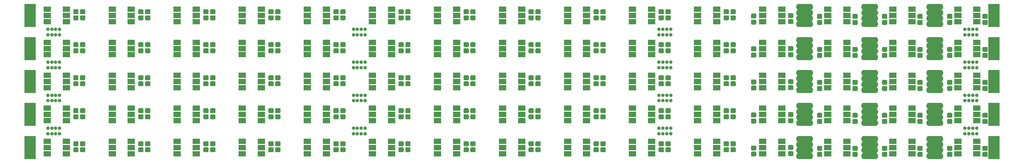
<source format=gbr>
G04 #@! TF.GenerationSoftware,KiCad,Pcbnew,(5.1.0-0)*
G04 #@! TF.CreationDate,2019-04-23T10:55:05-07:00*
G04 #@! TF.ProjectId,TestPanel2,54657374-5061-46e6-956c-322e6b696361,rev?*
G04 #@! TF.SameCoordinates,Original*
G04 #@! TF.FileFunction,Soldermask,Top*
G04 #@! TF.FilePolarity,Negative*
%FSLAX46Y46*%
G04 Gerber Fmt 4.6, Leading zero omitted, Abs format (unit mm)*
G04 Created by KiCad (PCBNEW (5.1.0-0)) date 2019-04-23 10:55:05*
%MOMM*%
%LPD*%
G04 APERTURE LIST*
%ADD10C,0.900000*%
%ADD11C,0.050000*%
%ADD12C,1.275000*%
%ADD13R,1.900000X1.400000*%
%ADD14O,4.400000X1.600000*%
%ADD15R,2.900000X1.600000*%
G04 APERTURE END LIST*
D10*
X319450592Y-79565091D03*
X320450592Y-79565091D03*
X318450592Y-79565091D03*
X317450592Y-79565091D03*
X317450592Y-105065182D03*
X318450592Y-105065182D03*
X320450592Y-105065182D03*
X319450592Y-105065182D03*
X317450592Y-88065182D03*
X318450592Y-88065182D03*
X320450592Y-88065182D03*
X319450592Y-88065182D03*
X319450592Y-86665182D03*
X320450592Y-86665182D03*
X318450592Y-86665182D03*
X317450592Y-86665182D03*
X319450592Y-103665182D03*
X320450592Y-103665182D03*
X318450592Y-103665182D03*
X317450592Y-103665182D03*
X317450592Y-78165091D03*
X318450592Y-78165091D03*
X320450592Y-78165091D03*
X319450592Y-78165091D03*
X317450592Y-96565182D03*
X318450592Y-96565182D03*
X320450592Y-96565182D03*
X319450592Y-96565182D03*
X319450592Y-95165182D03*
X320450592Y-95165182D03*
X318450592Y-95165182D03*
X317450592Y-95165182D03*
X241050592Y-79565091D03*
X242050592Y-79565091D03*
X240050592Y-79565091D03*
X239050592Y-79565091D03*
X239050592Y-105065182D03*
X240050592Y-105065182D03*
X242050592Y-105065182D03*
X241050592Y-105065182D03*
X239050592Y-88065182D03*
X240050592Y-88065182D03*
X242050592Y-88065182D03*
X241050592Y-88065182D03*
X241050592Y-86665182D03*
X242050592Y-86665182D03*
X240050592Y-86665182D03*
X239050592Y-86665182D03*
X241050592Y-103665182D03*
X242050592Y-103665182D03*
X240050592Y-103665182D03*
X239050592Y-103665182D03*
X239050592Y-78165091D03*
X240050592Y-78165091D03*
X242050592Y-78165091D03*
X241050592Y-78165091D03*
X239050592Y-96565182D03*
X240050592Y-96565182D03*
X242050592Y-96565182D03*
X241050592Y-96565182D03*
X241050592Y-95165182D03*
X242050592Y-95165182D03*
X240050592Y-95165182D03*
X239050592Y-95165182D03*
X162750592Y-79565091D03*
X163750592Y-79565091D03*
X161750592Y-79565091D03*
X160750592Y-79565091D03*
X160750592Y-105065182D03*
X161750592Y-105065182D03*
X163750592Y-105065182D03*
X162750592Y-105065182D03*
X160750592Y-88065182D03*
X161750592Y-88065182D03*
X163750592Y-88065182D03*
X162750592Y-88065182D03*
X162750592Y-86665182D03*
X163750592Y-86665182D03*
X161750592Y-86665182D03*
X160750592Y-86665182D03*
X162750592Y-103665182D03*
X163750592Y-103665182D03*
X161750592Y-103665182D03*
X160750592Y-103665182D03*
X160750592Y-78165091D03*
X161750592Y-78165091D03*
X163750592Y-78165091D03*
X162750592Y-78165091D03*
X160750592Y-96565182D03*
X161750592Y-96565182D03*
X163750592Y-96565182D03*
X162750592Y-96565182D03*
X162750592Y-95165182D03*
X163750592Y-95165182D03*
X161750592Y-95165182D03*
X160750592Y-95165182D03*
X84450592Y-105065091D03*
X85450592Y-105065091D03*
X83450592Y-105065091D03*
X82450592Y-105065091D03*
X82450592Y-103665091D03*
X83450592Y-103665091D03*
X85450592Y-103665091D03*
X84450592Y-103665091D03*
X84450592Y-96565091D03*
X85450592Y-96565091D03*
X83450592Y-96565091D03*
X82450592Y-96565091D03*
X82450592Y-95165091D03*
X83450592Y-95165091D03*
X85450592Y-95165091D03*
X84450592Y-95165091D03*
X84450592Y-88065091D03*
X85450592Y-88065091D03*
X83450592Y-88065091D03*
X82450592Y-88065091D03*
X82450592Y-86665091D03*
X83450592Y-86665091D03*
X85450592Y-86665091D03*
X84450592Y-86665091D03*
X82450592Y-79565000D03*
X83450592Y-79565000D03*
X85450592Y-79565000D03*
X84450592Y-79565000D03*
X84450592Y-78165000D03*
X85450592Y-78165000D03*
X83450592Y-78165000D03*
X82450592Y-78165000D03*
D11*
G36*
X206678339Y-106991535D02*
G01*
X206709281Y-106996125D01*
X206739624Y-107003725D01*
X206769076Y-107014263D01*
X206797354Y-107027638D01*
X206824184Y-107043719D01*
X206849309Y-107062353D01*
X206872486Y-107083360D01*
X206893493Y-107106537D01*
X206912127Y-107131662D01*
X206928208Y-107158492D01*
X206941583Y-107186770D01*
X206952121Y-107216222D01*
X206959721Y-107246565D01*
X206964311Y-107277507D01*
X206965846Y-107308750D01*
X206965846Y-107946250D01*
X206964311Y-107977493D01*
X206959721Y-108008435D01*
X206952121Y-108038778D01*
X206941583Y-108068230D01*
X206928208Y-108096508D01*
X206912127Y-108123338D01*
X206893493Y-108148463D01*
X206872486Y-108171640D01*
X206849309Y-108192647D01*
X206824184Y-108211281D01*
X206797354Y-108227362D01*
X206769076Y-108240737D01*
X206739624Y-108251275D01*
X206709281Y-108258875D01*
X206678339Y-108263465D01*
X206647096Y-108265000D01*
X205934596Y-108265000D01*
X205903353Y-108263465D01*
X205872411Y-108258875D01*
X205842068Y-108251275D01*
X205812616Y-108240737D01*
X205784338Y-108227362D01*
X205757508Y-108211281D01*
X205732383Y-108192647D01*
X205709206Y-108171640D01*
X205688199Y-108148463D01*
X205669565Y-108123338D01*
X205653484Y-108096508D01*
X205640109Y-108068230D01*
X205629571Y-108038778D01*
X205621971Y-108008435D01*
X205617381Y-107977493D01*
X205615846Y-107946250D01*
X205615846Y-107308750D01*
X205617381Y-107277507D01*
X205621971Y-107246565D01*
X205629571Y-107216222D01*
X205640109Y-107186770D01*
X205653484Y-107158492D01*
X205669565Y-107131662D01*
X205688199Y-107106537D01*
X205709206Y-107083360D01*
X205732383Y-107062353D01*
X205757508Y-107043719D01*
X205784338Y-107027638D01*
X205812616Y-107014263D01*
X205842068Y-107003725D01*
X205872411Y-106996125D01*
X205903353Y-106991535D01*
X205934596Y-106990000D01*
X206647096Y-106990000D01*
X206678339Y-106991535D01*
X206678339Y-106991535D01*
G37*
D12*
X206290846Y-107627500D03*
D11*
G36*
X206678339Y-108566535D02*
G01*
X206709281Y-108571125D01*
X206739624Y-108578725D01*
X206769076Y-108589263D01*
X206797354Y-108602638D01*
X206824184Y-108618719D01*
X206849309Y-108637353D01*
X206872486Y-108658360D01*
X206893493Y-108681537D01*
X206912127Y-108706662D01*
X206928208Y-108733492D01*
X206941583Y-108761770D01*
X206952121Y-108791222D01*
X206959721Y-108821565D01*
X206964311Y-108852507D01*
X206965846Y-108883750D01*
X206965846Y-109521250D01*
X206964311Y-109552493D01*
X206959721Y-109583435D01*
X206952121Y-109613778D01*
X206941583Y-109643230D01*
X206928208Y-109671508D01*
X206912127Y-109698338D01*
X206893493Y-109723463D01*
X206872486Y-109746640D01*
X206849309Y-109767647D01*
X206824184Y-109786281D01*
X206797354Y-109802362D01*
X206769076Y-109815737D01*
X206739624Y-109826275D01*
X206709281Y-109833875D01*
X206678339Y-109838465D01*
X206647096Y-109840000D01*
X205934596Y-109840000D01*
X205903353Y-109838465D01*
X205872411Y-109833875D01*
X205842068Y-109826275D01*
X205812616Y-109815737D01*
X205784338Y-109802362D01*
X205757508Y-109786281D01*
X205732383Y-109767647D01*
X205709206Y-109746640D01*
X205688199Y-109723463D01*
X205669565Y-109698338D01*
X205653484Y-109671508D01*
X205640109Y-109643230D01*
X205629571Y-109613778D01*
X205621971Y-109583435D01*
X205617381Y-109552493D01*
X205615846Y-109521250D01*
X205615846Y-108883750D01*
X205617381Y-108852507D01*
X205621971Y-108821565D01*
X205629571Y-108791222D01*
X205640109Y-108761770D01*
X205653484Y-108733492D01*
X205669565Y-108706662D01*
X205688199Y-108681537D01*
X205709206Y-108658360D01*
X205732383Y-108637353D01*
X205757508Y-108618719D01*
X205784338Y-108602638D01*
X205812616Y-108589263D01*
X205842068Y-108578725D01*
X205872411Y-108571125D01*
X205903353Y-108566535D01*
X205934596Y-108565000D01*
X206647096Y-108565000D01*
X206678339Y-108566535D01*
X206678339Y-108566535D01*
G37*
D12*
X206290846Y-109202500D03*
D11*
G36*
X190011639Y-106991535D02*
G01*
X190042581Y-106996125D01*
X190072924Y-107003725D01*
X190102376Y-107014263D01*
X190130654Y-107027638D01*
X190157484Y-107043719D01*
X190182609Y-107062353D01*
X190205786Y-107083360D01*
X190226793Y-107106537D01*
X190245427Y-107131662D01*
X190261508Y-107158492D01*
X190274883Y-107186770D01*
X190285421Y-107216222D01*
X190293021Y-107246565D01*
X190297611Y-107277507D01*
X190299146Y-107308750D01*
X190299146Y-107946250D01*
X190297611Y-107977493D01*
X190293021Y-108008435D01*
X190285421Y-108038778D01*
X190274883Y-108068230D01*
X190261508Y-108096508D01*
X190245427Y-108123338D01*
X190226793Y-108148463D01*
X190205786Y-108171640D01*
X190182609Y-108192647D01*
X190157484Y-108211281D01*
X190130654Y-108227362D01*
X190102376Y-108240737D01*
X190072924Y-108251275D01*
X190042581Y-108258875D01*
X190011639Y-108263465D01*
X189980396Y-108265000D01*
X189267896Y-108265000D01*
X189236653Y-108263465D01*
X189205711Y-108258875D01*
X189175368Y-108251275D01*
X189145916Y-108240737D01*
X189117638Y-108227362D01*
X189090808Y-108211281D01*
X189065683Y-108192647D01*
X189042506Y-108171640D01*
X189021499Y-108148463D01*
X189002865Y-108123338D01*
X188986784Y-108096508D01*
X188973409Y-108068230D01*
X188962871Y-108038778D01*
X188955271Y-108008435D01*
X188950681Y-107977493D01*
X188949146Y-107946250D01*
X188949146Y-107308750D01*
X188950681Y-107277507D01*
X188955271Y-107246565D01*
X188962871Y-107216222D01*
X188973409Y-107186770D01*
X188986784Y-107158492D01*
X189002865Y-107131662D01*
X189021499Y-107106537D01*
X189042506Y-107083360D01*
X189065683Y-107062353D01*
X189090808Y-107043719D01*
X189117638Y-107027638D01*
X189145916Y-107014263D01*
X189175368Y-107003725D01*
X189205711Y-106996125D01*
X189236653Y-106991535D01*
X189267896Y-106990000D01*
X189980396Y-106990000D01*
X190011639Y-106991535D01*
X190011639Y-106991535D01*
G37*
D12*
X189624146Y-107627500D03*
D11*
G36*
X190011639Y-108566535D02*
G01*
X190042581Y-108571125D01*
X190072924Y-108578725D01*
X190102376Y-108589263D01*
X190130654Y-108602638D01*
X190157484Y-108618719D01*
X190182609Y-108637353D01*
X190205786Y-108658360D01*
X190226793Y-108681537D01*
X190245427Y-108706662D01*
X190261508Y-108733492D01*
X190274883Y-108761770D01*
X190285421Y-108791222D01*
X190293021Y-108821565D01*
X190297611Y-108852507D01*
X190299146Y-108883750D01*
X190299146Y-109521250D01*
X190297611Y-109552493D01*
X190293021Y-109583435D01*
X190285421Y-109613778D01*
X190274883Y-109643230D01*
X190261508Y-109671508D01*
X190245427Y-109698338D01*
X190226793Y-109723463D01*
X190205786Y-109746640D01*
X190182609Y-109767647D01*
X190157484Y-109786281D01*
X190130654Y-109802362D01*
X190102376Y-109815737D01*
X190072924Y-109826275D01*
X190042581Y-109833875D01*
X190011639Y-109838465D01*
X189980396Y-109840000D01*
X189267896Y-109840000D01*
X189236653Y-109838465D01*
X189205711Y-109833875D01*
X189175368Y-109826275D01*
X189145916Y-109815737D01*
X189117638Y-109802362D01*
X189090808Y-109786281D01*
X189065683Y-109767647D01*
X189042506Y-109746640D01*
X189021499Y-109723463D01*
X189002865Y-109698338D01*
X188986784Y-109671508D01*
X188973409Y-109643230D01*
X188962871Y-109613778D01*
X188955271Y-109583435D01*
X188950681Y-109552493D01*
X188949146Y-109521250D01*
X188949146Y-108883750D01*
X188950681Y-108852507D01*
X188955271Y-108821565D01*
X188962871Y-108791222D01*
X188973409Y-108761770D01*
X188986784Y-108733492D01*
X189002865Y-108706662D01*
X189021499Y-108681537D01*
X189042506Y-108658360D01*
X189065683Y-108637353D01*
X189090808Y-108618719D01*
X189117638Y-108602638D01*
X189145916Y-108589263D01*
X189175368Y-108578725D01*
X189205711Y-108571125D01*
X189236653Y-108566535D01*
X189267896Y-108565000D01*
X189980396Y-108565000D01*
X190011639Y-108566535D01*
X190011639Y-108566535D01*
G37*
D12*
X189624146Y-109202500D03*
D11*
G36*
X156678239Y-106991535D02*
G01*
X156709181Y-106996125D01*
X156739524Y-107003725D01*
X156768976Y-107014263D01*
X156797254Y-107027638D01*
X156824084Y-107043719D01*
X156849209Y-107062353D01*
X156872386Y-107083360D01*
X156893393Y-107106537D01*
X156912027Y-107131662D01*
X156928108Y-107158492D01*
X156941483Y-107186770D01*
X156952021Y-107216222D01*
X156959621Y-107246565D01*
X156964211Y-107277507D01*
X156965746Y-107308750D01*
X156965746Y-107946250D01*
X156964211Y-107977493D01*
X156959621Y-108008435D01*
X156952021Y-108038778D01*
X156941483Y-108068230D01*
X156928108Y-108096508D01*
X156912027Y-108123338D01*
X156893393Y-108148463D01*
X156872386Y-108171640D01*
X156849209Y-108192647D01*
X156824084Y-108211281D01*
X156797254Y-108227362D01*
X156768976Y-108240737D01*
X156739524Y-108251275D01*
X156709181Y-108258875D01*
X156678239Y-108263465D01*
X156646996Y-108265000D01*
X155934496Y-108265000D01*
X155903253Y-108263465D01*
X155872311Y-108258875D01*
X155841968Y-108251275D01*
X155812516Y-108240737D01*
X155784238Y-108227362D01*
X155757408Y-108211281D01*
X155732283Y-108192647D01*
X155709106Y-108171640D01*
X155688099Y-108148463D01*
X155669465Y-108123338D01*
X155653384Y-108096508D01*
X155640009Y-108068230D01*
X155629471Y-108038778D01*
X155621871Y-108008435D01*
X155617281Y-107977493D01*
X155615746Y-107946250D01*
X155615746Y-107308750D01*
X155617281Y-107277507D01*
X155621871Y-107246565D01*
X155629471Y-107216222D01*
X155640009Y-107186770D01*
X155653384Y-107158492D01*
X155669465Y-107131662D01*
X155688099Y-107106537D01*
X155709106Y-107083360D01*
X155732283Y-107062353D01*
X155757408Y-107043719D01*
X155784238Y-107027638D01*
X155812516Y-107014263D01*
X155841968Y-107003725D01*
X155872311Y-106996125D01*
X155903253Y-106991535D01*
X155934496Y-106990000D01*
X156646996Y-106990000D01*
X156678239Y-106991535D01*
X156678239Y-106991535D01*
G37*
D12*
X156290746Y-107627500D03*
D11*
G36*
X156678239Y-108566535D02*
G01*
X156709181Y-108571125D01*
X156739524Y-108578725D01*
X156768976Y-108589263D01*
X156797254Y-108602638D01*
X156824084Y-108618719D01*
X156849209Y-108637353D01*
X156872386Y-108658360D01*
X156893393Y-108681537D01*
X156912027Y-108706662D01*
X156928108Y-108733492D01*
X156941483Y-108761770D01*
X156952021Y-108791222D01*
X156959621Y-108821565D01*
X156964211Y-108852507D01*
X156965746Y-108883750D01*
X156965746Y-109521250D01*
X156964211Y-109552493D01*
X156959621Y-109583435D01*
X156952021Y-109613778D01*
X156941483Y-109643230D01*
X156928108Y-109671508D01*
X156912027Y-109698338D01*
X156893393Y-109723463D01*
X156872386Y-109746640D01*
X156849209Y-109767647D01*
X156824084Y-109786281D01*
X156797254Y-109802362D01*
X156768976Y-109815737D01*
X156739524Y-109826275D01*
X156709181Y-109833875D01*
X156678239Y-109838465D01*
X156646996Y-109840000D01*
X155934496Y-109840000D01*
X155903253Y-109838465D01*
X155872311Y-109833875D01*
X155841968Y-109826275D01*
X155812516Y-109815737D01*
X155784238Y-109802362D01*
X155757408Y-109786281D01*
X155732283Y-109767647D01*
X155709106Y-109746640D01*
X155688099Y-109723463D01*
X155669465Y-109698338D01*
X155653384Y-109671508D01*
X155640009Y-109643230D01*
X155629471Y-109613778D01*
X155621871Y-109583435D01*
X155617281Y-109552493D01*
X155615746Y-109521250D01*
X155615746Y-108883750D01*
X155617281Y-108852507D01*
X155621871Y-108821565D01*
X155629471Y-108791222D01*
X155640009Y-108761770D01*
X155653384Y-108733492D01*
X155669465Y-108706662D01*
X155688099Y-108681537D01*
X155709106Y-108658360D01*
X155732283Y-108637353D01*
X155757408Y-108618719D01*
X155784238Y-108602638D01*
X155812516Y-108589263D01*
X155841968Y-108578725D01*
X155872311Y-108571125D01*
X155903253Y-108566535D01*
X155934496Y-108565000D01*
X156646996Y-108565000D01*
X156678239Y-108566535D01*
X156678239Y-108566535D01*
G37*
D12*
X156290746Y-109202500D03*
D11*
G36*
X123344839Y-106991535D02*
G01*
X123375781Y-106996125D01*
X123406124Y-107003725D01*
X123435576Y-107014263D01*
X123463854Y-107027638D01*
X123490684Y-107043719D01*
X123515809Y-107062353D01*
X123538986Y-107083360D01*
X123559993Y-107106537D01*
X123578627Y-107131662D01*
X123594708Y-107158492D01*
X123608083Y-107186770D01*
X123618621Y-107216222D01*
X123626221Y-107246565D01*
X123630811Y-107277507D01*
X123632346Y-107308750D01*
X123632346Y-107946250D01*
X123630811Y-107977493D01*
X123626221Y-108008435D01*
X123618621Y-108038778D01*
X123608083Y-108068230D01*
X123594708Y-108096508D01*
X123578627Y-108123338D01*
X123559993Y-108148463D01*
X123538986Y-108171640D01*
X123515809Y-108192647D01*
X123490684Y-108211281D01*
X123463854Y-108227362D01*
X123435576Y-108240737D01*
X123406124Y-108251275D01*
X123375781Y-108258875D01*
X123344839Y-108263465D01*
X123313596Y-108265000D01*
X122601096Y-108265000D01*
X122569853Y-108263465D01*
X122538911Y-108258875D01*
X122508568Y-108251275D01*
X122479116Y-108240737D01*
X122450838Y-108227362D01*
X122424008Y-108211281D01*
X122398883Y-108192647D01*
X122375706Y-108171640D01*
X122354699Y-108148463D01*
X122336065Y-108123338D01*
X122319984Y-108096508D01*
X122306609Y-108068230D01*
X122296071Y-108038778D01*
X122288471Y-108008435D01*
X122283881Y-107977493D01*
X122282346Y-107946250D01*
X122282346Y-107308750D01*
X122283881Y-107277507D01*
X122288471Y-107246565D01*
X122296071Y-107216222D01*
X122306609Y-107186770D01*
X122319984Y-107158492D01*
X122336065Y-107131662D01*
X122354699Y-107106537D01*
X122375706Y-107083360D01*
X122398883Y-107062353D01*
X122424008Y-107043719D01*
X122450838Y-107027638D01*
X122479116Y-107014263D01*
X122508568Y-107003725D01*
X122538911Y-106996125D01*
X122569853Y-106991535D01*
X122601096Y-106990000D01*
X123313596Y-106990000D01*
X123344839Y-106991535D01*
X123344839Y-106991535D01*
G37*
D12*
X122957346Y-107627500D03*
D11*
G36*
X123344839Y-108566535D02*
G01*
X123375781Y-108571125D01*
X123406124Y-108578725D01*
X123435576Y-108589263D01*
X123463854Y-108602638D01*
X123490684Y-108618719D01*
X123515809Y-108637353D01*
X123538986Y-108658360D01*
X123559993Y-108681537D01*
X123578627Y-108706662D01*
X123594708Y-108733492D01*
X123608083Y-108761770D01*
X123618621Y-108791222D01*
X123626221Y-108821565D01*
X123630811Y-108852507D01*
X123632346Y-108883750D01*
X123632346Y-109521250D01*
X123630811Y-109552493D01*
X123626221Y-109583435D01*
X123618621Y-109613778D01*
X123608083Y-109643230D01*
X123594708Y-109671508D01*
X123578627Y-109698338D01*
X123559993Y-109723463D01*
X123538986Y-109746640D01*
X123515809Y-109767647D01*
X123490684Y-109786281D01*
X123463854Y-109802362D01*
X123435576Y-109815737D01*
X123406124Y-109826275D01*
X123375781Y-109833875D01*
X123344839Y-109838465D01*
X123313596Y-109840000D01*
X122601096Y-109840000D01*
X122569853Y-109838465D01*
X122538911Y-109833875D01*
X122508568Y-109826275D01*
X122479116Y-109815737D01*
X122450838Y-109802362D01*
X122424008Y-109786281D01*
X122398883Y-109767647D01*
X122375706Y-109746640D01*
X122354699Y-109723463D01*
X122336065Y-109698338D01*
X122319984Y-109671508D01*
X122306609Y-109643230D01*
X122296071Y-109613778D01*
X122288471Y-109583435D01*
X122283881Y-109552493D01*
X122282346Y-109521250D01*
X122282346Y-108883750D01*
X122283881Y-108852507D01*
X122288471Y-108821565D01*
X122296071Y-108791222D01*
X122306609Y-108761770D01*
X122319984Y-108733492D01*
X122336065Y-108706662D01*
X122354699Y-108681537D01*
X122375706Y-108658360D01*
X122398883Y-108637353D01*
X122424008Y-108618719D01*
X122450838Y-108602638D01*
X122479116Y-108589263D01*
X122508568Y-108578725D01*
X122538911Y-108571125D01*
X122569853Y-108566535D01*
X122601096Y-108565000D01*
X123313596Y-108565000D01*
X123344839Y-108566535D01*
X123344839Y-108566535D01*
G37*
D12*
X122957346Y-109202500D03*
D11*
G36*
X106678139Y-106991535D02*
G01*
X106709081Y-106996125D01*
X106739424Y-107003725D01*
X106768876Y-107014263D01*
X106797154Y-107027638D01*
X106823984Y-107043719D01*
X106849109Y-107062353D01*
X106872286Y-107083360D01*
X106893293Y-107106537D01*
X106911927Y-107131662D01*
X106928008Y-107158492D01*
X106941383Y-107186770D01*
X106951921Y-107216222D01*
X106959521Y-107246565D01*
X106964111Y-107277507D01*
X106965646Y-107308750D01*
X106965646Y-107946250D01*
X106964111Y-107977493D01*
X106959521Y-108008435D01*
X106951921Y-108038778D01*
X106941383Y-108068230D01*
X106928008Y-108096508D01*
X106911927Y-108123338D01*
X106893293Y-108148463D01*
X106872286Y-108171640D01*
X106849109Y-108192647D01*
X106823984Y-108211281D01*
X106797154Y-108227362D01*
X106768876Y-108240737D01*
X106739424Y-108251275D01*
X106709081Y-108258875D01*
X106678139Y-108263465D01*
X106646896Y-108265000D01*
X105934396Y-108265000D01*
X105903153Y-108263465D01*
X105872211Y-108258875D01*
X105841868Y-108251275D01*
X105812416Y-108240737D01*
X105784138Y-108227362D01*
X105757308Y-108211281D01*
X105732183Y-108192647D01*
X105709006Y-108171640D01*
X105687999Y-108148463D01*
X105669365Y-108123338D01*
X105653284Y-108096508D01*
X105639909Y-108068230D01*
X105629371Y-108038778D01*
X105621771Y-108008435D01*
X105617181Y-107977493D01*
X105615646Y-107946250D01*
X105615646Y-107308750D01*
X105617181Y-107277507D01*
X105621771Y-107246565D01*
X105629371Y-107216222D01*
X105639909Y-107186770D01*
X105653284Y-107158492D01*
X105669365Y-107131662D01*
X105687999Y-107106537D01*
X105709006Y-107083360D01*
X105732183Y-107062353D01*
X105757308Y-107043719D01*
X105784138Y-107027638D01*
X105812416Y-107014263D01*
X105841868Y-107003725D01*
X105872211Y-106996125D01*
X105903153Y-106991535D01*
X105934396Y-106990000D01*
X106646896Y-106990000D01*
X106678139Y-106991535D01*
X106678139Y-106991535D01*
G37*
D12*
X106290646Y-107627500D03*
D11*
G36*
X106678139Y-108566535D02*
G01*
X106709081Y-108571125D01*
X106739424Y-108578725D01*
X106768876Y-108589263D01*
X106797154Y-108602638D01*
X106823984Y-108618719D01*
X106849109Y-108637353D01*
X106872286Y-108658360D01*
X106893293Y-108681537D01*
X106911927Y-108706662D01*
X106928008Y-108733492D01*
X106941383Y-108761770D01*
X106951921Y-108791222D01*
X106959521Y-108821565D01*
X106964111Y-108852507D01*
X106965646Y-108883750D01*
X106965646Y-109521250D01*
X106964111Y-109552493D01*
X106959521Y-109583435D01*
X106951921Y-109613778D01*
X106941383Y-109643230D01*
X106928008Y-109671508D01*
X106911927Y-109698338D01*
X106893293Y-109723463D01*
X106872286Y-109746640D01*
X106849109Y-109767647D01*
X106823984Y-109786281D01*
X106797154Y-109802362D01*
X106768876Y-109815737D01*
X106739424Y-109826275D01*
X106709081Y-109833875D01*
X106678139Y-109838465D01*
X106646896Y-109840000D01*
X105934396Y-109840000D01*
X105903153Y-109838465D01*
X105872211Y-109833875D01*
X105841868Y-109826275D01*
X105812416Y-109815737D01*
X105784138Y-109802362D01*
X105757308Y-109786281D01*
X105732183Y-109767647D01*
X105709006Y-109746640D01*
X105687999Y-109723463D01*
X105669365Y-109698338D01*
X105653284Y-109671508D01*
X105639909Y-109643230D01*
X105629371Y-109613778D01*
X105621771Y-109583435D01*
X105617181Y-109552493D01*
X105615646Y-109521250D01*
X105615646Y-108883750D01*
X105617181Y-108852507D01*
X105621771Y-108821565D01*
X105629371Y-108791222D01*
X105639909Y-108761770D01*
X105653284Y-108733492D01*
X105669365Y-108706662D01*
X105687999Y-108681537D01*
X105709006Y-108658360D01*
X105732183Y-108637353D01*
X105757308Y-108618719D01*
X105784138Y-108602638D01*
X105812416Y-108589263D01*
X105841868Y-108578725D01*
X105872211Y-108571125D01*
X105903153Y-108566535D01*
X105934396Y-108565000D01*
X106646896Y-108565000D01*
X106678139Y-108566535D01*
X106678139Y-108566535D01*
G37*
D12*
X106290646Y-109202500D03*
D11*
G36*
X140011539Y-106991535D02*
G01*
X140042481Y-106996125D01*
X140072824Y-107003725D01*
X140102276Y-107014263D01*
X140130554Y-107027638D01*
X140157384Y-107043719D01*
X140182509Y-107062353D01*
X140205686Y-107083360D01*
X140226693Y-107106537D01*
X140245327Y-107131662D01*
X140261408Y-107158492D01*
X140274783Y-107186770D01*
X140285321Y-107216222D01*
X140292921Y-107246565D01*
X140297511Y-107277507D01*
X140299046Y-107308750D01*
X140299046Y-107946250D01*
X140297511Y-107977493D01*
X140292921Y-108008435D01*
X140285321Y-108038778D01*
X140274783Y-108068230D01*
X140261408Y-108096508D01*
X140245327Y-108123338D01*
X140226693Y-108148463D01*
X140205686Y-108171640D01*
X140182509Y-108192647D01*
X140157384Y-108211281D01*
X140130554Y-108227362D01*
X140102276Y-108240737D01*
X140072824Y-108251275D01*
X140042481Y-108258875D01*
X140011539Y-108263465D01*
X139980296Y-108265000D01*
X139267796Y-108265000D01*
X139236553Y-108263465D01*
X139205611Y-108258875D01*
X139175268Y-108251275D01*
X139145816Y-108240737D01*
X139117538Y-108227362D01*
X139090708Y-108211281D01*
X139065583Y-108192647D01*
X139042406Y-108171640D01*
X139021399Y-108148463D01*
X139002765Y-108123338D01*
X138986684Y-108096508D01*
X138973309Y-108068230D01*
X138962771Y-108038778D01*
X138955171Y-108008435D01*
X138950581Y-107977493D01*
X138949046Y-107946250D01*
X138949046Y-107308750D01*
X138950581Y-107277507D01*
X138955171Y-107246565D01*
X138962771Y-107216222D01*
X138973309Y-107186770D01*
X138986684Y-107158492D01*
X139002765Y-107131662D01*
X139021399Y-107106537D01*
X139042406Y-107083360D01*
X139065583Y-107062353D01*
X139090708Y-107043719D01*
X139117538Y-107027638D01*
X139145816Y-107014263D01*
X139175268Y-107003725D01*
X139205611Y-106996125D01*
X139236553Y-106991535D01*
X139267796Y-106990000D01*
X139980296Y-106990000D01*
X140011539Y-106991535D01*
X140011539Y-106991535D01*
G37*
D12*
X139624046Y-107627500D03*
D11*
G36*
X140011539Y-108566535D02*
G01*
X140042481Y-108571125D01*
X140072824Y-108578725D01*
X140102276Y-108589263D01*
X140130554Y-108602638D01*
X140157384Y-108618719D01*
X140182509Y-108637353D01*
X140205686Y-108658360D01*
X140226693Y-108681537D01*
X140245327Y-108706662D01*
X140261408Y-108733492D01*
X140274783Y-108761770D01*
X140285321Y-108791222D01*
X140292921Y-108821565D01*
X140297511Y-108852507D01*
X140299046Y-108883750D01*
X140299046Y-109521250D01*
X140297511Y-109552493D01*
X140292921Y-109583435D01*
X140285321Y-109613778D01*
X140274783Y-109643230D01*
X140261408Y-109671508D01*
X140245327Y-109698338D01*
X140226693Y-109723463D01*
X140205686Y-109746640D01*
X140182509Y-109767647D01*
X140157384Y-109786281D01*
X140130554Y-109802362D01*
X140102276Y-109815737D01*
X140072824Y-109826275D01*
X140042481Y-109833875D01*
X140011539Y-109838465D01*
X139980296Y-109840000D01*
X139267796Y-109840000D01*
X139236553Y-109838465D01*
X139205611Y-109833875D01*
X139175268Y-109826275D01*
X139145816Y-109815737D01*
X139117538Y-109802362D01*
X139090708Y-109786281D01*
X139065583Y-109767647D01*
X139042406Y-109746640D01*
X139021399Y-109723463D01*
X139002765Y-109698338D01*
X138986684Y-109671508D01*
X138973309Y-109643230D01*
X138962771Y-109613778D01*
X138955171Y-109583435D01*
X138950581Y-109552493D01*
X138949046Y-109521250D01*
X138949046Y-108883750D01*
X138950581Y-108852507D01*
X138955171Y-108821565D01*
X138962771Y-108791222D01*
X138973309Y-108761770D01*
X138986684Y-108733492D01*
X139002765Y-108706662D01*
X139021399Y-108681537D01*
X139042406Y-108658360D01*
X139065583Y-108637353D01*
X139090708Y-108618719D01*
X139117538Y-108602638D01*
X139145816Y-108589263D01*
X139175268Y-108578725D01*
X139205611Y-108571125D01*
X139236553Y-108566535D01*
X139267796Y-108565000D01*
X139980296Y-108565000D01*
X140011539Y-108566535D01*
X140011539Y-108566535D01*
G37*
D12*
X139624046Y-109202500D03*
D11*
G36*
X173344939Y-106991535D02*
G01*
X173375881Y-106996125D01*
X173406224Y-107003725D01*
X173435676Y-107014263D01*
X173463954Y-107027638D01*
X173490784Y-107043719D01*
X173515909Y-107062353D01*
X173539086Y-107083360D01*
X173560093Y-107106537D01*
X173578727Y-107131662D01*
X173594808Y-107158492D01*
X173608183Y-107186770D01*
X173618721Y-107216222D01*
X173626321Y-107246565D01*
X173630911Y-107277507D01*
X173632446Y-107308750D01*
X173632446Y-107946250D01*
X173630911Y-107977493D01*
X173626321Y-108008435D01*
X173618721Y-108038778D01*
X173608183Y-108068230D01*
X173594808Y-108096508D01*
X173578727Y-108123338D01*
X173560093Y-108148463D01*
X173539086Y-108171640D01*
X173515909Y-108192647D01*
X173490784Y-108211281D01*
X173463954Y-108227362D01*
X173435676Y-108240737D01*
X173406224Y-108251275D01*
X173375881Y-108258875D01*
X173344939Y-108263465D01*
X173313696Y-108265000D01*
X172601196Y-108265000D01*
X172569953Y-108263465D01*
X172539011Y-108258875D01*
X172508668Y-108251275D01*
X172479216Y-108240737D01*
X172450938Y-108227362D01*
X172424108Y-108211281D01*
X172398983Y-108192647D01*
X172375806Y-108171640D01*
X172354799Y-108148463D01*
X172336165Y-108123338D01*
X172320084Y-108096508D01*
X172306709Y-108068230D01*
X172296171Y-108038778D01*
X172288571Y-108008435D01*
X172283981Y-107977493D01*
X172282446Y-107946250D01*
X172282446Y-107308750D01*
X172283981Y-107277507D01*
X172288571Y-107246565D01*
X172296171Y-107216222D01*
X172306709Y-107186770D01*
X172320084Y-107158492D01*
X172336165Y-107131662D01*
X172354799Y-107106537D01*
X172375806Y-107083360D01*
X172398983Y-107062353D01*
X172424108Y-107043719D01*
X172450938Y-107027638D01*
X172479216Y-107014263D01*
X172508668Y-107003725D01*
X172539011Y-106996125D01*
X172569953Y-106991535D01*
X172601196Y-106990000D01*
X173313696Y-106990000D01*
X173344939Y-106991535D01*
X173344939Y-106991535D01*
G37*
D12*
X172957446Y-107627500D03*
D11*
G36*
X173344939Y-108566535D02*
G01*
X173375881Y-108571125D01*
X173406224Y-108578725D01*
X173435676Y-108589263D01*
X173463954Y-108602638D01*
X173490784Y-108618719D01*
X173515909Y-108637353D01*
X173539086Y-108658360D01*
X173560093Y-108681537D01*
X173578727Y-108706662D01*
X173594808Y-108733492D01*
X173608183Y-108761770D01*
X173618721Y-108791222D01*
X173626321Y-108821565D01*
X173630911Y-108852507D01*
X173632446Y-108883750D01*
X173632446Y-109521250D01*
X173630911Y-109552493D01*
X173626321Y-109583435D01*
X173618721Y-109613778D01*
X173608183Y-109643230D01*
X173594808Y-109671508D01*
X173578727Y-109698338D01*
X173560093Y-109723463D01*
X173539086Y-109746640D01*
X173515909Y-109767647D01*
X173490784Y-109786281D01*
X173463954Y-109802362D01*
X173435676Y-109815737D01*
X173406224Y-109826275D01*
X173375881Y-109833875D01*
X173344939Y-109838465D01*
X173313696Y-109840000D01*
X172601196Y-109840000D01*
X172569953Y-109838465D01*
X172539011Y-109833875D01*
X172508668Y-109826275D01*
X172479216Y-109815737D01*
X172450938Y-109802362D01*
X172424108Y-109786281D01*
X172398983Y-109767647D01*
X172375806Y-109746640D01*
X172354799Y-109723463D01*
X172336165Y-109698338D01*
X172320084Y-109671508D01*
X172306709Y-109643230D01*
X172296171Y-109613778D01*
X172288571Y-109583435D01*
X172283981Y-109552493D01*
X172282446Y-109521250D01*
X172282446Y-108883750D01*
X172283981Y-108852507D01*
X172288571Y-108821565D01*
X172296171Y-108791222D01*
X172306709Y-108761770D01*
X172320084Y-108733492D01*
X172336165Y-108706662D01*
X172354799Y-108681537D01*
X172375806Y-108658360D01*
X172398983Y-108637353D01*
X172424108Y-108618719D01*
X172450938Y-108602638D01*
X172479216Y-108589263D01*
X172508668Y-108578725D01*
X172539011Y-108571125D01*
X172569953Y-108566535D01*
X172601196Y-108565000D01*
X173313696Y-108565000D01*
X173344939Y-108566535D01*
X173344939Y-108566535D01*
G37*
D12*
X172957446Y-109202500D03*
D11*
G36*
X258436770Y-108566535D02*
G01*
X258467712Y-108571125D01*
X258498055Y-108578725D01*
X258527507Y-108589263D01*
X258555785Y-108602638D01*
X258582615Y-108618719D01*
X258607740Y-108637353D01*
X258630917Y-108658360D01*
X258651924Y-108681537D01*
X258670558Y-108706662D01*
X258686639Y-108733492D01*
X258700014Y-108761770D01*
X258710552Y-108791222D01*
X258718152Y-108821565D01*
X258722742Y-108852507D01*
X258724277Y-108883750D01*
X258724277Y-109521250D01*
X258722742Y-109552493D01*
X258718152Y-109583435D01*
X258710552Y-109613778D01*
X258700014Y-109643230D01*
X258686639Y-109671508D01*
X258670558Y-109698338D01*
X258651924Y-109723463D01*
X258630917Y-109746640D01*
X258607740Y-109767647D01*
X258582615Y-109786281D01*
X258555785Y-109802362D01*
X258527507Y-109815737D01*
X258498055Y-109826275D01*
X258467712Y-109833875D01*
X258436770Y-109838465D01*
X258405527Y-109840000D01*
X257693027Y-109840000D01*
X257661784Y-109838465D01*
X257630842Y-109833875D01*
X257600499Y-109826275D01*
X257571047Y-109815737D01*
X257542769Y-109802362D01*
X257515939Y-109786281D01*
X257490814Y-109767647D01*
X257467637Y-109746640D01*
X257446630Y-109723463D01*
X257427996Y-109698338D01*
X257411915Y-109671508D01*
X257398540Y-109643230D01*
X257388002Y-109613778D01*
X257380402Y-109583435D01*
X257375812Y-109552493D01*
X257374277Y-109521250D01*
X257374277Y-108883750D01*
X257375812Y-108852507D01*
X257380402Y-108821565D01*
X257388002Y-108791222D01*
X257398540Y-108761770D01*
X257411915Y-108733492D01*
X257427996Y-108706662D01*
X257446630Y-108681537D01*
X257467637Y-108658360D01*
X257490814Y-108637353D01*
X257515939Y-108618719D01*
X257542769Y-108602638D01*
X257571047Y-108589263D01*
X257600499Y-108578725D01*
X257630842Y-108571125D01*
X257661784Y-108566535D01*
X257693027Y-108565000D01*
X258405527Y-108565000D01*
X258436770Y-108566535D01*
X258436770Y-108566535D01*
G37*
D12*
X258049277Y-109202500D03*
D11*
G36*
X258436770Y-106991535D02*
G01*
X258467712Y-106996125D01*
X258498055Y-107003725D01*
X258527507Y-107014263D01*
X258555785Y-107027638D01*
X258582615Y-107043719D01*
X258607740Y-107062353D01*
X258630917Y-107083360D01*
X258651924Y-107106537D01*
X258670558Y-107131662D01*
X258686639Y-107158492D01*
X258700014Y-107186770D01*
X258710552Y-107216222D01*
X258718152Y-107246565D01*
X258722742Y-107277507D01*
X258724277Y-107308750D01*
X258724277Y-107946250D01*
X258722742Y-107977493D01*
X258718152Y-108008435D01*
X258710552Y-108038778D01*
X258700014Y-108068230D01*
X258686639Y-108096508D01*
X258670558Y-108123338D01*
X258651924Y-108148463D01*
X258630917Y-108171640D01*
X258607740Y-108192647D01*
X258582615Y-108211281D01*
X258555785Y-108227362D01*
X258527507Y-108240737D01*
X258498055Y-108251275D01*
X258467712Y-108258875D01*
X258436770Y-108263465D01*
X258405527Y-108265000D01*
X257693027Y-108265000D01*
X257661784Y-108263465D01*
X257630842Y-108258875D01*
X257600499Y-108251275D01*
X257571047Y-108240737D01*
X257542769Y-108227362D01*
X257515939Y-108211281D01*
X257490814Y-108192647D01*
X257467637Y-108171640D01*
X257446630Y-108148463D01*
X257427996Y-108123338D01*
X257411915Y-108096508D01*
X257398540Y-108068230D01*
X257388002Y-108038778D01*
X257380402Y-108008435D01*
X257375812Y-107977493D01*
X257374277Y-107946250D01*
X257374277Y-107308750D01*
X257375812Y-107277507D01*
X257380402Y-107246565D01*
X257388002Y-107216222D01*
X257398540Y-107186770D01*
X257411915Y-107158492D01*
X257427996Y-107131662D01*
X257446630Y-107106537D01*
X257467637Y-107083360D01*
X257490814Y-107062353D01*
X257515939Y-107043719D01*
X257542769Y-107027638D01*
X257571047Y-107014263D01*
X257600499Y-107003725D01*
X257630842Y-106996125D01*
X257661784Y-106991535D01*
X257693027Y-106990000D01*
X258405527Y-106990000D01*
X258436770Y-106991535D01*
X258436770Y-106991535D01*
G37*
D12*
X258049277Y-107627500D03*
D11*
G36*
X297261863Y-109766535D02*
G01*
X297292805Y-109771125D01*
X297323148Y-109778725D01*
X297352600Y-109789263D01*
X297380878Y-109802638D01*
X297407708Y-109818719D01*
X297432833Y-109837353D01*
X297456010Y-109858360D01*
X297477017Y-109881537D01*
X297495651Y-109906662D01*
X297511732Y-109933492D01*
X297525107Y-109961770D01*
X297535645Y-109991222D01*
X297543245Y-110021565D01*
X297547835Y-110052507D01*
X297549370Y-110083750D01*
X297549370Y-110721250D01*
X297547835Y-110752493D01*
X297543245Y-110783435D01*
X297535645Y-110813778D01*
X297525107Y-110843230D01*
X297511732Y-110871508D01*
X297495651Y-110898338D01*
X297477017Y-110923463D01*
X297456010Y-110946640D01*
X297432833Y-110967647D01*
X297407708Y-110986281D01*
X297380878Y-111002362D01*
X297352600Y-111015737D01*
X297323148Y-111026275D01*
X297292805Y-111033875D01*
X297261863Y-111038465D01*
X297230620Y-111040000D01*
X296518120Y-111040000D01*
X296486877Y-111038465D01*
X296455935Y-111033875D01*
X296425592Y-111026275D01*
X296396140Y-111015737D01*
X296367862Y-111002362D01*
X296341032Y-110986281D01*
X296315907Y-110967647D01*
X296292730Y-110946640D01*
X296271723Y-110923463D01*
X296253089Y-110898338D01*
X296237008Y-110871508D01*
X296223633Y-110843230D01*
X296213095Y-110813778D01*
X296205495Y-110783435D01*
X296200905Y-110752493D01*
X296199370Y-110721250D01*
X296199370Y-110083750D01*
X296200905Y-110052507D01*
X296205495Y-110021565D01*
X296213095Y-109991222D01*
X296223633Y-109961770D01*
X296237008Y-109933492D01*
X296253089Y-109906662D01*
X296271723Y-109881537D01*
X296292730Y-109858360D01*
X296315907Y-109837353D01*
X296341032Y-109818719D01*
X296367862Y-109802638D01*
X296396140Y-109789263D01*
X296425592Y-109778725D01*
X296455935Y-109771125D01*
X296486877Y-109766535D01*
X296518120Y-109765000D01*
X297230620Y-109765000D01*
X297261863Y-109766535D01*
X297261863Y-109766535D01*
G37*
D12*
X296874370Y-110402500D03*
D11*
G36*
X297261863Y-108191535D02*
G01*
X297292805Y-108196125D01*
X297323148Y-108203725D01*
X297352600Y-108214263D01*
X297380878Y-108227638D01*
X297407708Y-108243719D01*
X297432833Y-108262353D01*
X297456010Y-108283360D01*
X297477017Y-108306537D01*
X297495651Y-108331662D01*
X297511732Y-108358492D01*
X297525107Y-108386770D01*
X297535645Y-108416222D01*
X297543245Y-108446565D01*
X297547835Y-108477507D01*
X297549370Y-108508750D01*
X297549370Y-109146250D01*
X297547835Y-109177493D01*
X297543245Y-109208435D01*
X297535645Y-109238778D01*
X297525107Y-109268230D01*
X297511732Y-109296508D01*
X297495651Y-109323338D01*
X297477017Y-109348463D01*
X297456010Y-109371640D01*
X297432833Y-109392647D01*
X297407708Y-109411281D01*
X297380878Y-109427362D01*
X297352600Y-109440737D01*
X297323148Y-109451275D01*
X297292805Y-109458875D01*
X297261863Y-109463465D01*
X297230620Y-109465000D01*
X296518120Y-109465000D01*
X296486877Y-109463465D01*
X296455935Y-109458875D01*
X296425592Y-109451275D01*
X296396140Y-109440737D01*
X296367862Y-109427362D01*
X296341032Y-109411281D01*
X296315907Y-109392647D01*
X296292730Y-109371640D01*
X296271723Y-109348463D01*
X296253089Y-109323338D01*
X296237008Y-109296508D01*
X296223633Y-109268230D01*
X296213095Y-109238778D01*
X296205495Y-109208435D01*
X296200905Y-109177493D01*
X296199370Y-109146250D01*
X296199370Y-108508750D01*
X296200905Y-108477507D01*
X296205495Y-108446565D01*
X296213095Y-108416222D01*
X296223633Y-108386770D01*
X296237008Y-108358492D01*
X296253089Y-108331662D01*
X296271723Y-108306537D01*
X296292730Y-108283360D01*
X296315907Y-108262353D01*
X296341032Y-108243719D01*
X296367862Y-108227638D01*
X296396140Y-108214263D01*
X296425592Y-108203725D01*
X296455935Y-108196125D01*
X296486877Y-108191535D01*
X296518120Y-108190000D01*
X297230620Y-108190000D01*
X297261863Y-108191535D01*
X297261863Y-108191535D01*
G37*
D12*
X296874370Y-108827500D03*
D11*
G36*
X263678085Y-109666535D02*
G01*
X263709027Y-109671125D01*
X263739370Y-109678725D01*
X263768822Y-109689263D01*
X263797100Y-109702638D01*
X263823930Y-109718719D01*
X263849055Y-109737353D01*
X263872232Y-109758360D01*
X263893239Y-109781537D01*
X263911873Y-109806662D01*
X263927954Y-109833492D01*
X263941329Y-109861770D01*
X263951867Y-109891222D01*
X263959467Y-109921565D01*
X263964057Y-109952507D01*
X263965592Y-109983750D01*
X263965592Y-110621250D01*
X263964057Y-110652493D01*
X263959467Y-110683435D01*
X263951867Y-110713778D01*
X263941329Y-110743230D01*
X263927954Y-110771508D01*
X263911873Y-110798338D01*
X263893239Y-110823463D01*
X263872232Y-110846640D01*
X263849055Y-110867647D01*
X263823930Y-110886281D01*
X263797100Y-110902362D01*
X263768822Y-110915737D01*
X263739370Y-110926275D01*
X263709027Y-110933875D01*
X263678085Y-110938465D01*
X263646842Y-110940000D01*
X262934342Y-110940000D01*
X262903099Y-110938465D01*
X262872157Y-110933875D01*
X262841814Y-110926275D01*
X262812362Y-110915737D01*
X262784084Y-110902362D01*
X262757254Y-110886281D01*
X262732129Y-110867647D01*
X262708952Y-110846640D01*
X262687945Y-110823463D01*
X262669311Y-110798338D01*
X262653230Y-110771508D01*
X262639855Y-110743230D01*
X262629317Y-110713778D01*
X262621717Y-110683435D01*
X262617127Y-110652493D01*
X262615592Y-110621250D01*
X262615592Y-109983750D01*
X262617127Y-109952507D01*
X262621717Y-109921565D01*
X262629317Y-109891222D01*
X262639855Y-109861770D01*
X262653230Y-109833492D01*
X262669311Y-109806662D01*
X262687945Y-109781537D01*
X262708952Y-109758360D01*
X262732129Y-109737353D01*
X262757254Y-109718719D01*
X262784084Y-109702638D01*
X262812362Y-109689263D01*
X262841814Y-109678725D01*
X262872157Y-109671125D01*
X262903099Y-109666535D01*
X262934342Y-109665000D01*
X263646842Y-109665000D01*
X263678085Y-109666535D01*
X263678085Y-109666535D01*
G37*
D12*
X263290592Y-110302500D03*
D11*
G36*
X263678085Y-108091535D02*
G01*
X263709027Y-108096125D01*
X263739370Y-108103725D01*
X263768822Y-108114263D01*
X263797100Y-108127638D01*
X263823930Y-108143719D01*
X263849055Y-108162353D01*
X263872232Y-108183360D01*
X263893239Y-108206537D01*
X263911873Y-108231662D01*
X263927954Y-108258492D01*
X263941329Y-108286770D01*
X263951867Y-108316222D01*
X263959467Y-108346565D01*
X263964057Y-108377507D01*
X263965592Y-108408750D01*
X263965592Y-109046250D01*
X263964057Y-109077493D01*
X263959467Y-109108435D01*
X263951867Y-109138778D01*
X263941329Y-109168230D01*
X263927954Y-109196508D01*
X263911873Y-109223338D01*
X263893239Y-109248463D01*
X263872232Y-109271640D01*
X263849055Y-109292647D01*
X263823930Y-109311281D01*
X263797100Y-109327362D01*
X263768822Y-109340737D01*
X263739370Y-109351275D01*
X263709027Y-109358875D01*
X263678085Y-109363465D01*
X263646842Y-109365000D01*
X262934342Y-109365000D01*
X262903099Y-109363465D01*
X262872157Y-109358875D01*
X262841814Y-109351275D01*
X262812362Y-109340737D01*
X262784084Y-109327362D01*
X262757254Y-109311281D01*
X262732129Y-109292647D01*
X262708952Y-109271640D01*
X262687945Y-109248463D01*
X262669311Y-109223338D01*
X262653230Y-109196508D01*
X262639855Y-109168230D01*
X262629317Y-109138778D01*
X262621717Y-109108435D01*
X262617127Y-109077493D01*
X262615592Y-109046250D01*
X262615592Y-108408750D01*
X262617127Y-108377507D01*
X262621717Y-108346565D01*
X262629317Y-108316222D01*
X262639855Y-108286770D01*
X262653230Y-108258492D01*
X262669311Y-108231662D01*
X262687945Y-108206537D01*
X262708952Y-108183360D01*
X262732129Y-108162353D01*
X262757254Y-108143719D01*
X262784084Y-108127638D01*
X262812362Y-108114263D01*
X262841814Y-108103725D01*
X262872157Y-108096125D01*
X262903099Y-108091535D01*
X262934342Y-108090000D01*
X263646842Y-108090000D01*
X263678085Y-108091535D01*
X263678085Y-108091535D01*
G37*
D12*
X263290592Y-108727500D03*
D13*
X98940646Y-107015000D03*
X98940646Y-108615000D03*
X98940646Y-110215000D03*
X103840646Y-107015000D03*
X103840646Y-108615000D03*
X103840646Y-110215000D03*
X148940746Y-107015000D03*
X148940746Y-108615000D03*
X148940746Y-110215000D03*
X153840746Y-107015000D03*
X153840746Y-108615000D03*
X153840746Y-110215000D03*
D11*
G36*
X273178085Y-107991535D02*
G01*
X273209027Y-107996125D01*
X273239370Y-108003725D01*
X273268822Y-108014263D01*
X273297100Y-108027638D01*
X273323930Y-108043719D01*
X273349055Y-108062353D01*
X273372232Y-108083360D01*
X273393239Y-108106537D01*
X273411873Y-108131662D01*
X273427954Y-108158492D01*
X273441329Y-108186770D01*
X273451867Y-108216222D01*
X273459467Y-108246565D01*
X273464057Y-108277507D01*
X273465592Y-108308750D01*
X273465592Y-108946250D01*
X273464057Y-108977493D01*
X273459467Y-109008435D01*
X273451867Y-109038778D01*
X273441329Y-109068230D01*
X273427954Y-109096508D01*
X273411873Y-109123338D01*
X273393239Y-109148463D01*
X273372232Y-109171640D01*
X273349055Y-109192647D01*
X273323930Y-109211281D01*
X273297100Y-109227362D01*
X273268822Y-109240737D01*
X273239370Y-109251275D01*
X273209027Y-109258875D01*
X273178085Y-109263465D01*
X273146842Y-109265000D01*
X272434342Y-109265000D01*
X272403099Y-109263465D01*
X272372157Y-109258875D01*
X272341814Y-109251275D01*
X272312362Y-109240737D01*
X272284084Y-109227362D01*
X272257254Y-109211281D01*
X272232129Y-109192647D01*
X272208952Y-109171640D01*
X272187945Y-109148463D01*
X272169311Y-109123338D01*
X272153230Y-109096508D01*
X272139855Y-109068230D01*
X272129317Y-109038778D01*
X272121717Y-109008435D01*
X272117127Y-108977493D01*
X272115592Y-108946250D01*
X272115592Y-108308750D01*
X272117127Y-108277507D01*
X272121717Y-108246565D01*
X272129317Y-108216222D01*
X272139855Y-108186770D01*
X272153230Y-108158492D01*
X272169311Y-108131662D01*
X272187945Y-108106537D01*
X272208952Y-108083360D01*
X272232129Y-108062353D01*
X272257254Y-108043719D01*
X272284084Y-108027638D01*
X272312362Y-108014263D01*
X272341814Y-108003725D01*
X272372157Y-107996125D01*
X272403099Y-107991535D01*
X272434342Y-107990000D01*
X273146842Y-107990000D01*
X273178085Y-107991535D01*
X273178085Y-107991535D01*
G37*
D12*
X272790592Y-108627500D03*
D11*
G36*
X273178085Y-109566535D02*
G01*
X273209027Y-109571125D01*
X273239370Y-109578725D01*
X273268822Y-109589263D01*
X273297100Y-109602638D01*
X273323930Y-109618719D01*
X273349055Y-109637353D01*
X273372232Y-109658360D01*
X273393239Y-109681537D01*
X273411873Y-109706662D01*
X273427954Y-109733492D01*
X273441329Y-109761770D01*
X273451867Y-109791222D01*
X273459467Y-109821565D01*
X273464057Y-109852507D01*
X273465592Y-109883750D01*
X273465592Y-110521250D01*
X273464057Y-110552493D01*
X273459467Y-110583435D01*
X273451867Y-110613778D01*
X273441329Y-110643230D01*
X273427954Y-110671508D01*
X273411873Y-110698338D01*
X273393239Y-110723463D01*
X273372232Y-110746640D01*
X273349055Y-110767647D01*
X273323930Y-110786281D01*
X273297100Y-110802362D01*
X273268822Y-110815737D01*
X273239370Y-110826275D01*
X273209027Y-110833875D01*
X273178085Y-110838465D01*
X273146842Y-110840000D01*
X272434342Y-110840000D01*
X272403099Y-110838465D01*
X272372157Y-110833875D01*
X272341814Y-110826275D01*
X272312362Y-110815737D01*
X272284084Y-110802362D01*
X272257254Y-110786281D01*
X272232129Y-110767647D01*
X272208952Y-110746640D01*
X272187945Y-110723463D01*
X272169311Y-110698338D01*
X272153230Y-110671508D01*
X272139855Y-110643230D01*
X272129317Y-110613778D01*
X272121717Y-110583435D01*
X272117127Y-110552493D01*
X272115592Y-110521250D01*
X272115592Y-109883750D01*
X272117127Y-109852507D01*
X272121717Y-109821565D01*
X272129317Y-109791222D01*
X272139855Y-109761770D01*
X272153230Y-109733492D01*
X272169311Y-109706662D01*
X272187945Y-109681537D01*
X272208952Y-109658360D01*
X272232129Y-109637353D01*
X272257254Y-109618719D01*
X272284084Y-109602638D01*
X272312362Y-109589263D01*
X272341814Y-109578725D01*
X272372157Y-109571125D01*
X272403099Y-109566535D01*
X272434342Y-109565000D01*
X273146842Y-109565000D01*
X273178085Y-109566535D01*
X273178085Y-109566535D01*
G37*
D12*
X272790592Y-110202500D03*
D11*
G36*
X289661839Y-108191535D02*
G01*
X289692781Y-108196125D01*
X289723124Y-108203725D01*
X289752576Y-108214263D01*
X289780854Y-108227638D01*
X289807684Y-108243719D01*
X289832809Y-108262353D01*
X289855986Y-108283360D01*
X289876993Y-108306537D01*
X289895627Y-108331662D01*
X289911708Y-108358492D01*
X289925083Y-108386770D01*
X289935621Y-108416222D01*
X289943221Y-108446565D01*
X289947811Y-108477507D01*
X289949346Y-108508750D01*
X289949346Y-109146250D01*
X289947811Y-109177493D01*
X289943221Y-109208435D01*
X289935621Y-109238778D01*
X289925083Y-109268230D01*
X289911708Y-109296508D01*
X289895627Y-109323338D01*
X289876993Y-109348463D01*
X289855986Y-109371640D01*
X289832809Y-109392647D01*
X289807684Y-109411281D01*
X289780854Y-109427362D01*
X289752576Y-109440737D01*
X289723124Y-109451275D01*
X289692781Y-109458875D01*
X289661839Y-109463465D01*
X289630596Y-109465000D01*
X288918096Y-109465000D01*
X288886853Y-109463465D01*
X288855911Y-109458875D01*
X288825568Y-109451275D01*
X288796116Y-109440737D01*
X288767838Y-109427362D01*
X288741008Y-109411281D01*
X288715883Y-109392647D01*
X288692706Y-109371640D01*
X288671699Y-109348463D01*
X288653065Y-109323338D01*
X288636984Y-109296508D01*
X288623609Y-109268230D01*
X288613071Y-109238778D01*
X288605471Y-109208435D01*
X288600881Y-109177493D01*
X288599346Y-109146250D01*
X288599346Y-108508750D01*
X288600881Y-108477507D01*
X288605471Y-108446565D01*
X288613071Y-108416222D01*
X288623609Y-108386770D01*
X288636984Y-108358492D01*
X288653065Y-108331662D01*
X288671699Y-108306537D01*
X288692706Y-108283360D01*
X288715883Y-108262353D01*
X288741008Y-108243719D01*
X288767838Y-108227638D01*
X288796116Y-108214263D01*
X288825568Y-108203725D01*
X288855911Y-108196125D01*
X288886853Y-108191535D01*
X288918096Y-108190000D01*
X289630596Y-108190000D01*
X289661839Y-108191535D01*
X289661839Y-108191535D01*
G37*
D12*
X289274346Y-108827500D03*
D11*
G36*
X289661839Y-109766535D02*
G01*
X289692781Y-109771125D01*
X289723124Y-109778725D01*
X289752576Y-109789263D01*
X289780854Y-109802638D01*
X289807684Y-109818719D01*
X289832809Y-109837353D01*
X289855986Y-109858360D01*
X289876993Y-109881537D01*
X289895627Y-109906662D01*
X289911708Y-109933492D01*
X289925083Y-109961770D01*
X289935621Y-109991222D01*
X289943221Y-110021565D01*
X289947811Y-110052507D01*
X289949346Y-110083750D01*
X289949346Y-110721250D01*
X289947811Y-110752493D01*
X289943221Y-110783435D01*
X289935621Y-110813778D01*
X289925083Y-110843230D01*
X289911708Y-110871508D01*
X289895627Y-110898338D01*
X289876993Y-110923463D01*
X289855986Y-110946640D01*
X289832809Y-110967647D01*
X289807684Y-110986281D01*
X289780854Y-111002362D01*
X289752576Y-111015737D01*
X289723124Y-111026275D01*
X289692781Y-111033875D01*
X289661839Y-111038465D01*
X289630596Y-111040000D01*
X288918096Y-111040000D01*
X288886853Y-111038465D01*
X288855911Y-111033875D01*
X288825568Y-111026275D01*
X288796116Y-111015737D01*
X288767838Y-111002362D01*
X288741008Y-110986281D01*
X288715883Y-110967647D01*
X288692706Y-110946640D01*
X288671699Y-110923463D01*
X288653065Y-110898338D01*
X288636984Y-110871508D01*
X288623609Y-110843230D01*
X288613071Y-110813778D01*
X288605471Y-110783435D01*
X288600881Y-110752493D01*
X288599346Y-110721250D01*
X288599346Y-110083750D01*
X288600881Y-110052507D01*
X288605471Y-110021565D01*
X288613071Y-109991222D01*
X288623609Y-109961770D01*
X288636984Y-109933492D01*
X288653065Y-109906662D01*
X288671699Y-109881537D01*
X288692706Y-109858360D01*
X288715883Y-109837353D01*
X288741008Y-109818719D01*
X288767838Y-109802638D01*
X288796116Y-109789263D01*
X288825568Y-109778725D01*
X288855911Y-109771125D01*
X288886853Y-109766535D01*
X288918096Y-109765000D01*
X289630596Y-109765000D01*
X289661839Y-109766535D01*
X289661839Y-109766535D01*
G37*
D12*
X289274346Y-110402500D03*
D11*
G36*
X306328539Y-108191535D02*
G01*
X306359481Y-108196125D01*
X306389824Y-108203725D01*
X306419276Y-108214263D01*
X306447554Y-108227638D01*
X306474384Y-108243719D01*
X306499509Y-108262353D01*
X306522686Y-108283360D01*
X306543693Y-108306537D01*
X306562327Y-108331662D01*
X306578408Y-108358492D01*
X306591783Y-108386770D01*
X306602321Y-108416222D01*
X306609921Y-108446565D01*
X306614511Y-108477507D01*
X306616046Y-108508750D01*
X306616046Y-109146250D01*
X306614511Y-109177493D01*
X306609921Y-109208435D01*
X306602321Y-109238778D01*
X306591783Y-109268230D01*
X306578408Y-109296508D01*
X306562327Y-109323338D01*
X306543693Y-109348463D01*
X306522686Y-109371640D01*
X306499509Y-109392647D01*
X306474384Y-109411281D01*
X306447554Y-109427362D01*
X306419276Y-109440737D01*
X306389824Y-109451275D01*
X306359481Y-109458875D01*
X306328539Y-109463465D01*
X306297296Y-109465000D01*
X305584796Y-109465000D01*
X305553553Y-109463465D01*
X305522611Y-109458875D01*
X305492268Y-109451275D01*
X305462816Y-109440737D01*
X305434538Y-109427362D01*
X305407708Y-109411281D01*
X305382583Y-109392647D01*
X305359406Y-109371640D01*
X305338399Y-109348463D01*
X305319765Y-109323338D01*
X305303684Y-109296508D01*
X305290309Y-109268230D01*
X305279771Y-109238778D01*
X305272171Y-109208435D01*
X305267581Y-109177493D01*
X305266046Y-109146250D01*
X305266046Y-108508750D01*
X305267581Y-108477507D01*
X305272171Y-108446565D01*
X305279771Y-108416222D01*
X305290309Y-108386770D01*
X305303684Y-108358492D01*
X305319765Y-108331662D01*
X305338399Y-108306537D01*
X305359406Y-108283360D01*
X305382583Y-108262353D01*
X305407708Y-108243719D01*
X305434538Y-108227638D01*
X305462816Y-108214263D01*
X305492268Y-108203725D01*
X305522611Y-108196125D01*
X305553553Y-108191535D01*
X305584796Y-108190000D01*
X306297296Y-108190000D01*
X306328539Y-108191535D01*
X306328539Y-108191535D01*
G37*
D12*
X305941046Y-108827500D03*
D11*
G36*
X306328539Y-109766535D02*
G01*
X306359481Y-109771125D01*
X306389824Y-109778725D01*
X306419276Y-109789263D01*
X306447554Y-109802638D01*
X306474384Y-109818719D01*
X306499509Y-109837353D01*
X306522686Y-109858360D01*
X306543693Y-109881537D01*
X306562327Y-109906662D01*
X306578408Y-109933492D01*
X306591783Y-109961770D01*
X306602321Y-109991222D01*
X306609921Y-110021565D01*
X306614511Y-110052507D01*
X306616046Y-110083750D01*
X306616046Y-110721250D01*
X306614511Y-110752493D01*
X306609921Y-110783435D01*
X306602321Y-110813778D01*
X306591783Y-110843230D01*
X306578408Y-110871508D01*
X306562327Y-110898338D01*
X306543693Y-110923463D01*
X306522686Y-110946640D01*
X306499509Y-110967647D01*
X306474384Y-110986281D01*
X306447554Y-111002362D01*
X306419276Y-111015737D01*
X306389824Y-111026275D01*
X306359481Y-111033875D01*
X306328539Y-111038465D01*
X306297296Y-111040000D01*
X305584796Y-111040000D01*
X305553553Y-111038465D01*
X305522611Y-111033875D01*
X305492268Y-111026275D01*
X305462816Y-111015737D01*
X305434538Y-111002362D01*
X305407708Y-110986281D01*
X305382583Y-110967647D01*
X305359406Y-110946640D01*
X305338399Y-110923463D01*
X305319765Y-110898338D01*
X305303684Y-110871508D01*
X305290309Y-110843230D01*
X305279771Y-110813778D01*
X305272171Y-110783435D01*
X305267581Y-110752493D01*
X305266046Y-110721250D01*
X305266046Y-110083750D01*
X305267581Y-110052507D01*
X305272171Y-110021565D01*
X305279771Y-109991222D01*
X305290309Y-109961770D01*
X305303684Y-109933492D01*
X305319765Y-109906662D01*
X305338399Y-109881537D01*
X305359406Y-109858360D01*
X305382583Y-109837353D01*
X305407708Y-109818719D01*
X305434538Y-109802638D01*
X305462816Y-109789263D01*
X305492268Y-109778725D01*
X305522611Y-109771125D01*
X305553553Y-109766535D01*
X305584796Y-109765000D01*
X306297296Y-109765000D01*
X306328539Y-109766535D01*
X306328539Y-109766535D01*
G37*
D12*
X305941046Y-110402500D03*
D11*
G36*
X322995239Y-108191535D02*
G01*
X323026181Y-108196125D01*
X323056524Y-108203725D01*
X323085976Y-108214263D01*
X323114254Y-108227638D01*
X323141084Y-108243719D01*
X323166209Y-108262353D01*
X323189386Y-108283360D01*
X323210393Y-108306537D01*
X323229027Y-108331662D01*
X323245108Y-108358492D01*
X323258483Y-108386770D01*
X323269021Y-108416222D01*
X323276621Y-108446565D01*
X323281211Y-108477507D01*
X323282746Y-108508750D01*
X323282746Y-109146250D01*
X323281211Y-109177493D01*
X323276621Y-109208435D01*
X323269021Y-109238778D01*
X323258483Y-109268230D01*
X323245108Y-109296508D01*
X323229027Y-109323338D01*
X323210393Y-109348463D01*
X323189386Y-109371640D01*
X323166209Y-109392647D01*
X323141084Y-109411281D01*
X323114254Y-109427362D01*
X323085976Y-109440737D01*
X323056524Y-109451275D01*
X323026181Y-109458875D01*
X322995239Y-109463465D01*
X322963996Y-109465000D01*
X322251496Y-109465000D01*
X322220253Y-109463465D01*
X322189311Y-109458875D01*
X322158968Y-109451275D01*
X322129516Y-109440737D01*
X322101238Y-109427362D01*
X322074408Y-109411281D01*
X322049283Y-109392647D01*
X322026106Y-109371640D01*
X322005099Y-109348463D01*
X321986465Y-109323338D01*
X321970384Y-109296508D01*
X321957009Y-109268230D01*
X321946471Y-109238778D01*
X321938871Y-109208435D01*
X321934281Y-109177493D01*
X321932746Y-109146250D01*
X321932746Y-108508750D01*
X321934281Y-108477507D01*
X321938871Y-108446565D01*
X321946471Y-108416222D01*
X321957009Y-108386770D01*
X321970384Y-108358492D01*
X321986465Y-108331662D01*
X322005099Y-108306537D01*
X322026106Y-108283360D01*
X322049283Y-108262353D01*
X322074408Y-108243719D01*
X322101238Y-108227638D01*
X322129516Y-108214263D01*
X322158968Y-108203725D01*
X322189311Y-108196125D01*
X322220253Y-108191535D01*
X322251496Y-108190000D01*
X322963996Y-108190000D01*
X322995239Y-108191535D01*
X322995239Y-108191535D01*
G37*
D12*
X322607746Y-108827500D03*
D11*
G36*
X322995239Y-109766535D02*
G01*
X323026181Y-109771125D01*
X323056524Y-109778725D01*
X323085976Y-109789263D01*
X323114254Y-109802638D01*
X323141084Y-109818719D01*
X323166209Y-109837353D01*
X323189386Y-109858360D01*
X323210393Y-109881537D01*
X323229027Y-109906662D01*
X323245108Y-109933492D01*
X323258483Y-109961770D01*
X323269021Y-109991222D01*
X323276621Y-110021565D01*
X323281211Y-110052507D01*
X323282746Y-110083750D01*
X323282746Y-110721250D01*
X323281211Y-110752493D01*
X323276621Y-110783435D01*
X323269021Y-110813778D01*
X323258483Y-110843230D01*
X323245108Y-110871508D01*
X323229027Y-110898338D01*
X323210393Y-110923463D01*
X323189386Y-110946640D01*
X323166209Y-110967647D01*
X323141084Y-110986281D01*
X323114254Y-111002362D01*
X323085976Y-111015737D01*
X323056524Y-111026275D01*
X323026181Y-111033875D01*
X322995239Y-111038465D01*
X322963996Y-111040000D01*
X322251496Y-111040000D01*
X322220253Y-111038465D01*
X322189311Y-111033875D01*
X322158968Y-111026275D01*
X322129516Y-111015737D01*
X322101238Y-111002362D01*
X322074408Y-110986281D01*
X322049283Y-110967647D01*
X322026106Y-110946640D01*
X322005099Y-110923463D01*
X321986465Y-110898338D01*
X321970384Y-110871508D01*
X321957009Y-110843230D01*
X321946471Y-110813778D01*
X321938871Y-110783435D01*
X321934281Y-110752493D01*
X321932746Y-110721250D01*
X321932746Y-110083750D01*
X321934281Y-110052507D01*
X321938871Y-110021565D01*
X321946471Y-109991222D01*
X321957009Y-109961770D01*
X321970384Y-109933492D01*
X321986465Y-109906662D01*
X322005099Y-109881537D01*
X322026106Y-109858360D01*
X322049283Y-109837353D01*
X322074408Y-109818719D01*
X322101238Y-109802638D01*
X322129516Y-109789263D01*
X322158968Y-109778725D01*
X322189311Y-109771125D01*
X322220253Y-109766535D01*
X322251496Y-109765000D01*
X322963996Y-109765000D01*
X322995239Y-109766535D01*
X322995239Y-109766535D01*
G37*
D12*
X322607746Y-110402500D03*
D13*
X132274046Y-107015000D03*
X132274046Y-108615000D03*
X132274046Y-110215000D03*
X137174046Y-107015000D03*
X137174046Y-108615000D03*
X137174046Y-110215000D03*
X315607746Y-107015000D03*
X315607746Y-108615000D03*
X315607746Y-110215000D03*
X320507746Y-107015000D03*
X320507746Y-108615000D03*
X320507746Y-110215000D03*
D11*
G36*
X223345039Y-106991535D02*
G01*
X223375981Y-106996125D01*
X223406324Y-107003725D01*
X223435776Y-107014263D01*
X223464054Y-107027638D01*
X223490884Y-107043719D01*
X223516009Y-107062353D01*
X223539186Y-107083360D01*
X223560193Y-107106537D01*
X223578827Y-107131662D01*
X223594908Y-107158492D01*
X223608283Y-107186770D01*
X223618821Y-107216222D01*
X223626421Y-107246565D01*
X223631011Y-107277507D01*
X223632546Y-107308750D01*
X223632546Y-107946250D01*
X223631011Y-107977493D01*
X223626421Y-108008435D01*
X223618821Y-108038778D01*
X223608283Y-108068230D01*
X223594908Y-108096508D01*
X223578827Y-108123338D01*
X223560193Y-108148463D01*
X223539186Y-108171640D01*
X223516009Y-108192647D01*
X223490884Y-108211281D01*
X223464054Y-108227362D01*
X223435776Y-108240737D01*
X223406324Y-108251275D01*
X223375981Y-108258875D01*
X223345039Y-108263465D01*
X223313796Y-108265000D01*
X222601296Y-108265000D01*
X222570053Y-108263465D01*
X222539111Y-108258875D01*
X222508768Y-108251275D01*
X222479316Y-108240737D01*
X222451038Y-108227362D01*
X222424208Y-108211281D01*
X222399083Y-108192647D01*
X222375906Y-108171640D01*
X222354899Y-108148463D01*
X222336265Y-108123338D01*
X222320184Y-108096508D01*
X222306809Y-108068230D01*
X222296271Y-108038778D01*
X222288671Y-108008435D01*
X222284081Y-107977493D01*
X222282546Y-107946250D01*
X222282546Y-107308750D01*
X222284081Y-107277507D01*
X222288671Y-107246565D01*
X222296271Y-107216222D01*
X222306809Y-107186770D01*
X222320184Y-107158492D01*
X222336265Y-107131662D01*
X222354899Y-107106537D01*
X222375906Y-107083360D01*
X222399083Y-107062353D01*
X222424208Y-107043719D01*
X222451038Y-107027638D01*
X222479316Y-107014263D01*
X222508768Y-107003725D01*
X222539111Y-106996125D01*
X222570053Y-106991535D01*
X222601296Y-106990000D01*
X223313796Y-106990000D01*
X223345039Y-106991535D01*
X223345039Y-106991535D01*
G37*
D12*
X222957546Y-107627500D03*
D11*
G36*
X223345039Y-108566535D02*
G01*
X223375981Y-108571125D01*
X223406324Y-108578725D01*
X223435776Y-108589263D01*
X223464054Y-108602638D01*
X223490884Y-108618719D01*
X223516009Y-108637353D01*
X223539186Y-108658360D01*
X223560193Y-108681537D01*
X223578827Y-108706662D01*
X223594908Y-108733492D01*
X223608283Y-108761770D01*
X223618821Y-108791222D01*
X223626421Y-108821565D01*
X223631011Y-108852507D01*
X223632546Y-108883750D01*
X223632546Y-109521250D01*
X223631011Y-109552493D01*
X223626421Y-109583435D01*
X223618821Y-109613778D01*
X223608283Y-109643230D01*
X223594908Y-109671508D01*
X223578827Y-109698338D01*
X223560193Y-109723463D01*
X223539186Y-109746640D01*
X223516009Y-109767647D01*
X223490884Y-109786281D01*
X223464054Y-109802362D01*
X223435776Y-109815737D01*
X223406324Y-109826275D01*
X223375981Y-109833875D01*
X223345039Y-109838465D01*
X223313796Y-109840000D01*
X222601296Y-109840000D01*
X222570053Y-109838465D01*
X222539111Y-109833875D01*
X222508768Y-109826275D01*
X222479316Y-109815737D01*
X222451038Y-109802362D01*
X222424208Y-109786281D01*
X222399083Y-109767647D01*
X222375906Y-109746640D01*
X222354899Y-109723463D01*
X222336265Y-109698338D01*
X222320184Y-109671508D01*
X222306809Y-109643230D01*
X222296271Y-109613778D01*
X222288671Y-109583435D01*
X222284081Y-109552493D01*
X222282546Y-109521250D01*
X222282546Y-108883750D01*
X222284081Y-108852507D01*
X222288671Y-108821565D01*
X222296271Y-108791222D01*
X222306809Y-108761770D01*
X222320184Y-108733492D01*
X222336265Y-108706662D01*
X222354899Y-108681537D01*
X222375906Y-108658360D01*
X222399083Y-108637353D01*
X222424208Y-108618719D01*
X222451038Y-108602638D01*
X222479316Y-108589263D01*
X222508768Y-108578725D01*
X222539111Y-108571125D01*
X222570053Y-108566535D01*
X222601296Y-108565000D01*
X223313796Y-108565000D01*
X223345039Y-108566535D01*
X223345039Y-108566535D01*
G37*
D12*
X222957546Y-109202500D03*
D14*
X309724396Y-106415000D03*
X309724396Y-107881666D03*
X309724396Y-109348332D03*
X309724396Y-110815000D03*
X293057696Y-106415000D03*
X293057696Y-107881666D03*
X293057696Y-109348332D03*
X293057696Y-110815000D03*
D15*
X324891096Y-106415000D03*
X324891096Y-107881666D03*
X324891096Y-109348332D03*
X324891096Y-110815000D03*
D11*
G36*
X256678439Y-106991535D02*
G01*
X256709381Y-106996125D01*
X256739724Y-107003725D01*
X256769176Y-107014263D01*
X256797454Y-107027638D01*
X256824284Y-107043719D01*
X256849409Y-107062353D01*
X256872586Y-107083360D01*
X256893593Y-107106537D01*
X256912227Y-107131662D01*
X256928308Y-107158492D01*
X256941683Y-107186770D01*
X256952221Y-107216222D01*
X256959821Y-107246565D01*
X256964411Y-107277507D01*
X256965946Y-107308750D01*
X256965946Y-107946250D01*
X256964411Y-107977493D01*
X256959821Y-108008435D01*
X256952221Y-108038778D01*
X256941683Y-108068230D01*
X256928308Y-108096508D01*
X256912227Y-108123338D01*
X256893593Y-108148463D01*
X256872586Y-108171640D01*
X256849409Y-108192647D01*
X256824284Y-108211281D01*
X256797454Y-108227362D01*
X256769176Y-108240737D01*
X256739724Y-108251275D01*
X256709381Y-108258875D01*
X256678439Y-108263465D01*
X256647196Y-108265000D01*
X255934696Y-108265000D01*
X255903453Y-108263465D01*
X255872511Y-108258875D01*
X255842168Y-108251275D01*
X255812716Y-108240737D01*
X255784438Y-108227362D01*
X255757608Y-108211281D01*
X255732483Y-108192647D01*
X255709306Y-108171640D01*
X255688299Y-108148463D01*
X255669665Y-108123338D01*
X255653584Y-108096508D01*
X255640209Y-108068230D01*
X255629671Y-108038778D01*
X255622071Y-108008435D01*
X255617481Y-107977493D01*
X255615946Y-107946250D01*
X255615946Y-107308750D01*
X255617481Y-107277507D01*
X255622071Y-107246565D01*
X255629671Y-107216222D01*
X255640209Y-107186770D01*
X255653584Y-107158492D01*
X255669665Y-107131662D01*
X255688299Y-107106537D01*
X255709306Y-107083360D01*
X255732483Y-107062353D01*
X255757608Y-107043719D01*
X255784438Y-107027638D01*
X255812716Y-107014263D01*
X255842168Y-107003725D01*
X255872511Y-106996125D01*
X255903453Y-106991535D01*
X255934696Y-106990000D01*
X256647196Y-106990000D01*
X256678439Y-106991535D01*
X256678439Y-106991535D01*
G37*
D12*
X256290946Y-107627500D03*
D11*
G36*
X256678439Y-108566535D02*
G01*
X256709381Y-108571125D01*
X256739724Y-108578725D01*
X256769176Y-108589263D01*
X256797454Y-108602638D01*
X256824284Y-108618719D01*
X256849409Y-108637353D01*
X256872586Y-108658360D01*
X256893593Y-108681537D01*
X256912227Y-108706662D01*
X256928308Y-108733492D01*
X256941683Y-108761770D01*
X256952221Y-108791222D01*
X256959821Y-108821565D01*
X256964411Y-108852507D01*
X256965946Y-108883750D01*
X256965946Y-109521250D01*
X256964411Y-109552493D01*
X256959821Y-109583435D01*
X256952221Y-109613778D01*
X256941683Y-109643230D01*
X256928308Y-109671508D01*
X256912227Y-109698338D01*
X256893593Y-109723463D01*
X256872586Y-109746640D01*
X256849409Y-109767647D01*
X256824284Y-109786281D01*
X256797454Y-109802362D01*
X256769176Y-109815737D01*
X256739724Y-109826275D01*
X256709381Y-109833875D01*
X256678439Y-109838465D01*
X256647196Y-109840000D01*
X255934696Y-109840000D01*
X255903453Y-109838465D01*
X255872511Y-109833875D01*
X255842168Y-109826275D01*
X255812716Y-109815737D01*
X255784438Y-109802362D01*
X255757608Y-109786281D01*
X255732483Y-109767647D01*
X255709306Y-109746640D01*
X255688299Y-109723463D01*
X255669665Y-109698338D01*
X255653584Y-109671508D01*
X255640209Y-109643230D01*
X255629671Y-109613778D01*
X255622071Y-109583435D01*
X255617481Y-109552493D01*
X255615946Y-109521250D01*
X255615946Y-108883750D01*
X255617481Y-108852507D01*
X255622071Y-108821565D01*
X255629671Y-108791222D01*
X255640209Y-108761770D01*
X255653584Y-108733492D01*
X255669665Y-108706662D01*
X255688299Y-108681537D01*
X255709306Y-108658360D01*
X255732483Y-108637353D01*
X255757608Y-108618719D01*
X255784438Y-108602638D01*
X255812716Y-108589263D01*
X255842168Y-108578725D01*
X255872511Y-108571125D01*
X255903453Y-108566535D01*
X255934696Y-108565000D01*
X256647196Y-108565000D01*
X256678439Y-108566535D01*
X256678439Y-108566535D01*
G37*
D12*
X256290946Y-109202500D03*
D15*
X77890596Y-106415000D03*
X77890596Y-107881666D03*
X77890596Y-109348332D03*
X77890596Y-110815000D03*
D11*
G36*
X313928563Y-109766535D02*
G01*
X313959505Y-109771125D01*
X313989848Y-109778725D01*
X314019300Y-109789263D01*
X314047578Y-109802638D01*
X314074408Y-109818719D01*
X314099533Y-109837353D01*
X314122710Y-109858360D01*
X314143717Y-109881537D01*
X314162351Y-109906662D01*
X314178432Y-109933492D01*
X314191807Y-109961770D01*
X314202345Y-109991222D01*
X314209945Y-110021565D01*
X314214535Y-110052507D01*
X314216070Y-110083750D01*
X314216070Y-110721250D01*
X314214535Y-110752493D01*
X314209945Y-110783435D01*
X314202345Y-110813778D01*
X314191807Y-110843230D01*
X314178432Y-110871508D01*
X314162351Y-110898338D01*
X314143717Y-110923463D01*
X314122710Y-110946640D01*
X314099533Y-110967647D01*
X314074408Y-110986281D01*
X314047578Y-111002362D01*
X314019300Y-111015737D01*
X313989848Y-111026275D01*
X313959505Y-111033875D01*
X313928563Y-111038465D01*
X313897320Y-111040000D01*
X313184820Y-111040000D01*
X313153577Y-111038465D01*
X313122635Y-111033875D01*
X313092292Y-111026275D01*
X313062840Y-111015737D01*
X313034562Y-111002362D01*
X313007732Y-110986281D01*
X312982607Y-110967647D01*
X312959430Y-110946640D01*
X312938423Y-110923463D01*
X312919789Y-110898338D01*
X312903708Y-110871508D01*
X312890333Y-110843230D01*
X312879795Y-110813778D01*
X312872195Y-110783435D01*
X312867605Y-110752493D01*
X312866070Y-110721250D01*
X312866070Y-110083750D01*
X312867605Y-110052507D01*
X312872195Y-110021565D01*
X312879795Y-109991222D01*
X312890333Y-109961770D01*
X312903708Y-109933492D01*
X312919789Y-109906662D01*
X312938423Y-109881537D01*
X312959430Y-109858360D01*
X312982607Y-109837353D01*
X313007732Y-109818719D01*
X313034562Y-109802638D01*
X313062840Y-109789263D01*
X313092292Y-109778725D01*
X313122635Y-109771125D01*
X313153577Y-109766535D01*
X313184820Y-109765000D01*
X313897320Y-109765000D01*
X313928563Y-109766535D01*
X313928563Y-109766535D01*
G37*
D12*
X313541070Y-110402500D03*
D11*
G36*
X313928563Y-108191535D02*
G01*
X313959505Y-108196125D01*
X313989848Y-108203725D01*
X314019300Y-108214263D01*
X314047578Y-108227638D01*
X314074408Y-108243719D01*
X314099533Y-108262353D01*
X314122710Y-108283360D01*
X314143717Y-108306537D01*
X314162351Y-108331662D01*
X314178432Y-108358492D01*
X314191807Y-108386770D01*
X314202345Y-108416222D01*
X314209945Y-108446565D01*
X314214535Y-108477507D01*
X314216070Y-108508750D01*
X314216070Y-109146250D01*
X314214535Y-109177493D01*
X314209945Y-109208435D01*
X314202345Y-109238778D01*
X314191807Y-109268230D01*
X314178432Y-109296508D01*
X314162351Y-109323338D01*
X314143717Y-109348463D01*
X314122710Y-109371640D01*
X314099533Y-109392647D01*
X314074408Y-109411281D01*
X314047578Y-109427362D01*
X314019300Y-109440737D01*
X313989848Y-109451275D01*
X313959505Y-109458875D01*
X313928563Y-109463465D01*
X313897320Y-109465000D01*
X313184820Y-109465000D01*
X313153577Y-109463465D01*
X313122635Y-109458875D01*
X313092292Y-109451275D01*
X313062840Y-109440737D01*
X313034562Y-109427362D01*
X313007732Y-109411281D01*
X312982607Y-109392647D01*
X312959430Y-109371640D01*
X312938423Y-109348463D01*
X312919789Y-109323338D01*
X312903708Y-109296508D01*
X312890333Y-109268230D01*
X312879795Y-109238778D01*
X312872195Y-109208435D01*
X312867605Y-109177493D01*
X312866070Y-109146250D01*
X312866070Y-108508750D01*
X312867605Y-108477507D01*
X312872195Y-108446565D01*
X312879795Y-108416222D01*
X312890333Y-108386770D01*
X312903708Y-108358492D01*
X312919789Y-108331662D01*
X312938423Y-108306537D01*
X312959430Y-108283360D01*
X312982607Y-108262353D01*
X313007732Y-108243719D01*
X313034562Y-108227638D01*
X313062840Y-108214263D01*
X313092292Y-108203725D01*
X313122635Y-108196125D01*
X313153577Y-108191535D01*
X313184820Y-108190000D01*
X313897320Y-108190000D01*
X313928563Y-108191535D01*
X313928563Y-108191535D01*
G37*
D12*
X313541070Y-108827500D03*
D11*
G36*
X280595163Y-109766535D02*
G01*
X280626105Y-109771125D01*
X280656448Y-109778725D01*
X280685900Y-109789263D01*
X280714178Y-109802638D01*
X280741008Y-109818719D01*
X280766133Y-109837353D01*
X280789310Y-109858360D01*
X280810317Y-109881537D01*
X280828951Y-109906662D01*
X280845032Y-109933492D01*
X280858407Y-109961770D01*
X280868945Y-109991222D01*
X280876545Y-110021565D01*
X280881135Y-110052507D01*
X280882670Y-110083750D01*
X280882670Y-110721250D01*
X280881135Y-110752493D01*
X280876545Y-110783435D01*
X280868945Y-110813778D01*
X280858407Y-110843230D01*
X280845032Y-110871508D01*
X280828951Y-110898338D01*
X280810317Y-110923463D01*
X280789310Y-110946640D01*
X280766133Y-110967647D01*
X280741008Y-110986281D01*
X280714178Y-111002362D01*
X280685900Y-111015737D01*
X280656448Y-111026275D01*
X280626105Y-111033875D01*
X280595163Y-111038465D01*
X280563920Y-111040000D01*
X279851420Y-111040000D01*
X279820177Y-111038465D01*
X279789235Y-111033875D01*
X279758892Y-111026275D01*
X279729440Y-111015737D01*
X279701162Y-111002362D01*
X279674332Y-110986281D01*
X279649207Y-110967647D01*
X279626030Y-110946640D01*
X279605023Y-110923463D01*
X279586389Y-110898338D01*
X279570308Y-110871508D01*
X279556933Y-110843230D01*
X279546395Y-110813778D01*
X279538795Y-110783435D01*
X279534205Y-110752493D01*
X279532670Y-110721250D01*
X279532670Y-110083750D01*
X279534205Y-110052507D01*
X279538795Y-110021565D01*
X279546395Y-109991222D01*
X279556933Y-109961770D01*
X279570308Y-109933492D01*
X279586389Y-109906662D01*
X279605023Y-109881537D01*
X279626030Y-109858360D01*
X279649207Y-109837353D01*
X279674332Y-109818719D01*
X279701162Y-109802638D01*
X279729440Y-109789263D01*
X279758892Y-109778725D01*
X279789235Y-109771125D01*
X279820177Y-109766535D01*
X279851420Y-109765000D01*
X280563920Y-109765000D01*
X280595163Y-109766535D01*
X280595163Y-109766535D01*
G37*
D12*
X280207670Y-110402500D03*
D11*
G36*
X280595163Y-108191535D02*
G01*
X280626105Y-108196125D01*
X280656448Y-108203725D01*
X280685900Y-108214263D01*
X280714178Y-108227638D01*
X280741008Y-108243719D01*
X280766133Y-108262353D01*
X280789310Y-108283360D01*
X280810317Y-108306537D01*
X280828951Y-108331662D01*
X280845032Y-108358492D01*
X280858407Y-108386770D01*
X280868945Y-108416222D01*
X280876545Y-108446565D01*
X280881135Y-108477507D01*
X280882670Y-108508750D01*
X280882670Y-109146250D01*
X280881135Y-109177493D01*
X280876545Y-109208435D01*
X280868945Y-109238778D01*
X280858407Y-109268230D01*
X280845032Y-109296508D01*
X280828951Y-109323338D01*
X280810317Y-109348463D01*
X280789310Y-109371640D01*
X280766133Y-109392647D01*
X280741008Y-109411281D01*
X280714178Y-109427362D01*
X280685900Y-109440737D01*
X280656448Y-109451275D01*
X280626105Y-109458875D01*
X280595163Y-109463465D01*
X280563920Y-109465000D01*
X279851420Y-109465000D01*
X279820177Y-109463465D01*
X279789235Y-109458875D01*
X279758892Y-109451275D01*
X279729440Y-109440737D01*
X279701162Y-109427362D01*
X279674332Y-109411281D01*
X279649207Y-109392647D01*
X279626030Y-109371640D01*
X279605023Y-109348463D01*
X279586389Y-109323338D01*
X279570308Y-109296508D01*
X279556933Y-109268230D01*
X279546395Y-109238778D01*
X279538795Y-109208435D01*
X279534205Y-109177493D01*
X279532670Y-109146250D01*
X279532670Y-108508750D01*
X279534205Y-108477507D01*
X279538795Y-108446565D01*
X279546395Y-108416222D01*
X279556933Y-108386770D01*
X279570308Y-108358492D01*
X279586389Y-108331662D01*
X279605023Y-108306537D01*
X279626030Y-108283360D01*
X279649207Y-108262353D01*
X279674332Y-108243719D01*
X279701162Y-108227638D01*
X279729440Y-108214263D01*
X279758892Y-108203725D01*
X279789235Y-108196125D01*
X279820177Y-108191535D01*
X279851420Y-108190000D01*
X280563920Y-108190000D01*
X280595163Y-108191535D01*
X280595163Y-108191535D01*
G37*
D12*
X280207670Y-108827500D03*
D11*
G36*
X240011739Y-106991535D02*
G01*
X240042681Y-106996125D01*
X240073024Y-107003725D01*
X240102476Y-107014263D01*
X240130754Y-107027638D01*
X240157584Y-107043719D01*
X240182709Y-107062353D01*
X240205886Y-107083360D01*
X240226893Y-107106537D01*
X240245527Y-107131662D01*
X240261608Y-107158492D01*
X240274983Y-107186770D01*
X240285521Y-107216222D01*
X240293121Y-107246565D01*
X240297711Y-107277507D01*
X240299246Y-107308750D01*
X240299246Y-107946250D01*
X240297711Y-107977493D01*
X240293121Y-108008435D01*
X240285521Y-108038778D01*
X240274983Y-108068230D01*
X240261608Y-108096508D01*
X240245527Y-108123338D01*
X240226893Y-108148463D01*
X240205886Y-108171640D01*
X240182709Y-108192647D01*
X240157584Y-108211281D01*
X240130754Y-108227362D01*
X240102476Y-108240737D01*
X240073024Y-108251275D01*
X240042681Y-108258875D01*
X240011739Y-108263465D01*
X239980496Y-108265000D01*
X239267996Y-108265000D01*
X239236753Y-108263465D01*
X239205811Y-108258875D01*
X239175468Y-108251275D01*
X239146016Y-108240737D01*
X239117738Y-108227362D01*
X239090908Y-108211281D01*
X239065783Y-108192647D01*
X239042606Y-108171640D01*
X239021599Y-108148463D01*
X239002965Y-108123338D01*
X238986884Y-108096508D01*
X238973509Y-108068230D01*
X238962971Y-108038778D01*
X238955371Y-108008435D01*
X238950781Y-107977493D01*
X238949246Y-107946250D01*
X238949246Y-107308750D01*
X238950781Y-107277507D01*
X238955371Y-107246565D01*
X238962971Y-107216222D01*
X238973509Y-107186770D01*
X238986884Y-107158492D01*
X239002965Y-107131662D01*
X239021599Y-107106537D01*
X239042606Y-107083360D01*
X239065783Y-107062353D01*
X239090908Y-107043719D01*
X239117738Y-107027638D01*
X239146016Y-107014263D01*
X239175468Y-107003725D01*
X239205811Y-106996125D01*
X239236753Y-106991535D01*
X239267996Y-106990000D01*
X239980496Y-106990000D01*
X240011739Y-106991535D01*
X240011739Y-106991535D01*
G37*
D12*
X239624246Y-107627500D03*
D11*
G36*
X240011739Y-108566535D02*
G01*
X240042681Y-108571125D01*
X240073024Y-108578725D01*
X240102476Y-108589263D01*
X240130754Y-108602638D01*
X240157584Y-108618719D01*
X240182709Y-108637353D01*
X240205886Y-108658360D01*
X240226893Y-108681537D01*
X240245527Y-108706662D01*
X240261608Y-108733492D01*
X240274983Y-108761770D01*
X240285521Y-108791222D01*
X240293121Y-108821565D01*
X240297711Y-108852507D01*
X240299246Y-108883750D01*
X240299246Y-109521250D01*
X240297711Y-109552493D01*
X240293121Y-109583435D01*
X240285521Y-109613778D01*
X240274983Y-109643230D01*
X240261608Y-109671508D01*
X240245527Y-109698338D01*
X240226893Y-109723463D01*
X240205886Y-109746640D01*
X240182709Y-109767647D01*
X240157584Y-109786281D01*
X240130754Y-109802362D01*
X240102476Y-109815737D01*
X240073024Y-109826275D01*
X240042681Y-109833875D01*
X240011739Y-109838465D01*
X239980496Y-109840000D01*
X239267996Y-109840000D01*
X239236753Y-109838465D01*
X239205811Y-109833875D01*
X239175468Y-109826275D01*
X239146016Y-109815737D01*
X239117738Y-109802362D01*
X239090908Y-109786281D01*
X239065783Y-109767647D01*
X239042606Y-109746640D01*
X239021599Y-109723463D01*
X239002965Y-109698338D01*
X238986884Y-109671508D01*
X238973509Y-109643230D01*
X238962971Y-109613778D01*
X238955371Y-109583435D01*
X238950781Y-109552493D01*
X238949246Y-109521250D01*
X238949246Y-108883750D01*
X238950781Y-108852507D01*
X238955371Y-108821565D01*
X238962971Y-108791222D01*
X238973509Y-108761770D01*
X238986884Y-108733492D01*
X239002965Y-108706662D01*
X239021599Y-108681537D01*
X239042606Y-108658360D01*
X239065783Y-108637353D01*
X239090908Y-108618719D01*
X239117738Y-108602638D01*
X239146016Y-108589263D01*
X239175468Y-108578725D01*
X239205811Y-108571125D01*
X239236753Y-108566535D01*
X239267996Y-108565000D01*
X239980496Y-108565000D01*
X240011739Y-108566535D01*
X240011739Y-108566535D01*
G37*
D12*
X239624246Y-109202500D03*
D11*
G36*
X90011439Y-106991535D02*
G01*
X90042381Y-106996125D01*
X90072724Y-107003725D01*
X90102176Y-107014263D01*
X90130454Y-107027638D01*
X90157284Y-107043719D01*
X90182409Y-107062353D01*
X90205586Y-107083360D01*
X90226593Y-107106537D01*
X90245227Y-107131662D01*
X90261308Y-107158492D01*
X90274683Y-107186770D01*
X90285221Y-107216222D01*
X90292821Y-107246565D01*
X90297411Y-107277507D01*
X90298946Y-107308750D01*
X90298946Y-107946250D01*
X90297411Y-107977493D01*
X90292821Y-108008435D01*
X90285221Y-108038778D01*
X90274683Y-108068230D01*
X90261308Y-108096508D01*
X90245227Y-108123338D01*
X90226593Y-108148463D01*
X90205586Y-108171640D01*
X90182409Y-108192647D01*
X90157284Y-108211281D01*
X90130454Y-108227362D01*
X90102176Y-108240737D01*
X90072724Y-108251275D01*
X90042381Y-108258875D01*
X90011439Y-108263465D01*
X89980196Y-108265000D01*
X89267696Y-108265000D01*
X89236453Y-108263465D01*
X89205511Y-108258875D01*
X89175168Y-108251275D01*
X89145716Y-108240737D01*
X89117438Y-108227362D01*
X89090608Y-108211281D01*
X89065483Y-108192647D01*
X89042306Y-108171640D01*
X89021299Y-108148463D01*
X89002665Y-108123338D01*
X88986584Y-108096508D01*
X88973209Y-108068230D01*
X88962671Y-108038778D01*
X88955071Y-108008435D01*
X88950481Y-107977493D01*
X88948946Y-107946250D01*
X88948946Y-107308750D01*
X88950481Y-107277507D01*
X88955071Y-107246565D01*
X88962671Y-107216222D01*
X88973209Y-107186770D01*
X88986584Y-107158492D01*
X89002665Y-107131662D01*
X89021299Y-107106537D01*
X89042306Y-107083360D01*
X89065483Y-107062353D01*
X89090608Y-107043719D01*
X89117438Y-107027638D01*
X89145716Y-107014263D01*
X89175168Y-107003725D01*
X89205511Y-106996125D01*
X89236453Y-106991535D01*
X89267696Y-106990000D01*
X89980196Y-106990000D01*
X90011439Y-106991535D01*
X90011439Y-106991535D01*
G37*
D12*
X89623946Y-107627500D03*
D11*
G36*
X90011439Y-108566535D02*
G01*
X90042381Y-108571125D01*
X90072724Y-108578725D01*
X90102176Y-108589263D01*
X90130454Y-108602638D01*
X90157284Y-108618719D01*
X90182409Y-108637353D01*
X90205586Y-108658360D01*
X90226593Y-108681537D01*
X90245227Y-108706662D01*
X90261308Y-108733492D01*
X90274683Y-108761770D01*
X90285221Y-108791222D01*
X90292821Y-108821565D01*
X90297411Y-108852507D01*
X90298946Y-108883750D01*
X90298946Y-109521250D01*
X90297411Y-109552493D01*
X90292821Y-109583435D01*
X90285221Y-109613778D01*
X90274683Y-109643230D01*
X90261308Y-109671508D01*
X90245227Y-109698338D01*
X90226593Y-109723463D01*
X90205586Y-109746640D01*
X90182409Y-109767647D01*
X90157284Y-109786281D01*
X90130454Y-109802362D01*
X90102176Y-109815737D01*
X90072724Y-109826275D01*
X90042381Y-109833875D01*
X90011439Y-109838465D01*
X89980196Y-109840000D01*
X89267696Y-109840000D01*
X89236453Y-109838465D01*
X89205511Y-109833875D01*
X89175168Y-109826275D01*
X89145716Y-109815737D01*
X89117438Y-109802362D01*
X89090608Y-109786281D01*
X89065483Y-109767647D01*
X89042306Y-109746640D01*
X89021299Y-109723463D01*
X89002665Y-109698338D01*
X88986584Y-109671508D01*
X88973209Y-109643230D01*
X88962671Y-109613778D01*
X88955071Y-109583435D01*
X88950481Y-109552493D01*
X88948946Y-109521250D01*
X88948946Y-108883750D01*
X88950481Y-108852507D01*
X88955071Y-108821565D01*
X88962671Y-108791222D01*
X88973209Y-108761770D01*
X88986584Y-108733492D01*
X89002665Y-108706662D01*
X89021299Y-108681537D01*
X89042306Y-108658360D01*
X89065483Y-108637353D01*
X89090608Y-108618719D01*
X89117438Y-108602638D01*
X89145716Y-108589263D01*
X89175168Y-108578725D01*
X89205511Y-108571125D01*
X89236453Y-108566535D01*
X89267696Y-108565000D01*
X89980196Y-108565000D01*
X90011439Y-108566535D01*
X90011439Y-108566535D01*
G37*
D12*
X89623946Y-109202500D03*
D13*
X298941046Y-107015000D03*
X298941046Y-108615000D03*
X298941046Y-110215000D03*
X303841046Y-107015000D03*
X303841046Y-108615000D03*
X303841046Y-110215000D03*
X282274346Y-107015000D03*
X282274346Y-108615000D03*
X282274346Y-110215000D03*
X287174346Y-107015000D03*
X287174346Y-108615000D03*
X287174346Y-110215000D03*
X265607646Y-107015000D03*
X265607646Y-108615000D03*
X265607646Y-110215000D03*
X270507646Y-107015000D03*
X270507646Y-108615000D03*
X270507646Y-110215000D03*
X248940946Y-107015000D03*
X248940946Y-108615000D03*
X248940946Y-110215000D03*
X253840946Y-107015000D03*
X253840946Y-108615000D03*
X253840946Y-110215000D03*
X232274246Y-107015000D03*
X232274246Y-108615000D03*
X232274246Y-110215000D03*
X237174246Y-107015000D03*
X237174246Y-108615000D03*
X237174246Y-110215000D03*
X215607546Y-107015000D03*
X215607546Y-108615000D03*
X215607546Y-110215000D03*
X220507546Y-107015000D03*
X220507546Y-108615000D03*
X220507546Y-110215000D03*
X198940846Y-107015000D03*
X198940846Y-108615000D03*
X198940846Y-110215000D03*
X203840846Y-107015000D03*
X203840846Y-108615000D03*
X203840846Y-110215000D03*
X182274146Y-107015000D03*
X182274146Y-108615000D03*
X182274146Y-110215000D03*
X187174146Y-107015000D03*
X187174146Y-108615000D03*
X187174146Y-110215000D03*
X165607446Y-107015000D03*
X165607446Y-108615000D03*
X165607446Y-110215000D03*
X170507446Y-107015000D03*
X170507446Y-108615000D03*
X170507446Y-110215000D03*
X115607346Y-107015000D03*
X115607346Y-108615000D03*
X115607346Y-110215000D03*
X120507346Y-107015000D03*
X120507346Y-108615000D03*
X120507346Y-110215000D03*
X82273946Y-107015000D03*
X82273946Y-108615000D03*
X82273946Y-110215000D03*
X87173946Y-107015000D03*
X87173946Y-108615000D03*
X87173946Y-110215000D03*
D11*
G36*
X91769770Y-108566535D02*
G01*
X91800712Y-108571125D01*
X91831055Y-108578725D01*
X91860507Y-108589263D01*
X91888785Y-108602638D01*
X91915615Y-108618719D01*
X91940740Y-108637353D01*
X91963917Y-108658360D01*
X91984924Y-108681537D01*
X92003558Y-108706662D01*
X92019639Y-108733492D01*
X92033014Y-108761770D01*
X92043552Y-108791222D01*
X92051152Y-108821565D01*
X92055742Y-108852507D01*
X92057277Y-108883750D01*
X92057277Y-109521250D01*
X92055742Y-109552493D01*
X92051152Y-109583435D01*
X92043552Y-109613778D01*
X92033014Y-109643230D01*
X92019639Y-109671508D01*
X92003558Y-109698338D01*
X91984924Y-109723463D01*
X91963917Y-109746640D01*
X91940740Y-109767647D01*
X91915615Y-109786281D01*
X91888785Y-109802362D01*
X91860507Y-109815737D01*
X91831055Y-109826275D01*
X91800712Y-109833875D01*
X91769770Y-109838465D01*
X91738527Y-109840000D01*
X91026027Y-109840000D01*
X90994784Y-109838465D01*
X90963842Y-109833875D01*
X90933499Y-109826275D01*
X90904047Y-109815737D01*
X90875769Y-109802362D01*
X90848939Y-109786281D01*
X90823814Y-109767647D01*
X90800637Y-109746640D01*
X90779630Y-109723463D01*
X90760996Y-109698338D01*
X90744915Y-109671508D01*
X90731540Y-109643230D01*
X90721002Y-109613778D01*
X90713402Y-109583435D01*
X90708812Y-109552493D01*
X90707277Y-109521250D01*
X90707277Y-108883750D01*
X90708812Y-108852507D01*
X90713402Y-108821565D01*
X90721002Y-108791222D01*
X90731540Y-108761770D01*
X90744915Y-108733492D01*
X90760996Y-108706662D01*
X90779630Y-108681537D01*
X90800637Y-108658360D01*
X90823814Y-108637353D01*
X90848939Y-108618719D01*
X90875769Y-108602638D01*
X90904047Y-108589263D01*
X90933499Y-108578725D01*
X90963842Y-108571125D01*
X90994784Y-108566535D01*
X91026027Y-108565000D01*
X91738527Y-108565000D01*
X91769770Y-108566535D01*
X91769770Y-108566535D01*
G37*
D12*
X91382277Y-109202500D03*
D11*
G36*
X91769770Y-106991535D02*
G01*
X91800712Y-106996125D01*
X91831055Y-107003725D01*
X91860507Y-107014263D01*
X91888785Y-107027638D01*
X91915615Y-107043719D01*
X91940740Y-107062353D01*
X91963917Y-107083360D01*
X91984924Y-107106537D01*
X92003558Y-107131662D01*
X92019639Y-107158492D01*
X92033014Y-107186770D01*
X92043552Y-107216222D01*
X92051152Y-107246565D01*
X92055742Y-107277507D01*
X92057277Y-107308750D01*
X92057277Y-107946250D01*
X92055742Y-107977493D01*
X92051152Y-108008435D01*
X92043552Y-108038778D01*
X92033014Y-108068230D01*
X92019639Y-108096508D01*
X92003558Y-108123338D01*
X91984924Y-108148463D01*
X91963917Y-108171640D01*
X91940740Y-108192647D01*
X91915615Y-108211281D01*
X91888785Y-108227362D01*
X91860507Y-108240737D01*
X91831055Y-108251275D01*
X91800712Y-108258875D01*
X91769770Y-108263465D01*
X91738527Y-108265000D01*
X91026027Y-108265000D01*
X90994784Y-108263465D01*
X90963842Y-108258875D01*
X90933499Y-108251275D01*
X90904047Y-108240737D01*
X90875769Y-108227362D01*
X90848939Y-108211281D01*
X90823814Y-108192647D01*
X90800637Y-108171640D01*
X90779630Y-108148463D01*
X90760996Y-108123338D01*
X90744915Y-108096508D01*
X90731540Y-108068230D01*
X90721002Y-108038778D01*
X90713402Y-108008435D01*
X90708812Y-107977493D01*
X90707277Y-107946250D01*
X90707277Y-107308750D01*
X90708812Y-107277507D01*
X90713402Y-107246565D01*
X90721002Y-107216222D01*
X90731540Y-107186770D01*
X90744915Y-107158492D01*
X90760996Y-107131662D01*
X90779630Y-107106537D01*
X90800637Y-107083360D01*
X90823814Y-107062353D01*
X90848939Y-107043719D01*
X90875769Y-107027638D01*
X90904047Y-107014263D01*
X90933499Y-107003725D01*
X90963842Y-106996125D01*
X90994784Y-106991535D01*
X91026027Y-106990000D01*
X91738527Y-106990000D01*
X91769770Y-106991535D01*
X91769770Y-106991535D01*
G37*
D12*
X91382277Y-107627500D03*
D11*
G36*
X108436470Y-108566535D02*
G01*
X108467412Y-108571125D01*
X108497755Y-108578725D01*
X108527207Y-108589263D01*
X108555485Y-108602638D01*
X108582315Y-108618719D01*
X108607440Y-108637353D01*
X108630617Y-108658360D01*
X108651624Y-108681537D01*
X108670258Y-108706662D01*
X108686339Y-108733492D01*
X108699714Y-108761770D01*
X108710252Y-108791222D01*
X108717852Y-108821565D01*
X108722442Y-108852507D01*
X108723977Y-108883750D01*
X108723977Y-109521250D01*
X108722442Y-109552493D01*
X108717852Y-109583435D01*
X108710252Y-109613778D01*
X108699714Y-109643230D01*
X108686339Y-109671508D01*
X108670258Y-109698338D01*
X108651624Y-109723463D01*
X108630617Y-109746640D01*
X108607440Y-109767647D01*
X108582315Y-109786281D01*
X108555485Y-109802362D01*
X108527207Y-109815737D01*
X108497755Y-109826275D01*
X108467412Y-109833875D01*
X108436470Y-109838465D01*
X108405227Y-109840000D01*
X107692727Y-109840000D01*
X107661484Y-109838465D01*
X107630542Y-109833875D01*
X107600199Y-109826275D01*
X107570747Y-109815737D01*
X107542469Y-109802362D01*
X107515639Y-109786281D01*
X107490514Y-109767647D01*
X107467337Y-109746640D01*
X107446330Y-109723463D01*
X107427696Y-109698338D01*
X107411615Y-109671508D01*
X107398240Y-109643230D01*
X107387702Y-109613778D01*
X107380102Y-109583435D01*
X107375512Y-109552493D01*
X107373977Y-109521250D01*
X107373977Y-108883750D01*
X107375512Y-108852507D01*
X107380102Y-108821565D01*
X107387702Y-108791222D01*
X107398240Y-108761770D01*
X107411615Y-108733492D01*
X107427696Y-108706662D01*
X107446330Y-108681537D01*
X107467337Y-108658360D01*
X107490514Y-108637353D01*
X107515639Y-108618719D01*
X107542469Y-108602638D01*
X107570747Y-108589263D01*
X107600199Y-108578725D01*
X107630542Y-108571125D01*
X107661484Y-108566535D01*
X107692727Y-108565000D01*
X108405227Y-108565000D01*
X108436470Y-108566535D01*
X108436470Y-108566535D01*
G37*
D12*
X108048977Y-109202500D03*
D11*
G36*
X108436470Y-106991535D02*
G01*
X108467412Y-106996125D01*
X108497755Y-107003725D01*
X108527207Y-107014263D01*
X108555485Y-107027638D01*
X108582315Y-107043719D01*
X108607440Y-107062353D01*
X108630617Y-107083360D01*
X108651624Y-107106537D01*
X108670258Y-107131662D01*
X108686339Y-107158492D01*
X108699714Y-107186770D01*
X108710252Y-107216222D01*
X108717852Y-107246565D01*
X108722442Y-107277507D01*
X108723977Y-107308750D01*
X108723977Y-107946250D01*
X108722442Y-107977493D01*
X108717852Y-108008435D01*
X108710252Y-108038778D01*
X108699714Y-108068230D01*
X108686339Y-108096508D01*
X108670258Y-108123338D01*
X108651624Y-108148463D01*
X108630617Y-108171640D01*
X108607440Y-108192647D01*
X108582315Y-108211281D01*
X108555485Y-108227362D01*
X108527207Y-108240737D01*
X108497755Y-108251275D01*
X108467412Y-108258875D01*
X108436470Y-108263465D01*
X108405227Y-108265000D01*
X107692727Y-108265000D01*
X107661484Y-108263465D01*
X107630542Y-108258875D01*
X107600199Y-108251275D01*
X107570747Y-108240737D01*
X107542469Y-108227362D01*
X107515639Y-108211281D01*
X107490514Y-108192647D01*
X107467337Y-108171640D01*
X107446330Y-108148463D01*
X107427696Y-108123338D01*
X107411615Y-108096508D01*
X107398240Y-108068230D01*
X107387702Y-108038778D01*
X107380102Y-108008435D01*
X107375512Y-107977493D01*
X107373977Y-107946250D01*
X107373977Y-107308750D01*
X107375512Y-107277507D01*
X107380102Y-107246565D01*
X107387702Y-107216222D01*
X107398240Y-107186770D01*
X107411615Y-107158492D01*
X107427696Y-107131662D01*
X107446330Y-107106537D01*
X107467337Y-107083360D01*
X107490514Y-107062353D01*
X107515639Y-107043719D01*
X107542469Y-107027638D01*
X107570747Y-107014263D01*
X107600199Y-107003725D01*
X107630542Y-106996125D01*
X107661484Y-106991535D01*
X107692727Y-106990000D01*
X108405227Y-106990000D01*
X108436470Y-106991535D01*
X108436470Y-106991535D01*
G37*
D12*
X108048977Y-107627500D03*
D11*
G36*
X125103170Y-108566535D02*
G01*
X125134112Y-108571125D01*
X125164455Y-108578725D01*
X125193907Y-108589263D01*
X125222185Y-108602638D01*
X125249015Y-108618719D01*
X125274140Y-108637353D01*
X125297317Y-108658360D01*
X125318324Y-108681537D01*
X125336958Y-108706662D01*
X125353039Y-108733492D01*
X125366414Y-108761770D01*
X125376952Y-108791222D01*
X125384552Y-108821565D01*
X125389142Y-108852507D01*
X125390677Y-108883750D01*
X125390677Y-109521250D01*
X125389142Y-109552493D01*
X125384552Y-109583435D01*
X125376952Y-109613778D01*
X125366414Y-109643230D01*
X125353039Y-109671508D01*
X125336958Y-109698338D01*
X125318324Y-109723463D01*
X125297317Y-109746640D01*
X125274140Y-109767647D01*
X125249015Y-109786281D01*
X125222185Y-109802362D01*
X125193907Y-109815737D01*
X125164455Y-109826275D01*
X125134112Y-109833875D01*
X125103170Y-109838465D01*
X125071927Y-109840000D01*
X124359427Y-109840000D01*
X124328184Y-109838465D01*
X124297242Y-109833875D01*
X124266899Y-109826275D01*
X124237447Y-109815737D01*
X124209169Y-109802362D01*
X124182339Y-109786281D01*
X124157214Y-109767647D01*
X124134037Y-109746640D01*
X124113030Y-109723463D01*
X124094396Y-109698338D01*
X124078315Y-109671508D01*
X124064940Y-109643230D01*
X124054402Y-109613778D01*
X124046802Y-109583435D01*
X124042212Y-109552493D01*
X124040677Y-109521250D01*
X124040677Y-108883750D01*
X124042212Y-108852507D01*
X124046802Y-108821565D01*
X124054402Y-108791222D01*
X124064940Y-108761770D01*
X124078315Y-108733492D01*
X124094396Y-108706662D01*
X124113030Y-108681537D01*
X124134037Y-108658360D01*
X124157214Y-108637353D01*
X124182339Y-108618719D01*
X124209169Y-108602638D01*
X124237447Y-108589263D01*
X124266899Y-108578725D01*
X124297242Y-108571125D01*
X124328184Y-108566535D01*
X124359427Y-108565000D01*
X125071927Y-108565000D01*
X125103170Y-108566535D01*
X125103170Y-108566535D01*
G37*
D12*
X124715677Y-109202500D03*
D11*
G36*
X125103170Y-106991535D02*
G01*
X125134112Y-106996125D01*
X125164455Y-107003725D01*
X125193907Y-107014263D01*
X125222185Y-107027638D01*
X125249015Y-107043719D01*
X125274140Y-107062353D01*
X125297317Y-107083360D01*
X125318324Y-107106537D01*
X125336958Y-107131662D01*
X125353039Y-107158492D01*
X125366414Y-107186770D01*
X125376952Y-107216222D01*
X125384552Y-107246565D01*
X125389142Y-107277507D01*
X125390677Y-107308750D01*
X125390677Y-107946250D01*
X125389142Y-107977493D01*
X125384552Y-108008435D01*
X125376952Y-108038778D01*
X125366414Y-108068230D01*
X125353039Y-108096508D01*
X125336958Y-108123338D01*
X125318324Y-108148463D01*
X125297317Y-108171640D01*
X125274140Y-108192647D01*
X125249015Y-108211281D01*
X125222185Y-108227362D01*
X125193907Y-108240737D01*
X125164455Y-108251275D01*
X125134112Y-108258875D01*
X125103170Y-108263465D01*
X125071927Y-108265000D01*
X124359427Y-108265000D01*
X124328184Y-108263465D01*
X124297242Y-108258875D01*
X124266899Y-108251275D01*
X124237447Y-108240737D01*
X124209169Y-108227362D01*
X124182339Y-108211281D01*
X124157214Y-108192647D01*
X124134037Y-108171640D01*
X124113030Y-108148463D01*
X124094396Y-108123338D01*
X124078315Y-108096508D01*
X124064940Y-108068230D01*
X124054402Y-108038778D01*
X124046802Y-108008435D01*
X124042212Y-107977493D01*
X124040677Y-107946250D01*
X124040677Y-107308750D01*
X124042212Y-107277507D01*
X124046802Y-107246565D01*
X124054402Y-107216222D01*
X124064940Y-107186770D01*
X124078315Y-107158492D01*
X124094396Y-107131662D01*
X124113030Y-107106537D01*
X124134037Y-107083360D01*
X124157214Y-107062353D01*
X124182339Y-107043719D01*
X124209169Y-107027638D01*
X124237447Y-107014263D01*
X124266899Y-107003725D01*
X124297242Y-106996125D01*
X124328184Y-106991535D01*
X124359427Y-106990000D01*
X125071927Y-106990000D01*
X125103170Y-106991535D01*
X125103170Y-106991535D01*
G37*
D12*
X124715677Y-107627500D03*
D11*
G36*
X141769870Y-108566535D02*
G01*
X141800812Y-108571125D01*
X141831155Y-108578725D01*
X141860607Y-108589263D01*
X141888885Y-108602638D01*
X141915715Y-108618719D01*
X141940840Y-108637353D01*
X141964017Y-108658360D01*
X141985024Y-108681537D01*
X142003658Y-108706662D01*
X142019739Y-108733492D01*
X142033114Y-108761770D01*
X142043652Y-108791222D01*
X142051252Y-108821565D01*
X142055842Y-108852507D01*
X142057377Y-108883750D01*
X142057377Y-109521250D01*
X142055842Y-109552493D01*
X142051252Y-109583435D01*
X142043652Y-109613778D01*
X142033114Y-109643230D01*
X142019739Y-109671508D01*
X142003658Y-109698338D01*
X141985024Y-109723463D01*
X141964017Y-109746640D01*
X141940840Y-109767647D01*
X141915715Y-109786281D01*
X141888885Y-109802362D01*
X141860607Y-109815737D01*
X141831155Y-109826275D01*
X141800812Y-109833875D01*
X141769870Y-109838465D01*
X141738627Y-109840000D01*
X141026127Y-109840000D01*
X140994884Y-109838465D01*
X140963942Y-109833875D01*
X140933599Y-109826275D01*
X140904147Y-109815737D01*
X140875869Y-109802362D01*
X140849039Y-109786281D01*
X140823914Y-109767647D01*
X140800737Y-109746640D01*
X140779730Y-109723463D01*
X140761096Y-109698338D01*
X140745015Y-109671508D01*
X140731640Y-109643230D01*
X140721102Y-109613778D01*
X140713502Y-109583435D01*
X140708912Y-109552493D01*
X140707377Y-109521250D01*
X140707377Y-108883750D01*
X140708912Y-108852507D01*
X140713502Y-108821565D01*
X140721102Y-108791222D01*
X140731640Y-108761770D01*
X140745015Y-108733492D01*
X140761096Y-108706662D01*
X140779730Y-108681537D01*
X140800737Y-108658360D01*
X140823914Y-108637353D01*
X140849039Y-108618719D01*
X140875869Y-108602638D01*
X140904147Y-108589263D01*
X140933599Y-108578725D01*
X140963942Y-108571125D01*
X140994884Y-108566535D01*
X141026127Y-108565000D01*
X141738627Y-108565000D01*
X141769870Y-108566535D01*
X141769870Y-108566535D01*
G37*
D12*
X141382377Y-109202500D03*
D11*
G36*
X141769870Y-106991535D02*
G01*
X141800812Y-106996125D01*
X141831155Y-107003725D01*
X141860607Y-107014263D01*
X141888885Y-107027638D01*
X141915715Y-107043719D01*
X141940840Y-107062353D01*
X141964017Y-107083360D01*
X141985024Y-107106537D01*
X142003658Y-107131662D01*
X142019739Y-107158492D01*
X142033114Y-107186770D01*
X142043652Y-107216222D01*
X142051252Y-107246565D01*
X142055842Y-107277507D01*
X142057377Y-107308750D01*
X142057377Y-107946250D01*
X142055842Y-107977493D01*
X142051252Y-108008435D01*
X142043652Y-108038778D01*
X142033114Y-108068230D01*
X142019739Y-108096508D01*
X142003658Y-108123338D01*
X141985024Y-108148463D01*
X141964017Y-108171640D01*
X141940840Y-108192647D01*
X141915715Y-108211281D01*
X141888885Y-108227362D01*
X141860607Y-108240737D01*
X141831155Y-108251275D01*
X141800812Y-108258875D01*
X141769870Y-108263465D01*
X141738627Y-108265000D01*
X141026127Y-108265000D01*
X140994884Y-108263465D01*
X140963942Y-108258875D01*
X140933599Y-108251275D01*
X140904147Y-108240737D01*
X140875869Y-108227362D01*
X140849039Y-108211281D01*
X140823914Y-108192647D01*
X140800737Y-108171640D01*
X140779730Y-108148463D01*
X140761096Y-108123338D01*
X140745015Y-108096508D01*
X140731640Y-108068230D01*
X140721102Y-108038778D01*
X140713502Y-108008435D01*
X140708912Y-107977493D01*
X140707377Y-107946250D01*
X140707377Y-107308750D01*
X140708912Y-107277507D01*
X140713502Y-107246565D01*
X140721102Y-107216222D01*
X140731640Y-107186770D01*
X140745015Y-107158492D01*
X140761096Y-107131662D01*
X140779730Y-107106537D01*
X140800737Y-107083360D01*
X140823914Y-107062353D01*
X140849039Y-107043719D01*
X140875869Y-107027638D01*
X140904147Y-107014263D01*
X140933599Y-107003725D01*
X140963942Y-106996125D01*
X140994884Y-106991535D01*
X141026127Y-106990000D01*
X141738627Y-106990000D01*
X141769870Y-106991535D01*
X141769870Y-106991535D01*
G37*
D12*
X141382377Y-107627500D03*
D11*
G36*
X158436570Y-108566535D02*
G01*
X158467512Y-108571125D01*
X158497855Y-108578725D01*
X158527307Y-108589263D01*
X158555585Y-108602638D01*
X158582415Y-108618719D01*
X158607540Y-108637353D01*
X158630717Y-108658360D01*
X158651724Y-108681537D01*
X158670358Y-108706662D01*
X158686439Y-108733492D01*
X158699814Y-108761770D01*
X158710352Y-108791222D01*
X158717952Y-108821565D01*
X158722542Y-108852507D01*
X158724077Y-108883750D01*
X158724077Y-109521250D01*
X158722542Y-109552493D01*
X158717952Y-109583435D01*
X158710352Y-109613778D01*
X158699814Y-109643230D01*
X158686439Y-109671508D01*
X158670358Y-109698338D01*
X158651724Y-109723463D01*
X158630717Y-109746640D01*
X158607540Y-109767647D01*
X158582415Y-109786281D01*
X158555585Y-109802362D01*
X158527307Y-109815737D01*
X158497855Y-109826275D01*
X158467512Y-109833875D01*
X158436570Y-109838465D01*
X158405327Y-109840000D01*
X157692827Y-109840000D01*
X157661584Y-109838465D01*
X157630642Y-109833875D01*
X157600299Y-109826275D01*
X157570847Y-109815737D01*
X157542569Y-109802362D01*
X157515739Y-109786281D01*
X157490614Y-109767647D01*
X157467437Y-109746640D01*
X157446430Y-109723463D01*
X157427796Y-109698338D01*
X157411715Y-109671508D01*
X157398340Y-109643230D01*
X157387802Y-109613778D01*
X157380202Y-109583435D01*
X157375612Y-109552493D01*
X157374077Y-109521250D01*
X157374077Y-108883750D01*
X157375612Y-108852507D01*
X157380202Y-108821565D01*
X157387802Y-108791222D01*
X157398340Y-108761770D01*
X157411715Y-108733492D01*
X157427796Y-108706662D01*
X157446430Y-108681537D01*
X157467437Y-108658360D01*
X157490614Y-108637353D01*
X157515739Y-108618719D01*
X157542569Y-108602638D01*
X157570847Y-108589263D01*
X157600299Y-108578725D01*
X157630642Y-108571125D01*
X157661584Y-108566535D01*
X157692827Y-108565000D01*
X158405327Y-108565000D01*
X158436570Y-108566535D01*
X158436570Y-108566535D01*
G37*
D12*
X158049077Y-109202500D03*
D11*
G36*
X158436570Y-106991535D02*
G01*
X158467512Y-106996125D01*
X158497855Y-107003725D01*
X158527307Y-107014263D01*
X158555585Y-107027638D01*
X158582415Y-107043719D01*
X158607540Y-107062353D01*
X158630717Y-107083360D01*
X158651724Y-107106537D01*
X158670358Y-107131662D01*
X158686439Y-107158492D01*
X158699814Y-107186770D01*
X158710352Y-107216222D01*
X158717952Y-107246565D01*
X158722542Y-107277507D01*
X158724077Y-107308750D01*
X158724077Y-107946250D01*
X158722542Y-107977493D01*
X158717952Y-108008435D01*
X158710352Y-108038778D01*
X158699814Y-108068230D01*
X158686439Y-108096508D01*
X158670358Y-108123338D01*
X158651724Y-108148463D01*
X158630717Y-108171640D01*
X158607540Y-108192647D01*
X158582415Y-108211281D01*
X158555585Y-108227362D01*
X158527307Y-108240737D01*
X158497855Y-108251275D01*
X158467512Y-108258875D01*
X158436570Y-108263465D01*
X158405327Y-108265000D01*
X157692827Y-108265000D01*
X157661584Y-108263465D01*
X157630642Y-108258875D01*
X157600299Y-108251275D01*
X157570847Y-108240737D01*
X157542569Y-108227362D01*
X157515739Y-108211281D01*
X157490614Y-108192647D01*
X157467437Y-108171640D01*
X157446430Y-108148463D01*
X157427796Y-108123338D01*
X157411715Y-108096508D01*
X157398340Y-108068230D01*
X157387802Y-108038778D01*
X157380202Y-108008435D01*
X157375612Y-107977493D01*
X157374077Y-107946250D01*
X157374077Y-107308750D01*
X157375612Y-107277507D01*
X157380202Y-107246565D01*
X157387802Y-107216222D01*
X157398340Y-107186770D01*
X157411715Y-107158492D01*
X157427796Y-107131662D01*
X157446430Y-107106537D01*
X157467437Y-107083360D01*
X157490614Y-107062353D01*
X157515739Y-107043719D01*
X157542569Y-107027638D01*
X157570847Y-107014263D01*
X157600299Y-107003725D01*
X157630642Y-106996125D01*
X157661584Y-106991535D01*
X157692827Y-106990000D01*
X158405327Y-106990000D01*
X158436570Y-106991535D01*
X158436570Y-106991535D01*
G37*
D12*
X158049077Y-107627500D03*
D11*
G36*
X175103270Y-108566535D02*
G01*
X175134212Y-108571125D01*
X175164555Y-108578725D01*
X175194007Y-108589263D01*
X175222285Y-108602638D01*
X175249115Y-108618719D01*
X175274240Y-108637353D01*
X175297417Y-108658360D01*
X175318424Y-108681537D01*
X175337058Y-108706662D01*
X175353139Y-108733492D01*
X175366514Y-108761770D01*
X175377052Y-108791222D01*
X175384652Y-108821565D01*
X175389242Y-108852507D01*
X175390777Y-108883750D01*
X175390777Y-109521250D01*
X175389242Y-109552493D01*
X175384652Y-109583435D01*
X175377052Y-109613778D01*
X175366514Y-109643230D01*
X175353139Y-109671508D01*
X175337058Y-109698338D01*
X175318424Y-109723463D01*
X175297417Y-109746640D01*
X175274240Y-109767647D01*
X175249115Y-109786281D01*
X175222285Y-109802362D01*
X175194007Y-109815737D01*
X175164555Y-109826275D01*
X175134212Y-109833875D01*
X175103270Y-109838465D01*
X175072027Y-109840000D01*
X174359527Y-109840000D01*
X174328284Y-109838465D01*
X174297342Y-109833875D01*
X174266999Y-109826275D01*
X174237547Y-109815737D01*
X174209269Y-109802362D01*
X174182439Y-109786281D01*
X174157314Y-109767647D01*
X174134137Y-109746640D01*
X174113130Y-109723463D01*
X174094496Y-109698338D01*
X174078415Y-109671508D01*
X174065040Y-109643230D01*
X174054502Y-109613778D01*
X174046902Y-109583435D01*
X174042312Y-109552493D01*
X174040777Y-109521250D01*
X174040777Y-108883750D01*
X174042312Y-108852507D01*
X174046902Y-108821565D01*
X174054502Y-108791222D01*
X174065040Y-108761770D01*
X174078415Y-108733492D01*
X174094496Y-108706662D01*
X174113130Y-108681537D01*
X174134137Y-108658360D01*
X174157314Y-108637353D01*
X174182439Y-108618719D01*
X174209269Y-108602638D01*
X174237547Y-108589263D01*
X174266999Y-108578725D01*
X174297342Y-108571125D01*
X174328284Y-108566535D01*
X174359527Y-108565000D01*
X175072027Y-108565000D01*
X175103270Y-108566535D01*
X175103270Y-108566535D01*
G37*
D12*
X174715777Y-109202500D03*
D11*
G36*
X175103270Y-106991535D02*
G01*
X175134212Y-106996125D01*
X175164555Y-107003725D01*
X175194007Y-107014263D01*
X175222285Y-107027638D01*
X175249115Y-107043719D01*
X175274240Y-107062353D01*
X175297417Y-107083360D01*
X175318424Y-107106537D01*
X175337058Y-107131662D01*
X175353139Y-107158492D01*
X175366514Y-107186770D01*
X175377052Y-107216222D01*
X175384652Y-107246565D01*
X175389242Y-107277507D01*
X175390777Y-107308750D01*
X175390777Y-107946250D01*
X175389242Y-107977493D01*
X175384652Y-108008435D01*
X175377052Y-108038778D01*
X175366514Y-108068230D01*
X175353139Y-108096508D01*
X175337058Y-108123338D01*
X175318424Y-108148463D01*
X175297417Y-108171640D01*
X175274240Y-108192647D01*
X175249115Y-108211281D01*
X175222285Y-108227362D01*
X175194007Y-108240737D01*
X175164555Y-108251275D01*
X175134212Y-108258875D01*
X175103270Y-108263465D01*
X175072027Y-108265000D01*
X174359527Y-108265000D01*
X174328284Y-108263465D01*
X174297342Y-108258875D01*
X174266999Y-108251275D01*
X174237547Y-108240737D01*
X174209269Y-108227362D01*
X174182439Y-108211281D01*
X174157314Y-108192647D01*
X174134137Y-108171640D01*
X174113130Y-108148463D01*
X174094496Y-108123338D01*
X174078415Y-108096508D01*
X174065040Y-108068230D01*
X174054502Y-108038778D01*
X174046902Y-108008435D01*
X174042312Y-107977493D01*
X174040777Y-107946250D01*
X174040777Y-107308750D01*
X174042312Y-107277507D01*
X174046902Y-107246565D01*
X174054502Y-107216222D01*
X174065040Y-107186770D01*
X174078415Y-107158492D01*
X174094496Y-107131662D01*
X174113130Y-107106537D01*
X174134137Y-107083360D01*
X174157314Y-107062353D01*
X174182439Y-107043719D01*
X174209269Y-107027638D01*
X174237547Y-107014263D01*
X174266999Y-107003725D01*
X174297342Y-106996125D01*
X174328284Y-106991535D01*
X174359527Y-106990000D01*
X175072027Y-106990000D01*
X175103270Y-106991535D01*
X175103270Y-106991535D01*
G37*
D12*
X174715777Y-107627500D03*
D11*
G36*
X191769970Y-108566535D02*
G01*
X191800912Y-108571125D01*
X191831255Y-108578725D01*
X191860707Y-108589263D01*
X191888985Y-108602638D01*
X191915815Y-108618719D01*
X191940940Y-108637353D01*
X191964117Y-108658360D01*
X191985124Y-108681537D01*
X192003758Y-108706662D01*
X192019839Y-108733492D01*
X192033214Y-108761770D01*
X192043752Y-108791222D01*
X192051352Y-108821565D01*
X192055942Y-108852507D01*
X192057477Y-108883750D01*
X192057477Y-109521250D01*
X192055942Y-109552493D01*
X192051352Y-109583435D01*
X192043752Y-109613778D01*
X192033214Y-109643230D01*
X192019839Y-109671508D01*
X192003758Y-109698338D01*
X191985124Y-109723463D01*
X191964117Y-109746640D01*
X191940940Y-109767647D01*
X191915815Y-109786281D01*
X191888985Y-109802362D01*
X191860707Y-109815737D01*
X191831255Y-109826275D01*
X191800912Y-109833875D01*
X191769970Y-109838465D01*
X191738727Y-109840000D01*
X191026227Y-109840000D01*
X190994984Y-109838465D01*
X190964042Y-109833875D01*
X190933699Y-109826275D01*
X190904247Y-109815737D01*
X190875969Y-109802362D01*
X190849139Y-109786281D01*
X190824014Y-109767647D01*
X190800837Y-109746640D01*
X190779830Y-109723463D01*
X190761196Y-109698338D01*
X190745115Y-109671508D01*
X190731740Y-109643230D01*
X190721202Y-109613778D01*
X190713602Y-109583435D01*
X190709012Y-109552493D01*
X190707477Y-109521250D01*
X190707477Y-108883750D01*
X190709012Y-108852507D01*
X190713602Y-108821565D01*
X190721202Y-108791222D01*
X190731740Y-108761770D01*
X190745115Y-108733492D01*
X190761196Y-108706662D01*
X190779830Y-108681537D01*
X190800837Y-108658360D01*
X190824014Y-108637353D01*
X190849139Y-108618719D01*
X190875969Y-108602638D01*
X190904247Y-108589263D01*
X190933699Y-108578725D01*
X190964042Y-108571125D01*
X190994984Y-108566535D01*
X191026227Y-108565000D01*
X191738727Y-108565000D01*
X191769970Y-108566535D01*
X191769970Y-108566535D01*
G37*
D12*
X191382477Y-109202500D03*
D11*
G36*
X191769970Y-106991535D02*
G01*
X191800912Y-106996125D01*
X191831255Y-107003725D01*
X191860707Y-107014263D01*
X191888985Y-107027638D01*
X191915815Y-107043719D01*
X191940940Y-107062353D01*
X191964117Y-107083360D01*
X191985124Y-107106537D01*
X192003758Y-107131662D01*
X192019839Y-107158492D01*
X192033214Y-107186770D01*
X192043752Y-107216222D01*
X192051352Y-107246565D01*
X192055942Y-107277507D01*
X192057477Y-107308750D01*
X192057477Y-107946250D01*
X192055942Y-107977493D01*
X192051352Y-108008435D01*
X192043752Y-108038778D01*
X192033214Y-108068230D01*
X192019839Y-108096508D01*
X192003758Y-108123338D01*
X191985124Y-108148463D01*
X191964117Y-108171640D01*
X191940940Y-108192647D01*
X191915815Y-108211281D01*
X191888985Y-108227362D01*
X191860707Y-108240737D01*
X191831255Y-108251275D01*
X191800912Y-108258875D01*
X191769970Y-108263465D01*
X191738727Y-108265000D01*
X191026227Y-108265000D01*
X190994984Y-108263465D01*
X190964042Y-108258875D01*
X190933699Y-108251275D01*
X190904247Y-108240737D01*
X190875969Y-108227362D01*
X190849139Y-108211281D01*
X190824014Y-108192647D01*
X190800837Y-108171640D01*
X190779830Y-108148463D01*
X190761196Y-108123338D01*
X190745115Y-108096508D01*
X190731740Y-108068230D01*
X190721202Y-108038778D01*
X190713602Y-108008435D01*
X190709012Y-107977493D01*
X190707477Y-107946250D01*
X190707477Y-107308750D01*
X190709012Y-107277507D01*
X190713602Y-107246565D01*
X190721202Y-107216222D01*
X190731740Y-107186770D01*
X190745115Y-107158492D01*
X190761196Y-107131662D01*
X190779830Y-107106537D01*
X190800837Y-107083360D01*
X190824014Y-107062353D01*
X190849139Y-107043719D01*
X190875969Y-107027638D01*
X190904247Y-107014263D01*
X190933699Y-107003725D01*
X190964042Y-106996125D01*
X190994984Y-106991535D01*
X191026227Y-106990000D01*
X191738727Y-106990000D01*
X191769970Y-106991535D01*
X191769970Y-106991535D01*
G37*
D12*
X191382477Y-107627500D03*
D11*
G36*
X208436670Y-108566535D02*
G01*
X208467612Y-108571125D01*
X208497955Y-108578725D01*
X208527407Y-108589263D01*
X208555685Y-108602638D01*
X208582515Y-108618719D01*
X208607640Y-108637353D01*
X208630817Y-108658360D01*
X208651824Y-108681537D01*
X208670458Y-108706662D01*
X208686539Y-108733492D01*
X208699914Y-108761770D01*
X208710452Y-108791222D01*
X208718052Y-108821565D01*
X208722642Y-108852507D01*
X208724177Y-108883750D01*
X208724177Y-109521250D01*
X208722642Y-109552493D01*
X208718052Y-109583435D01*
X208710452Y-109613778D01*
X208699914Y-109643230D01*
X208686539Y-109671508D01*
X208670458Y-109698338D01*
X208651824Y-109723463D01*
X208630817Y-109746640D01*
X208607640Y-109767647D01*
X208582515Y-109786281D01*
X208555685Y-109802362D01*
X208527407Y-109815737D01*
X208497955Y-109826275D01*
X208467612Y-109833875D01*
X208436670Y-109838465D01*
X208405427Y-109840000D01*
X207692927Y-109840000D01*
X207661684Y-109838465D01*
X207630742Y-109833875D01*
X207600399Y-109826275D01*
X207570947Y-109815737D01*
X207542669Y-109802362D01*
X207515839Y-109786281D01*
X207490714Y-109767647D01*
X207467537Y-109746640D01*
X207446530Y-109723463D01*
X207427896Y-109698338D01*
X207411815Y-109671508D01*
X207398440Y-109643230D01*
X207387902Y-109613778D01*
X207380302Y-109583435D01*
X207375712Y-109552493D01*
X207374177Y-109521250D01*
X207374177Y-108883750D01*
X207375712Y-108852507D01*
X207380302Y-108821565D01*
X207387902Y-108791222D01*
X207398440Y-108761770D01*
X207411815Y-108733492D01*
X207427896Y-108706662D01*
X207446530Y-108681537D01*
X207467537Y-108658360D01*
X207490714Y-108637353D01*
X207515839Y-108618719D01*
X207542669Y-108602638D01*
X207570947Y-108589263D01*
X207600399Y-108578725D01*
X207630742Y-108571125D01*
X207661684Y-108566535D01*
X207692927Y-108565000D01*
X208405427Y-108565000D01*
X208436670Y-108566535D01*
X208436670Y-108566535D01*
G37*
D12*
X208049177Y-109202500D03*
D11*
G36*
X208436670Y-106991535D02*
G01*
X208467612Y-106996125D01*
X208497955Y-107003725D01*
X208527407Y-107014263D01*
X208555685Y-107027638D01*
X208582515Y-107043719D01*
X208607640Y-107062353D01*
X208630817Y-107083360D01*
X208651824Y-107106537D01*
X208670458Y-107131662D01*
X208686539Y-107158492D01*
X208699914Y-107186770D01*
X208710452Y-107216222D01*
X208718052Y-107246565D01*
X208722642Y-107277507D01*
X208724177Y-107308750D01*
X208724177Y-107946250D01*
X208722642Y-107977493D01*
X208718052Y-108008435D01*
X208710452Y-108038778D01*
X208699914Y-108068230D01*
X208686539Y-108096508D01*
X208670458Y-108123338D01*
X208651824Y-108148463D01*
X208630817Y-108171640D01*
X208607640Y-108192647D01*
X208582515Y-108211281D01*
X208555685Y-108227362D01*
X208527407Y-108240737D01*
X208497955Y-108251275D01*
X208467612Y-108258875D01*
X208436670Y-108263465D01*
X208405427Y-108265000D01*
X207692927Y-108265000D01*
X207661684Y-108263465D01*
X207630742Y-108258875D01*
X207600399Y-108251275D01*
X207570947Y-108240737D01*
X207542669Y-108227362D01*
X207515839Y-108211281D01*
X207490714Y-108192647D01*
X207467537Y-108171640D01*
X207446530Y-108148463D01*
X207427896Y-108123338D01*
X207411815Y-108096508D01*
X207398440Y-108068230D01*
X207387902Y-108038778D01*
X207380302Y-108008435D01*
X207375712Y-107977493D01*
X207374177Y-107946250D01*
X207374177Y-107308750D01*
X207375712Y-107277507D01*
X207380302Y-107246565D01*
X207387902Y-107216222D01*
X207398440Y-107186770D01*
X207411815Y-107158492D01*
X207427896Y-107131662D01*
X207446530Y-107106537D01*
X207467537Y-107083360D01*
X207490714Y-107062353D01*
X207515839Y-107043719D01*
X207542669Y-107027638D01*
X207570947Y-107014263D01*
X207600399Y-107003725D01*
X207630742Y-106996125D01*
X207661684Y-106991535D01*
X207692927Y-106990000D01*
X208405427Y-106990000D01*
X208436670Y-106991535D01*
X208436670Y-106991535D01*
G37*
D12*
X208049177Y-107627500D03*
D11*
G36*
X225103370Y-108566535D02*
G01*
X225134312Y-108571125D01*
X225164655Y-108578725D01*
X225194107Y-108589263D01*
X225222385Y-108602638D01*
X225249215Y-108618719D01*
X225274340Y-108637353D01*
X225297517Y-108658360D01*
X225318524Y-108681537D01*
X225337158Y-108706662D01*
X225353239Y-108733492D01*
X225366614Y-108761770D01*
X225377152Y-108791222D01*
X225384752Y-108821565D01*
X225389342Y-108852507D01*
X225390877Y-108883750D01*
X225390877Y-109521250D01*
X225389342Y-109552493D01*
X225384752Y-109583435D01*
X225377152Y-109613778D01*
X225366614Y-109643230D01*
X225353239Y-109671508D01*
X225337158Y-109698338D01*
X225318524Y-109723463D01*
X225297517Y-109746640D01*
X225274340Y-109767647D01*
X225249215Y-109786281D01*
X225222385Y-109802362D01*
X225194107Y-109815737D01*
X225164655Y-109826275D01*
X225134312Y-109833875D01*
X225103370Y-109838465D01*
X225072127Y-109840000D01*
X224359627Y-109840000D01*
X224328384Y-109838465D01*
X224297442Y-109833875D01*
X224267099Y-109826275D01*
X224237647Y-109815737D01*
X224209369Y-109802362D01*
X224182539Y-109786281D01*
X224157414Y-109767647D01*
X224134237Y-109746640D01*
X224113230Y-109723463D01*
X224094596Y-109698338D01*
X224078515Y-109671508D01*
X224065140Y-109643230D01*
X224054602Y-109613778D01*
X224047002Y-109583435D01*
X224042412Y-109552493D01*
X224040877Y-109521250D01*
X224040877Y-108883750D01*
X224042412Y-108852507D01*
X224047002Y-108821565D01*
X224054602Y-108791222D01*
X224065140Y-108761770D01*
X224078515Y-108733492D01*
X224094596Y-108706662D01*
X224113230Y-108681537D01*
X224134237Y-108658360D01*
X224157414Y-108637353D01*
X224182539Y-108618719D01*
X224209369Y-108602638D01*
X224237647Y-108589263D01*
X224267099Y-108578725D01*
X224297442Y-108571125D01*
X224328384Y-108566535D01*
X224359627Y-108565000D01*
X225072127Y-108565000D01*
X225103370Y-108566535D01*
X225103370Y-108566535D01*
G37*
D12*
X224715877Y-109202500D03*
D11*
G36*
X225103370Y-106991535D02*
G01*
X225134312Y-106996125D01*
X225164655Y-107003725D01*
X225194107Y-107014263D01*
X225222385Y-107027638D01*
X225249215Y-107043719D01*
X225274340Y-107062353D01*
X225297517Y-107083360D01*
X225318524Y-107106537D01*
X225337158Y-107131662D01*
X225353239Y-107158492D01*
X225366614Y-107186770D01*
X225377152Y-107216222D01*
X225384752Y-107246565D01*
X225389342Y-107277507D01*
X225390877Y-107308750D01*
X225390877Y-107946250D01*
X225389342Y-107977493D01*
X225384752Y-108008435D01*
X225377152Y-108038778D01*
X225366614Y-108068230D01*
X225353239Y-108096508D01*
X225337158Y-108123338D01*
X225318524Y-108148463D01*
X225297517Y-108171640D01*
X225274340Y-108192647D01*
X225249215Y-108211281D01*
X225222385Y-108227362D01*
X225194107Y-108240737D01*
X225164655Y-108251275D01*
X225134312Y-108258875D01*
X225103370Y-108263465D01*
X225072127Y-108265000D01*
X224359627Y-108265000D01*
X224328384Y-108263465D01*
X224297442Y-108258875D01*
X224267099Y-108251275D01*
X224237647Y-108240737D01*
X224209369Y-108227362D01*
X224182539Y-108211281D01*
X224157414Y-108192647D01*
X224134237Y-108171640D01*
X224113230Y-108148463D01*
X224094596Y-108123338D01*
X224078515Y-108096508D01*
X224065140Y-108068230D01*
X224054602Y-108038778D01*
X224047002Y-108008435D01*
X224042412Y-107977493D01*
X224040877Y-107946250D01*
X224040877Y-107308750D01*
X224042412Y-107277507D01*
X224047002Y-107246565D01*
X224054602Y-107216222D01*
X224065140Y-107186770D01*
X224078515Y-107158492D01*
X224094596Y-107131662D01*
X224113230Y-107106537D01*
X224134237Y-107083360D01*
X224157414Y-107062353D01*
X224182539Y-107043719D01*
X224209369Y-107027638D01*
X224237647Y-107014263D01*
X224267099Y-107003725D01*
X224297442Y-106996125D01*
X224328384Y-106991535D01*
X224359627Y-106990000D01*
X225072127Y-106990000D01*
X225103370Y-106991535D01*
X225103370Y-106991535D01*
G37*
D12*
X224715877Y-107627500D03*
D11*
G36*
X241770070Y-108566535D02*
G01*
X241801012Y-108571125D01*
X241831355Y-108578725D01*
X241860807Y-108589263D01*
X241889085Y-108602638D01*
X241915915Y-108618719D01*
X241941040Y-108637353D01*
X241964217Y-108658360D01*
X241985224Y-108681537D01*
X242003858Y-108706662D01*
X242019939Y-108733492D01*
X242033314Y-108761770D01*
X242043852Y-108791222D01*
X242051452Y-108821565D01*
X242056042Y-108852507D01*
X242057577Y-108883750D01*
X242057577Y-109521250D01*
X242056042Y-109552493D01*
X242051452Y-109583435D01*
X242043852Y-109613778D01*
X242033314Y-109643230D01*
X242019939Y-109671508D01*
X242003858Y-109698338D01*
X241985224Y-109723463D01*
X241964217Y-109746640D01*
X241941040Y-109767647D01*
X241915915Y-109786281D01*
X241889085Y-109802362D01*
X241860807Y-109815737D01*
X241831355Y-109826275D01*
X241801012Y-109833875D01*
X241770070Y-109838465D01*
X241738827Y-109840000D01*
X241026327Y-109840000D01*
X240995084Y-109838465D01*
X240964142Y-109833875D01*
X240933799Y-109826275D01*
X240904347Y-109815737D01*
X240876069Y-109802362D01*
X240849239Y-109786281D01*
X240824114Y-109767647D01*
X240800937Y-109746640D01*
X240779930Y-109723463D01*
X240761296Y-109698338D01*
X240745215Y-109671508D01*
X240731840Y-109643230D01*
X240721302Y-109613778D01*
X240713702Y-109583435D01*
X240709112Y-109552493D01*
X240707577Y-109521250D01*
X240707577Y-108883750D01*
X240709112Y-108852507D01*
X240713702Y-108821565D01*
X240721302Y-108791222D01*
X240731840Y-108761770D01*
X240745215Y-108733492D01*
X240761296Y-108706662D01*
X240779930Y-108681537D01*
X240800937Y-108658360D01*
X240824114Y-108637353D01*
X240849239Y-108618719D01*
X240876069Y-108602638D01*
X240904347Y-108589263D01*
X240933799Y-108578725D01*
X240964142Y-108571125D01*
X240995084Y-108566535D01*
X241026327Y-108565000D01*
X241738827Y-108565000D01*
X241770070Y-108566535D01*
X241770070Y-108566535D01*
G37*
D12*
X241382577Y-109202500D03*
D11*
G36*
X241770070Y-106991535D02*
G01*
X241801012Y-106996125D01*
X241831355Y-107003725D01*
X241860807Y-107014263D01*
X241889085Y-107027638D01*
X241915915Y-107043719D01*
X241941040Y-107062353D01*
X241964217Y-107083360D01*
X241985224Y-107106537D01*
X242003858Y-107131662D01*
X242019939Y-107158492D01*
X242033314Y-107186770D01*
X242043852Y-107216222D01*
X242051452Y-107246565D01*
X242056042Y-107277507D01*
X242057577Y-107308750D01*
X242057577Y-107946250D01*
X242056042Y-107977493D01*
X242051452Y-108008435D01*
X242043852Y-108038778D01*
X242033314Y-108068230D01*
X242019939Y-108096508D01*
X242003858Y-108123338D01*
X241985224Y-108148463D01*
X241964217Y-108171640D01*
X241941040Y-108192647D01*
X241915915Y-108211281D01*
X241889085Y-108227362D01*
X241860807Y-108240737D01*
X241831355Y-108251275D01*
X241801012Y-108258875D01*
X241770070Y-108263465D01*
X241738827Y-108265000D01*
X241026327Y-108265000D01*
X240995084Y-108263465D01*
X240964142Y-108258875D01*
X240933799Y-108251275D01*
X240904347Y-108240737D01*
X240876069Y-108227362D01*
X240849239Y-108211281D01*
X240824114Y-108192647D01*
X240800937Y-108171640D01*
X240779930Y-108148463D01*
X240761296Y-108123338D01*
X240745215Y-108096508D01*
X240731840Y-108068230D01*
X240721302Y-108038778D01*
X240713702Y-108008435D01*
X240709112Y-107977493D01*
X240707577Y-107946250D01*
X240707577Y-107308750D01*
X240709112Y-107277507D01*
X240713702Y-107246565D01*
X240721302Y-107216222D01*
X240731840Y-107186770D01*
X240745215Y-107158492D01*
X240761296Y-107131662D01*
X240779930Y-107106537D01*
X240800937Y-107083360D01*
X240824114Y-107062353D01*
X240849239Y-107043719D01*
X240876069Y-107027638D01*
X240904347Y-107014263D01*
X240933799Y-107003725D01*
X240964142Y-106996125D01*
X240995084Y-106991535D01*
X241026327Y-106990000D01*
X241738827Y-106990000D01*
X241770070Y-106991535D01*
X241770070Y-106991535D01*
G37*
D12*
X241382577Y-107627500D03*
D14*
X276390996Y-106415000D03*
X276390996Y-107881666D03*
X276390996Y-109348332D03*
X276390996Y-110815000D03*
D11*
G36*
X206678339Y-72991535D02*
G01*
X206709281Y-72996125D01*
X206739624Y-73003725D01*
X206769076Y-73014263D01*
X206797354Y-73027638D01*
X206824184Y-73043719D01*
X206849309Y-73062353D01*
X206872486Y-73083360D01*
X206893493Y-73106537D01*
X206912127Y-73131662D01*
X206928208Y-73158492D01*
X206941583Y-73186770D01*
X206952121Y-73216222D01*
X206959721Y-73246565D01*
X206964311Y-73277507D01*
X206965846Y-73308750D01*
X206965846Y-73946250D01*
X206964311Y-73977493D01*
X206959721Y-74008435D01*
X206952121Y-74038778D01*
X206941583Y-74068230D01*
X206928208Y-74096508D01*
X206912127Y-74123338D01*
X206893493Y-74148463D01*
X206872486Y-74171640D01*
X206849309Y-74192647D01*
X206824184Y-74211281D01*
X206797354Y-74227362D01*
X206769076Y-74240737D01*
X206739624Y-74251275D01*
X206709281Y-74258875D01*
X206678339Y-74263465D01*
X206647096Y-74265000D01*
X205934596Y-74265000D01*
X205903353Y-74263465D01*
X205872411Y-74258875D01*
X205842068Y-74251275D01*
X205812616Y-74240737D01*
X205784338Y-74227362D01*
X205757508Y-74211281D01*
X205732383Y-74192647D01*
X205709206Y-74171640D01*
X205688199Y-74148463D01*
X205669565Y-74123338D01*
X205653484Y-74096508D01*
X205640109Y-74068230D01*
X205629571Y-74038778D01*
X205621971Y-74008435D01*
X205617381Y-73977493D01*
X205615846Y-73946250D01*
X205615846Y-73308750D01*
X205617381Y-73277507D01*
X205621971Y-73246565D01*
X205629571Y-73216222D01*
X205640109Y-73186770D01*
X205653484Y-73158492D01*
X205669565Y-73131662D01*
X205688199Y-73106537D01*
X205709206Y-73083360D01*
X205732383Y-73062353D01*
X205757508Y-73043719D01*
X205784338Y-73027638D01*
X205812616Y-73014263D01*
X205842068Y-73003725D01*
X205872411Y-72996125D01*
X205903353Y-72991535D01*
X205934596Y-72990000D01*
X206647096Y-72990000D01*
X206678339Y-72991535D01*
X206678339Y-72991535D01*
G37*
D12*
X206290846Y-73627500D03*
D11*
G36*
X206678339Y-74566535D02*
G01*
X206709281Y-74571125D01*
X206739624Y-74578725D01*
X206769076Y-74589263D01*
X206797354Y-74602638D01*
X206824184Y-74618719D01*
X206849309Y-74637353D01*
X206872486Y-74658360D01*
X206893493Y-74681537D01*
X206912127Y-74706662D01*
X206928208Y-74733492D01*
X206941583Y-74761770D01*
X206952121Y-74791222D01*
X206959721Y-74821565D01*
X206964311Y-74852507D01*
X206965846Y-74883750D01*
X206965846Y-75521250D01*
X206964311Y-75552493D01*
X206959721Y-75583435D01*
X206952121Y-75613778D01*
X206941583Y-75643230D01*
X206928208Y-75671508D01*
X206912127Y-75698338D01*
X206893493Y-75723463D01*
X206872486Y-75746640D01*
X206849309Y-75767647D01*
X206824184Y-75786281D01*
X206797354Y-75802362D01*
X206769076Y-75815737D01*
X206739624Y-75826275D01*
X206709281Y-75833875D01*
X206678339Y-75838465D01*
X206647096Y-75840000D01*
X205934596Y-75840000D01*
X205903353Y-75838465D01*
X205872411Y-75833875D01*
X205842068Y-75826275D01*
X205812616Y-75815737D01*
X205784338Y-75802362D01*
X205757508Y-75786281D01*
X205732383Y-75767647D01*
X205709206Y-75746640D01*
X205688199Y-75723463D01*
X205669565Y-75698338D01*
X205653484Y-75671508D01*
X205640109Y-75643230D01*
X205629571Y-75613778D01*
X205621971Y-75583435D01*
X205617381Y-75552493D01*
X205615846Y-75521250D01*
X205615846Y-74883750D01*
X205617381Y-74852507D01*
X205621971Y-74821565D01*
X205629571Y-74791222D01*
X205640109Y-74761770D01*
X205653484Y-74733492D01*
X205669565Y-74706662D01*
X205688199Y-74681537D01*
X205709206Y-74658360D01*
X205732383Y-74637353D01*
X205757508Y-74618719D01*
X205784338Y-74602638D01*
X205812616Y-74589263D01*
X205842068Y-74578725D01*
X205872411Y-74571125D01*
X205903353Y-74566535D01*
X205934596Y-74565000D01*
X206647096Y-74565000D01*
X206678339Y-74566535D01*
X206678339Y-74566535D01*
G37*
D12*
X206290846Y-75202500D03*
D11*
G36*
X190011639Y-72991535D02*
G01*
X190042581Y-72996125D01*
X190072924Y-73003725D01*
X190102376Y-73014263D01*
X190130654Y-73027638D01*
X190157484Y-73043719D01*
X190182609Y-73062353D01*
X190205786Y-73083360D01*
X190226793Y-73106537D01*
X190245427Y-73131662D01*
X190261508Y-73158492D01*
X190274883Y-73186770D01*
X190285421Y-73216222D01*
X190293021Y-73246565D01*
X190297611Y-73277507D01*
X190299146Y-73308750D01*
X190299146Y-73946250D01*
X190297611Y-73977493D01*
X190293021Y-74008435D01*
X190285421Y-74038778D01*
X190274883Y-74068230D01*
X190261508Y-74096508D01*
X190245427Y-74123338D01*
X190226793Y-74148463D01*
X190205786Y-74171640D01*
X190182609Y-74192647D01*
X190157484Y-74211281D01*
X190130654Y-74227362D01*
X190102376Y-74240737D01*
X190072924Y-74251275D01*
X190042581Y-74258875D01*
X190011639Y-74263465D01*
X189980396Y-74265000D01*
X189267896Y-74265000D01*
X189236653Y-74263465D01*
X189205711Y-74258875D01*
X189175368Y-74251275D01*
X189145916Y-74240737D01*
X189117638Y-74227362D01*
X189090808Y-74211281D01*
X189065683Y-74192647D01*
X189042506Y-74171640D01*
X189021499Y-74148463D01*
X189002865Y-74123338D01*
X188986784Y-74096508D01*
X188973409Y-74068230D01*
X188962871Y-74038778D01*
X188955271Y-74008435D01*
X188950681Y-73977493D01*
X188949146Y-73946250D01*
X188949146Y-73308750D01*
X188950681Y-73277507D01*
X188955271Y-73246565D01*
X188962871Y-73216222D01*
X188973409Y-73186770D01*
X188986784Y-73158492D01*
X189002865Y-73131662D01*
X189021499Y-73106537D01*
X189042506Y-73083360D01*
X189065683Y-73062353D01*
X189090808Y-73043719D01*
X189117638Y-73027638D01*
X189145916Y-73014263D01*
X189175368Y-73003725D01*
X189205711Y-72996125D01*
X189236653Y-72991535D01*
X189267896Y-72990000D01*
X189980396Y-72990000D01*
X190011639Y-72991535D01*
X190011639Y-72991535D01*
G37*
D12*
X189624146Y-73627500D03*
D11*
G36*
X190011639Y-74566535D02*
G01*
X190042581Y-74571125D01*
X190072924Y-74578725D01*
X190102376Y-74589263D01*
X190130654Y-74602638D01*
X190157484Y-74618719D01*
X190182609Y-74637353D01*
X190205786Y-74658360D01*
X190226793Y-74681537D01*
X190245427Y-74706662D01*
X190261508Y-74733492D01*
X190274883Y-74761770D01*
X190285421Y-74791222D01*
X190293021Y-74821565D01*
X190297611Y-74852507D01*
X190299146Y-74883750D01*
X190299146Y-75521250D01*
X190297611Y-75552493D01*
X190293021Y-75583435D01*
X190285421Y-75613778D01*
X190274883Y-75643230D01*
X190261508Y-75671508D01*
X190245427Y-75698338D01*
X190226793Y-75723463D01*
X190205786Y-75746640D01*
X190182609Y-75767647D01*
X190157484Y-75786281D01*
X190130654Y-75802362D01*
X190102376Y-75815737D01*
X190072924Y-75826275D01*
X190042581Y-75833875D01*
X190011639Y-75838465D01*
X189980396Y-75840000D01*
X189267896Y-75840000D01*
X189236653Y-75838465D01*
X189205711Y-75833875D01*
X189175368Y-75826275D01*
X189145916Y-75815737D01*
X189117638Y-75802362D01*
X189090808Y-75786281D01*
X189065683Y-75767647D01*
X189042506Y-75746640D01*
X189021499Y-75723463D01*
X189002865Y-75698338D01*
X188986784Y-75671508D01*
X188973409Y-75643230D01*
X188962871Y-75613778D01*
X188955271Y-75583435D01*
X188950681Y-75552493D01*
X188949146Y-75521250D01*
X188949146Y-74883750D01*
X188950681Y-74852507D01*
X188955271Y-74821565D01*
X188962871Y-74791222D01*
X188973409Y-74761770D01*
X188986784Y-74733492D01*
X189002865Y-74706662D01*
X189021499Y-74681537D01*
X189042506Y-74658360D01*
X189065683Y-74637353D01*
X189090808Y-74618719D01*
X189117638Y-74602638D01*
X189145916Y-74589263D01*
X189175368Y-74578725D01*
X189205711Y-74571125D01*
X189236653Y-74566535D01*
X189267896Y-74565000D01*
X189980396Y-74565000D01*
X190011639Y-74566535D01*
X190011639Y-74566535D01*
G37*
D12*
X189624146Y-75202500D03*
D11*
G36*
X156678239Y-72991535D02*
G01*
X156709181Y-72996125D01*
X156739524Y-73003725D01*
X156768976Y-73014263D01*
X156797254Y-73027638D01*
X156824084Y-73043719D01*
X156849209Y-73062353D01*
X156872386Y-73083360D01*
X156893393Y-73106537D01*
X156912027Y-73131662D01*
X156928108Y-73158492D01*
X156941483Y-73186770D01*
X156952021Y-73216222D01*
X156959621Y-73246565D01*
X156964211Y-73277507D01*
X156965746Y-73308750D01*
X156965746Y-73946250D01*
X156964211Y-73977493D01*
X156959621Y-74008435D01*
X156952021Y-74038778D01*
X156941483Y-74068230D01*
X156928108Y-74096508D01*
X156912027Y-74123338D01*
X156893393Y-74148463D01*
X156872386Y-74171640D01*
X156849209Y-74192647D01*
X156824084Y-74211281D01*
X156797254Y-74227362D01*
X156768976Y-74240737D01*
X156739524Y-74251275D01*
X156709181Y-74258875D01*
X156678239Y-74263465D01*
X156646996Y-74265000D01*
X155934496Y-74265000D01*
X155903253Y-74263465D01*
X155872311Y-74258875D01*
X155841968Y-74251275D01*
X155812516Y-74240737D01*
X155784238Y-74227362D01*
X155757408Y-74211281D01*
X155732283Y-74192647D01*
X155709106Y-74171640D01*
X155688099Y-74148463D01*
X155669465Y-74123338D01*
X155653384Y-74096508D01*
X155640009Y-74068230D01*
X155629471Y-74038778D01*
X155621871Y-74008435D01*
X155617281Y-73977493D01*
X155615746Y-73946250D01*
X155615746Y-73308750D01*
X155617281Y-73277507D01*
X155621871Y-73246565D01*
X155629471Y-73216222D01*
X155640009Y-73186770D01*
X155653384Y-73158492D01*
X155669465Y-73131662D01*
X155688099Y-73106537D01*
X155709106Y-73083360D01*
X155732283Y-73062353D01*
X155757408Y-73043719D01*
X155784238Y-73027638D01*
X155812516Y-73014263D01*
X155841968Y-73003725D01*
X155872311Y-72996125D01*
X155903253Y-72991535D01*
X155934496Y-72990000D01*
X156646996Y-72990000D01*
X156678239Y-72991535D01*
X156678239Y-72991535D01*
G37*
D12*
X156290746Y-73627500D03*
D11*
G36*
X156678239Y-74566535D02*
G01*
X156709181Y-74571125D01*
X156739524Y-74578725D01*
X156768976Y-74589263D01*
X156797254Y-74602638D01*
X156824084Y-74618719D01*
X156849209Y-74637353D01*
X156872386Y-74658360D01*
X156893393Y-74681537D01*
X156912027Y-74706662D01*
X156928108Y-74733492D01*
X156941483Y-74761770D01*
X156952021Y-74791222D01*
X156959621Y-74821565D01*
X156964211Y-74852507D01*
X156965746Y-74883750D01*
X156965746Y-75521250D01*
X156964211Y-75552493D01*
X156959621Y-75583435D01*
X156952021Y-75613778D01*
X156941483Y-75643230D01*
X156928108Y-75671508D01*
X156912027Y-75698338D01*
X156893393Y-75723463D01*
X156872386Y-75746640D01*
X156849209Y-75767647D01*
X156824084Y-75786281D01*
X156797254Y-75802362D01*
X156768976Y-75815737D01*
X156739524Y-75826275D01*
X156709181Y-75833875D01*
X156678239Y-75838465D01*
X156646996Y-75840000D01*
X155934496Y-75840000D01*
X155903253Y-75838465D01*
X155872311Y-75833875D01*
X155841968Y-75826275D01*
X155812516Y-75815737D01*
X155784238Y-75802362D01*
X155757408Y-75786281D01*
X155732283Y-75767647D01*
X155709106Y-75746640D01*
X155688099Y-75723463D01*
X155669465Y-75698338D01*
X155653384Y-75671508D01*
X155640009Y-75643230D01*
X155629471Y-75613778D01*
X155621871Y-75583435D01*
X155617281Y-75552493D01*
X155615746Y-75521250D01*
X155615746Y-74883750D01*
X155617281Y-74852507D01*
X155621871Y-74821565D01*
X155629471Y-74791222D01*
X155640009Y-74761770D01*
X155653384Y-74733492D01*
X155669465Y-74706662D01*
X155688099Y-74681537D01*
X155709106Y-74658360D01*
X155732283Y-74637353D01*
X155757408Y-74618719D01*
X155784238Y-74602638D01*
X155812516Y-74589263D01*
X155841968Y-74578725D01*
X155872311Y-74571125D01*
X155903253Y-74566535D01*
X155934496Y-74565000D01*
X156646996Y-74565000D01*
X156678239Y-74566535D01*
X156678239Y-74566535D01*
G37*
D12*
X156290746Y-75202500D03*
D11*
G36*
X123344839Y-72991535D02*
G01*
X123375781Y-72996125D01*
X123406124Y-73003725D01*
X123435576Y-73014263D01*
X123463854Y-73027638D01*
X123490684Y-73043719D01*
X123515809Y-73062353D01*
X123538986Y-73083360D01*
X123559993Y-73106537D01*
X123578627Y-73131662D01*
X123594708Y-73158492D01*
X123608083Y-73186770D01*
X123618621Y-73216222D01*
X123626221Y-73246565D01*
X123630811Y-73277507D01*
X123632346Y-73308750D01*
X123632346Y-73946250D01*
X123630811Y-73977493D01*
X123626221Y-74008435D01*
X123618621Y-74038778D01*
X123608083Y-74068230D01*
X123594708Y-74096508D01*
X123578627Y-74123338D01*
X123559993Y-74148463D01*
X123538986Y-74171640D01*
X123515809Y-74192647D01*
X123490684Y-74211281D01*
X123463854Y-74227362D01*
X123435576Y-74240737D01*
X123406124Y-74251275D01*
X123375781Y-74258875D01*
X123344839Y-74263465D01*
X123313596Y-74265000D01*
X122601096Y-74265000D01*
X122569853Y-74263465D01*
X122538911Y-74258875D01*
X122508568Y-74251275D01*
X122479116Y-74240737D01*
X122450838Y-74227362D01*
X122424008Y-74211281D01*
X122398883Y-74192647D01*
X122375706Y-74171640D01*
X122354699Y-74148463D01*
X122336065Y-74123338D01*
X122319984Y-74096508D01*
X122306609Y-74068230D01*
X122296071Y-74038778D01*
X122288471Y-74008435D01*
X122283881Y-73977493D01*
X122282346Y-73946250D01*
X122282346Y-73308750D01*
X122283881Y-73277507D01*
X122288471Y-73246565D01*
X122296071Y-73216222D01*
X122306609Y-73186770D01*
X122319984Y-73158492D01*
X122336065Y-73131662D01*
X122354699Y-73106537D01*
X122375706Y-73083360D01*
X122398883Y-73062353D01*
X122424008Y-73043719D01*
X122450838Y-73027638D01*
X122479116Y-73014263D01*
X122508568Y-73003725D01*
X122538911Y-72996125D01*
X122569853Y-72991535D01*
X122601096Y-72990000D01*
X123313596Y-72990000D01*
X123344839Y-72991535D01*
X123344839Y-72991535D01*
G37*
D12*
X122957346Y-73627500D03*
D11*
G36*
X123344839Y-74566535D02*
G01*
X123375781Y-74571125D01*
X123406124Y-74578725D01*
X123435576Y-74589263D01*
X123463854Y-74602638D01*
X123490684Y-74618719D01*
X123515809Y-74637353D01*
X123538986Y-74658360D01*
X123559993Y-74681537D01*
X123578627Y-74706662D01*
X123594708Y-74733492D01*
X123608083Y-74761770D01*
X123618621Y-74791222D01*
X123626221Y-74821565D01*
X123630811Y-74852507D01*
X123632346Y-74883750D01*
X123632346Y-75521250D01*
X123630811Y-75552493D01*
X123626221Y-75583435D01*
X123618621Y-75613778D01*
X123608083Y-75643230D01*
X123594708Y-75671508D01*
X123578627Y-75698338D01*
X123559993Y-75723463D01*
X123538986Y-75746640D01*
X123515809Y-75767647D01*
X123490684Y-75786281D01*
X123463854Y-75802362D01*
X123435576Y-75815737D01*
X123406124Y-75826275D01*
X123375781Y-75833875D01*
X123344839Y-75838465D01*
X123313596Y-75840000D01*
X122601096Y-75840000D01*
X122569853Y-75838465D01*
X122538911Y-75833875D01*
X122508568Y-75826275D01*
X122479116Y-75815737D01*
X122450838Y-75802362D01*
X122424008Y-75786281D01*
X122398883Y-75767647D01*
X122375706Y-75746640D01*
X122354699Y-75723463D01*
X122336065Y-75698338D01*
X122319984Y-75671508D01*
X122306609Y-75643230D01*
X122296071Y-75613778D01*
X122288471Y-75583435D01*
X122283881Y-75552493D01*
X122282346Y-75521250D01*
X122282346Y-74883750D01*
X122283881Y-74852507D01*
X122288471Y-74821565D01*
X122296071Y-74791222D01*
X122306609Y-74761770D01*
X122319984Y-74733492D01*
X122336065Y-74706662D01*
X122354699Y-74681537D01*
X122375706Y-74658360D01*
X122398883Y-74637353D01*
X122424008Y-74618719D01*
X122450838Y-74602638D01*
X122479116Y-74589263D01*
X122508568Y-74578725D01*
X122538911Y-74571125D01*
X122569853Y-74566535D01*
X122601096Y-74565000D01*
X123313596Y-74565000D01*
X123344839Y-74566535D01*
X123344839Y-74566535D01*
G37*
D12*
X122957346Y-75202500D03*
D11*
G36*
X106678139Y-72991535D02*
G01*
X106709081Y-72996125D01*
X106739424Y-73003725D01*
X106768876Y-73014263D01*
X106797154Y-73027638D01*
X106823984Y-73043719D01*
X106849109Y-73062353D01*
X106872286Y-73083360D01*
X106893293Y-73106537D01*
X106911927Y-73131662D01*
X106928008Y-73158492D01*
X106941383Y-73186770D01*
X106951921Y-73216222D01*
X106959521Y-73246565D01*
X106964111Y-73277507D01*
X106965646Y-73308750D01*
X106965646Y-73946250D01*
X106964111Y-73977493D01*
X106959521Y-74008435D01*
X106951921Y-74038778D01*
X106941383Y-74068230D01*
X106928008Y-74096508D01*
X106911927Y-74123338D01*
X106893293Y-74148463D01*
X106872286Y-74171640D01*
X106849109Y-74192647D01*
X106823984Y-74211281D01*
X106797154Y-74227362D01*
X106768876Y-74240737D01*
X106739424Y-74251275D01*
X106709081Y-74258875D01*
X106678139Y-74263465D01*
X106646896Y-74265000D01*
X105934396Y-74265000D01*
X105903153Y-74263465D01*
X105872211Y-74258875D01*
X105841868Y-74251275D01*
X105812416Y-74240737D01*
X105784138Y-74227362D01*
X105757308Y-74211281D01*
X105732183Y-74192647D01*
X105709006Y-74171640D01*
X105687999Y-74148463D01*
X105669365Y-74123338D01*
X105653284Y-74096508D01*
X105639909Y-74068230D01*
X105629371Y-74038778D01*
X105621771Y-74008435D01*
X105617181Y-73977493D01*
X105615646Y-73946250D01*
X105615646Y-73308750D01*
X105617181Y-73277507D01*
X105621771Y-73246565D01*
X105629371Y-73216222D01*
X105639909Y-73186770D01*
X105653284Y-73158492D01*
X105669365Y-73131662D01*
X105687999Y-73106537D01*
X105709006Y-73083360D01*
X105732183Y-73062353D01*
X105757308Y-73043719D01*
X105784138Y-73027638D01*
X105812416Y-73014263D01*
X105841868Y-73003725D01*
X105872211Y-72996125D01*
X105903153Y-72991535D01*
X105934396Y-72990000D01*
X106646896Y-72990000D01*
X106678139Y-72991535D01*
X106678139Y-72991535D01*
G37*
D12*
X106290646Y-73627500D03*
D11*
G36*
X106678139Y-74566535D02*
G01*
X106709081Y-74571125D01*
X106739424Y-74578725D01*
X106768876Y-74589263D01*
X106797154Y-74602638D01*
X106823984Y-74618719D01*
X106849109Y-74637353D01*
X106872286Y-74658360D01*
X106893293Y-74681537D01*
X106911927Y-74706662D01*
X106928008Y-74733492D01*
X106941383Y-74761770D01*
X106951921Y-74791222D01*
X106959521Y-74821565D01*
X106964111Y-74852507D01*
X106965646Y-74883750D01*
X106965646Y-75521250D01*
X106964111Y-75552493D01*
X106959521Y-75583435D01*
X106951921Y-75613778D01*
X106941383Y-75643230D01*
X106928008Y-75671508D01*
X106911927Y-75698338D01*
X106893293Y-75723463D01*
X106872286Y-75746640D01*
X106849109Y-75767647D01*
X106823984Y-75786281D01*
X106797154Y-75802362D01*
X106768876Y-75815737D01*
X106739424Y-75826275D01*
X106709081Y-75833875D01*
X106678139Y-75838465D01*
X106646896Y-75840000D01*
X105934396Y-75840000D01*
X105903153Y-75838465D01*
X105872211Y-75833875D01*
X105841868Y-75826275D01*
X105812416Y-75815737D01*
X105784138Y-75802362D01*
X105757308Y-75786281D01*
X105732183Y-75767647D01*
X105709006Y-75746640D01*
X105687999Y-75723463D01*
X105669365Y-75698338D01*
X105653284Y-75671508D01*
X105639909Y-75643230D01*
X105629371Y-75613778D01*
X105621771Y-75583435D01*
X105617181Y-75552493D01*
X105615646Y-75521250D01*
X105615646Y-74883750D01*
X105617181Y-74852507D01*
X105621771Y-74821565D01*
X105629371Y-74791222D01*
X105639909Y-74761770D01*
X105653284Y-74733492D01*
X105669365Y-74706662D01*
X105687999Y-74681537D01*
X105709006Y-74658360D01*
X105732183Y-74637353D01*
X105757308Y-74618719D01*
X105784138Y-74602638D01*
X105812416Y-74589263D01*
X105841868Y-74578725D01*
X105872211Y-74571125D01*
X105903153Y-74566535D01*
X105934396Y-74565000D01*
X106646896Y-74565000D01*
X106678139Y-74566535D01*
X106678139Y-74566535D01*
G37*
D12*
X106290646Y-75202500D03*
D11*
G36*
X140011539Y-72991535D02*
G01*
X140042481Y-72996125D01*
X140072824Y-73003725D01*
X140102276Y-73014263D01*
X140130554Y-73027638D01*
X140157384Y-73043719D01*
X140182509Y-73062353D01*
X140205686Y-73083360D01*
X140226693Y-73106537D01*
X140245327Y-73131662D01*
X140261408Y-73158492D01*
X140274783Y-73186770D01*
X140285321Y-73216222D01*
X140292921Y-73246565D01*
X140297511Y-73277507D01*
X140299046Y-73308750D01*
X140299046Y-73946250D01*
X140297511Y-73977493D01*
X140292921Y-74008435D01*
X140285321Y-74038778D01*
X140274783Y-74068230D01*
X140261408Y-74096508D01*
X140245327Y-74123338D01*
X140226693Y-74148463D01*
X140205686Y-74171640D01*
X140182509Y-74192647D01*
X140157384Y-74211281D01*
X140130554Y-74227362D01*
X140102276Y-74240737D01*
X140072824Y-74251275D01*
X140042481Y-74258875D01*
X140011539Y-74263465D01*
X139980296Y-74265000D01*
X139267796Y-74265000D01*
X139236553Y-74263465D01*
X139205611Y-74258875D01*
X139175268Y-74251275D01*
X139145816Y-74240737D01*
X139117538Y-74227362D01*
X139090708Y-74211281D01*
X139065583Y-74192647D01*
X139042406Y-74171640D01*
X139021399Y-74148463D01*
X139002765Y-74123338D01*
X138986684Y-74096508D01*
X138973309Y-74068230D01*
X138962771Y-74038778D01*
X138955171Y-74008435D01*
X138950581Y-73977493D01*
X138949046Y-73946250D01*
X138949046Y-73308750D01*
X138950581Y-73277507D01*
X138955171Y-73246565D01*
X138962771Y-73216222D01*
X138973309Y-73186770D01*
X138986684Y-73158492D01*
X139002765Y-73131662D01*
X139021399Y-73106537D01*
X139042406Y-73083360D01*
X139065583Y-73062353D01*
X139090708Y-73043719D01*
X139117538Y-73027638D01*
X139145816Y-73014263D01*
X139175268Y-73003725D01*
X139205611Y-72996125D01*
X139236553Y-72991535D01*
X139267796Y-72990000D01*
X139980296Y-72990000D01*
X140011539Y-72991535D01*
X140011539Y-72991535D01*
G37*
D12*
X139624046Y-73627500D03*
D11*
G36*
X140011539Y-74566535D02*
G01*
X140042481Y-74571125D01*
X140072824Y-74578725D01*
X140102276Y-74589263D01*
X140130554Y-74602638D01*
X140157384Y-74618719D01*
X140182509Y-74637353D01*
X140205686Y-74658360D01*
X140226693Y-74681537D01*
X140245327Y-74706662D01*
X140261408Y-74733492D01*
X140274783Y-74761770D01*
X140285321Y-74791222D01*
X140292921Y-74821565D01*
X140297511Y-74852507D01*
X140299046Y-74883750D01*
X140299046Y-75521250D01*
X140297511Y-75552493D01*
X140292921Y-75583435D01*
X140285321Y-75613778D01*
X140274783Y-75643230D01*
X140261408Y-75671508D01*
X140245327Y-75698338D01*
X140226693Y-75723463D01*
X140205686Y-75746640D01*
X140182509Y-75767647D01*
X140157384Y-75786281D01*
X140130554Y-75802362D01*
X140102276Y-75815737D01*
X140072824Y-75826275D01*
X140042481Y-75833875D01*
X140011539Y-75838465D01*
X139980296Y-75840000D01*
X139267796Y-75840000D01*
X139236553Y-75838465D01*
X139205611Y-75833875D01*
X139175268Y-75826275D01*
X139145816Y-75815737D01*
X139117538Y-75802362D01*
X139090708Y-75786281D01*
X139065583Y-75767647D01*
X139042406Y-75746640D01*
X139021399Y-75723463D01*
X139002765Y-75698338D01*
X138986684Y-75671508D01*
X138973309Y-75643230D01*
X138962771Y-75613778D01*
X138955171Y-75583435D01*
X138950581Y-75552493D01*
X138949046Y-75521250D01*
X138949046Y-74883750D01*
X138950581Y-74852507D01*
X138955171Y-74821565D01*
X138962771Y-74791222D01*
X138973309Y-74761770D01*
X138986684Y-74733492D01*
X139002765Y-74706662D01*
X139021399Y-74681537D01*
X139042406Y-74658360D01*
X139065583Y-74637353D01*
X139090708Y-74618719D01*
X139117538Y-74602638D01*
X139145816Y-74589263D01*
X139175268Y-74578725D01*
X139205611Y-74571125D01*
X139236553Y-74566535D01*
X139267796Y-74565000D01*
X139980296Y-74565000D01*
X140011539Y-74566535D01*
X140011539Y-74566535D01*
G37*
D12*
X139624046Y-75202500D03*
D11*
G36*
X173344939Y-72991535D02*
G01*
X173375881Y-72996125D01*
X173406224Y-73003725D01*
X173435676Y-73014263D01*
X173463954Y-73027638D01*
X173490784Y-73043719D01*
X173515909Y-73062353D01*
X173539086Y-73083360D01*
X173560093Y-73106537D01*
X173578727Y-73131662D01*
X173594808Y-73158492D01*
X173608183Y-73186770D01*
X173618721Y-73216222D01*
X173626321Y-73246565D01*
X173630911Y-73277507D01*
X173632446Y-73308750D01*
X173632446Y-73946250D01*
X173630911Y-73977493D01*
X173626321Y-74008435D01*
X173618721Y-74038778D01*
X173608183Y-74068230D01*
X173594808Y-74096508D01*
X173578727Y-74123338D01*
X173560093Y-74148463D01*
X173539086Y-74171640D01*
X173515909Y-74192647D01*
X173490784Y-74211281D01*
X173463954Y-74227362D01*
X173435676Y-74240737D01*
X173406224Y-74251275D01*
X173375881Y-74258875D01*
X173344939Y-74263465D01*
X173313696Y-74265000D01*
X172601196Y-74265000D01*
X172569953Y-74263465D01*
X172539011Y-74258875D01*
X172508668Y-74251275D01*
X172479216Y-74240737D01*
X172450938Y-74227362D01*
X172424108Y-74211281D01*
X172398983Y-74192647D01*
X172375806Y-74171640D01*
X172354799Y-74148463D01*
X172336165Y-74123338D01*
X172320084Y-74096508D01*
X172306709Y-74068230D01*
X172296171Y-74038778D01*
X172288571Y-74008435D01*
X172283981Y-73977493D01*
X172282446Y-73946250D01*
X172282446Y-73308750D01*
X172283981Y-73277507D01*
X172288571Y-73246565D01*
X172296171Y-73216222D01*
X172306709Y-73186770D01*
X172320084Y-73158492D01*
X172336165Y-73131662D01*
X172354799Y-73106537D01*
X172375806Y-73083360D01*
X172398983Y-73062353D01*
X172424108Y-73043719D01*
X172450938Y-73027638D01*
X172479216Y-73014263D01*
X172508668Y-73003725D01*
X172539011Y-72996125D01*
X172569953Y-72991535D01*
X172601196Y-72990000D01*
X173313696Y-72990000D01*
X173344939Y-72991535D01*
X173344939Y-72991535D01*
G37*
D12*
X172957446Y-73627500D03*
D11*
G36*
X173344939Y-74566535D02*
G01*
X173375881Y-74571125D01*
X173406224Y-74578725D01*
X173435676Y-74589263D01*
X173463954Y-74602638D01*
X173490784Y-74618719D01*
X173515909Y-74637353D01*
X173539086Y-74658360D01*
X173560093Y-74681537D01*
X173578727Y-74706662D01*
X173594808Y-74733492D01*
X173608183Y-74761770D01*
X173618721Y-74791222D01*
X173626321Y-74821565D01*
X173630911Y-74852507D01*
X173632446Y-74883750D01*
X173632446Y-75521250D01*
X173630911Y-75552493D01*
X173626321Y-75583435D01*
X173618721Y-75613778D01*
X173608183Y-75643230D01*
X173594808Y-75671508D01*
X173578727Y-75698338D01*
X173560093Y-75723463D01*
X173539086Y-75746640D01*
X173515909Y-75767647D01*
X173490784Y-75786281D01*
X173463954Y-75802362D01*
X173435676Y-75815737D01*
X173406224Y-75826275D01*
X173375881Y-75833875D01*
X173344939Y-75838465D01*
X173313696Y-75840000D01*
X172601196Y-75840000D01*
X172569953Y-75838465D01*
X172539011Y-75833875D01*
X172508668Y-75826275D01*
X172479216Y-75815737D01*
X172450938Y-75802362D01*
X172424108Y-75786281D01*
X172398983Y-75767647D01*
X172375806Y-75746640D01*
X172354799Y-75723463D01*
X172336165Y-75698338D01*
X172320084Y-75671508D01*
X172306709Y-75643230D01*
X172296171Y-75613778D01*
X172288571Y-75583435D01*
X172283981Y-75552493D01*
X172282446Y-75521250D01*
X172282446Y-74883750D01*
X172283981Y-74852507D01*
X172288571Y-74821565D01*
X172296171Y-74791222D01*
X172306709Y-74761770D01*
X172320084Y-74733492D01*
X172336165Y-74706662D01*
X172354799Y-74681537D01*
X172375806Y-74658360D01*
X172398983Y-74637353D01*
X172424108Y-74618719D01*
X172450938Y-74602638D01*
X172479216Y-74589263D01*
X172508668Y-74578725D01*
X172539011Y-74571125D01*
X172569953Y-74566535D01*
X172601196Y-74565000D01*
X173313696Y-74565000D01*
X173344939Y-74566535D01*
X173344939Y-74566535D01*
G37*
D12*
X172957446Y-75202500D03*
D11*
G36*
X258436770Y-74566535D02*
G01*
X258467712Y-74571125D01*
X258498055Y-74578725D01*
X258527507Y-74589263D01*
X258555785Y-74602638D01*
X258582615Y-74618719D01*
X258607740Y-74637353D01*
X258630917Y-74658360D01*
X258651924Y-74681537D01*
X258670558Y-74706662D01*
X258686639Y-74733492D01*
X258700014Y-74761770D01*
X258710552Y-74791222D01*
X258718152Y-74821565D01*
X258722742Y-74852507D01*
X258724277Y-74883750D01*
X258724277Y-75521250D01*
X258722742Y-75552493D01*
X258718152Y-75583435D01*
X258710552Y-75613778D01*
X258700014Y-75643230D01*
X258686639Y-75671508D01*
X258670558Y-75698338D01*
X258651924Y-75723463D01*
X258630917Y-75746640D01*
X258607740Y-75767647D01*
X258582615Y-75786281D01*
X258555785Y-75802362D01*
X258527507Y-75815737D01*
X258498055Y-75826275D01*
X258467712Y-75833875D01*
X258436770Y-75838465D01*
X258405527Y-75840000D01*
X257693027Y-75840000D01*
X257661784Y-75838465D01*
X257630842Y-75833875D01*
X257600499Y-75826275D01*
X257571047Y-75815737D01*
X257542769Y-75802362D01*
X257515939Y-75786281D01*
X257490814Y-75767647D01*
X257467637Y-75746640D01*
X257446630Y-75723463D01*
X257427996Y-75698338D01*
X257411915Y-75671508D01*
X257398540Y-75643230D01*
X257388002Y-75613778D01*
X257380402Y-75583435D01*
X257375812Y-75552493D01*
X257374277Y-75521250D01*
X257374277Y-74883750D01*
X257375812Y-74852507D01*
X257380402Y-74821565D01*
X257388002Y-74791222D01*
X257398540Y-74761770D01*
X257411915Y-74733492D01*
X257427996Y-74706662D01*
X257446630Y-74681537D01*
X257467637Y-74658360D01*
X257490814Y-74637353D01*
X257515939Y-74618719D01*
X257542769Y-74602638D01*
X257571047Y-74589263D01*
X257600499Y-74578725D01*
X257630842Y-74571125D01*
X257661784Y-74566535D01*
X257693027Y-74565000D01*
X258405527Y-74565000D01*
X258436770Y-74566535D01*
X258436770Y-74566535D01*
G37*
D12*
X258049277Y-75202500D03*
D11*
G36*
X258436770Y-72991535D02*
G01*
X258467712Y-72996125D01*
X258498055Y-73003725D01*
X258527507Y-73014263D01*
X258555785Y-73027638D01*
X258582615Y-73043719D01*
X258607740Y-73062353D01*
X258630917Y-73083360D01*
X258651924Y-73106537D01*
X258670558Y-73131662D01*
X258686639Y-73158492D01*
X258700014Y-73186770D01*
X258710552Y-73216222D01*
X258718152Y-73246565D01*
X258722742Y-73277507D01*
X258724277Y-73308750D01*
X258724277Y-73946250D01*
X258722742Y-73977493D01*
X258718152Y-74008435D01*
X258710552Y-74038778D01*
X258700014Y-74068230D01*
X258686639Y-74096508D01*
X258670558Y-74123338D01*
X258651924Y-74148463D01*
X258630917Y-74171640D01*
X258607740Y-74192647D01*
X258582615Y-74211281D01*
X258555785Y-74227362D01*
X258527507Y-74240737D01*
X258498055Y-74251275D01*
X258467712Y-74258875D01*
X258436770Y-74263465D01*
X258405527Y-74265000D01*
X257693027Y-74265000D01*
X257661784Y-74263465D01*
X257630842Y-74258875D01*
X257600499Y-74251275D01*
X257571047Y-74240737D01*
X257542769Y-74227362D01*
X257515939Y-74211281D01*
X257490814Y-74192647D01*
X257467637Y-74171640D01*
X257446630Y-74148463D01*
X257427996Y-74123338D01*
X257411915Y-74096508D01*
X257398540Y-74068230D01*
X257388002Y-74038778D01*
X257380402Y-74008435D01*
X257375812Y-73977493D01*
X257374277Y-73946250D01*
X257374277Y-73308750D01*
X257375812Y-73277507D01*
X257380402Y-73246565D01*
X257388002Y-73216222D01*
X257398540Y-73186770D01*
X257411915Y-73158492D01*
X257427996Y-73131662D01*
X257446630Y-73106537D01*
X257467637Y-73083360D01*
X257490814Y-73062353D01*
X257515939Y-73043719D01*
X257542769Y-73027638D01*
X257571047Y-73014263D01*
X257600499Y-73003725D01*
X257630842Y-72996125D01*
X257661784Y-72991535D01*
X257693027Y-72990000D01*
X258405527Y-72990000D01*
X258436770Y-72991535D01*
X258436770Y-72991535D01*
G37*
D12*
X258049277Y-73627500D03*
D11*
G36*
X297261863Y-75766535D02*
G01*
X297292805Y-75771125D01*
X297323148Y-75778725D01*
X297352600Y-75789263D01*
X297380878Y-75802638D01*
X297407708Y-75818719D01*
X297432833Y-75837353D01*
X297456010Y-75858360D01*
X297477017Y-75881537D01*
X297495651Y-75906662D01*
X297511732Y-75933492D01*
X297525107Y-75961770D01*
X297535645Y-75991222D01*
X297543245Y-76021565D01*
X297547835Y-76052507D01*
X297549370Y-76083750D01*
X297549370Y-76721250D01*
X297547835Y-76752493D01*
X297543245Y-76783435D01*
X297535645Y-76813778D01*
X297525107Y-76843230D01*
X297511732Y-76871508D01*
X297495651Y-76898338D01*
X297477017Y-76923463D01*
X297456010Y-76946640D01*
X297432833Y-76967647D01*
X297407708Y-76986281D01*
X297380878Y-77002362D01*
X297352600Y-77015737D01*
X297323148Y-77026275D01*
X297292805Y-77033875D01*
X297261863Y-77038465D01*
X297230620Y-77040000D01*
X296518120Y-77040000D01*
X296486877Y-77038465D01*
X296455935Y-77033875D01*
X296425592Y-77026275D01*
X296396140Y-77015737D01*
X296367862Y-77002362D01*
X296341032Y-76986281D01*
X296315907Y-76967647D01*
X296292730Y-76946640D01*
X296271723Y-76923463D01*
X296253089Y-76898338D01*
X296237008Y-76871508D01*
X296223633Y-76843230D01*
X296213095Y-76813778D01*
X296205495Y-76783435D01*
X296200905Y-76752493D01*
X296199370Y-76721250D01*
X296199370Y-76083750D01*
X296200905Y-76052507D01*
X296205495Y-76021565D01*
X296213095Y-75991222D01*
X296223633Y-75961770D01*
X296237008Y-75933492D01*
X296253089Y-75906662D01*
X296271723Y-75881537D01*
X296292730Y-75858360D01*
X296315907Y-75837353D01*
X296341032Y-75818719D01*
X296367862Y-75802638D01*
X296396140Y-75789263D01*
X296425592Y-75778725D01*
X296455935Y-75771125D01*
X296486877Y-75766535D01*
X296518120Y-75765000D01*
X297230620Y-75765000D01*
X297261863Y-75766535D01*
X297261863Y-75766535D01*
G37*
D12*
X296874370Y-76402500D03*
D11*
G36*
X297261863Y-74191535D02*
G01*
X297292805Y-74196125D01*
X297323148Y-74203725D01*
X297352600Y-74214263D01*
X297380878Y-74227638D01*
X297407708Y-74243719D01*
X297432833Y-74262353D01*
X297456010Y-74283360D01*
X297477017Y-74306537D01*
X297495651Y-74331662D01*
X297511732Y-74358492D01*
X297525107Y-74386770D01*
X297535645Y-74416222D01*
X297543245Y-74446565D01*
X297547835Y-74477507D01*
X297549370Y-74508750D01*
X297549370Y-75146250D01*
X297547835Y-75177493D01*
X297543245Y-75208435D01*
X297535645Y-75238778D01*
X297525107Y-75268230D01*
X297511732Y-75296508D01*
X297495651Y-75323338D01*
X297477017Y-75348463D01*
X297456010Y-75371640D01*
X297432833Y-75392647D01*
X297407708Y-75411281D01*
X297380878Y-75427362D01*
X297352600Y-75440737D01*
X297323148Y-75451275D01*
X297292805Y-75458875D01*
X297261863Y-75463465D01*
X297230620Y-75465000D01*
X296518120Y-75465000D01*
X296486877Y-75463465D01*
X296455935Y-75458875D01*
X296425592Y-75451275D01*
X296396140Y-75440737D01*
X296367862Y-75427362D01*
X296341032Y-75411281D01*
X296315907Y-75392647D01*
X296292730Y-75371640D01*
X296271723Y-75348463D01*
X296253089Y-75323338D01*
X296237008Y-75296508D01*
X296223633Y-75268230D01*
X296213095Y-75238778D01*
X296205495Y-75208435D01*
X296200905Y-75177493D01*
X296199370Y-75146250D01*
X296199370Y-74508750D01*
X296200905Y-74477507D01*
X296205495Y-74446565D01*
X296213095Y-74416222D01*
X296223633Y-74386770D01*
X296237008Y-74358492D01*
X296253089Y-74331662D01*
X296271723Y-74306537D01*
X296292730Y-74283360D01*
X296315907Y-74262353D01*
X296341032Y-74243719D01*
X296367862Y-74227638D01*
X296396140Y-74214263D01*
X296425592Y-74203725D01*
X296455935Y-74196125D01*
X296486877Y-74191535D01*
X296518120Y-74190000D01*
X297230620Y-74190000D01*
X297261863Y-74191535D01*
X297261863Y-74191535D01*
G37*
D12*
X296874370Y-74827500D03*
D11*
G36*
X263678085Y-75666535D02*
G01*
X263709027Y-75671125D01*
X263739370Y-75678725D01*
X263768822Y-75689263D01*
X263797100Y-75702638D01*
X263823930Y-75718719D01*
X263849055Y-75737353D01*
X263872232Y-75758360D01*
X263893239Y-75781537D01*
X263911873Y-75806662D01*
X263927954Y-75833492D01*
X263941329Y-75861770D01*
X263951867Y-75891222D01*
X263959467Y-75921565D01*
X263964057Y-75952507D01*
X263965592Y-75983750D01*
X263965592Y-76621250D01*
X263964057Y-76652493D01*
X263959467Y-76683435D01*
X263951867Y-76713778D01*
X263941329Y-76743230D01*
X263927954Y-76771508D01*
X263911873Y-76798338D01*
X263893239Y-76823463D01*
X263872232Y-76846640D01*
X263849055Y-76867647D01*
X263823930Y-76886281D01*
X263797100Y-76902362D01*
X263768822Y-76915737D01*
X263739370Y-76926275D01*
X263709027Y-76933875D01*
X263678085Y-76938465D01*
X263646842Y-76940000D01*
X262934342Y-76940000D01*
X262903099Y-76938465D01*
X262872157Y-76933875D01*
X262841814Y-76926275D01*
X262812362Y-76915737D01*
X262784084Y-76902362D01*
X262757254Y-76886281D01*
X262732129Y-76867647D01*
X262708952Y-76846640D01*
X262687945Y-76823463D01*
X262669311Y-76798338D01*
X262653230Y-76771508D01*
X262639855Y-76743230D01*
X262629317Y-76713778D01*
X262621717Y-76683435D01*
X262617127Y-76652493D01*
X262615592Y-76621250D01*
X262615592Y-75983750D01*
X262617127Y-75952507D01*
X262621717Y-75921565D01*
X262629317Y-75891222D01*
X262639855Y-75861770D01*
X262653230Y-75833492D01*
X262669311Y-75806662D01*
X262687945Y-75781537D01*
X262708952Y-75758360D01*
X262732129Y-75737353D01*
X262757254Y-75718719D01*
X262784084Y-75702638D01*
X262812362Y-75689263D01*
X262841814Y-75678725D01*
X262872157Y-75671125D01*
X262903099Y-75666535D01*
X262934342Y-75665000D01*
X263646842Y-75665000D01*
X263678085Y-75666535D01*
X263678085Y-75666535D01*
G37*
D12*
X263290592Y-76302500D03*
D11*
G36*
X263678085Y-74091535D02*
G01*
X263709027Y-74096125D01*
X263739370Y-74103725D01*
X263768822Y-74114263D01*
X263797100Y-74127638D01*
X263823930Y-74143719D01*
X263849055Y-74162353D01*
X263872232Y-74183360D01*
X263893239Y-74206537D01*
X263911873Y-74231662D01*
X263927954Y-74258492D01*
X263941329Y-74286770D01*
X263951867Y-74316222D01*
X263959467Y-74346565D01*
X263964057Y-74377507D01*
X263965592Y-74408750D01*
X263965592Y-75046250D01*
X263964057Y-75077493D01*
X263959467Y-75108435D01*
X263951867Y-75138778D01*
X263941329Y-75168230D01*
X263927954Y-75196508D01*
X263911873Y-75223338D01*
X263893239Y-75248463D01*
X263872232Y-75271640D01*
X263849055Y-75292647D01*
X263823930Y-75311281D01*
X263797100Y-75327362D01*
X263768822Y-75340737D01*
X263739370Y-75351275D01*
X263709027Y-75358875D01*
X263678085Y-75363465D01*
X263646842Y-75365000D01*
X262934342Y-75365000D01*
X262903099Y-75363465D01*
X262872157Y-75358875D01*
X262841814Y-75351275D01*
X262812362Y-75340737D01*
X262784084Y-75327362D01*
X262757254Y-75311281D01*
X262732129Y-75292647D01*
X262708952Y-75271640D01*
X262687945Y-75248463D01*
X262669311Y-75223338D01*
X262653230Y-75196508D01*
X262639855Y-75168230D01*
X262629317Y-75138778D01*
X262621717Y-75108435D01*
X262617127Y-75077493D01*
X262615592Y-75046250D01*
X262615592Y-74408750D01*
X262617127Y-74377507D01*
X262621717Y-74346565D01*
X262629317Y-74316222D01*
X262639855Y-74286770D01*
X262653230Y-74258492D01*
X262669311Y-74231662D01*
X262687945Y-74206537D01*
X262708952Y-74183360D01*
X262732129Y-74162353D01*
X262757254Y-74143719D01*
X262784084Y-74127638D01*
X262812362Y-74114263D01*
X262841814Y-74103725D01*
X262872157Y-74096125D01*
X262903099Y-74091535D01*
X262934342Y-74090000D01*
X263646842Y-74090000D01*
X263678085Y-74091535D01*
X263678085Y-74091535D01*
G37*
D12*
X263290592Y-74727500D03*
D13*
X98940646Y-73015000D03*
X98940646Y-74615000D03*
X98940646Y-76215000D03*
X103840646Y-73015000D03*
X103840646Y-74615000D03*
X103840646Y-76215000D03*
X148940746Y-73015000D03*
X148940746Y-74615000D03*
X148940746Y-76215000D03*
X153840746Y-73015000D03*
X153840746Y-74615000D03*
X153840746Y-76215000D03*
D11*
G36*
X273178085Y-73991535D02*
G01*
X273209027Y-73996125D01*
X273239370Y-74003725D01*
X273268822Y-74014263D01*
X273297100Y-74027638D01*
X273323930Y-74043719D01*
X273349055Y-74062353D01*
X273372232Y-74083360D01*
X273393239Y-74106537D01*
X273411873Y-74131662D01*
X273427954Y-74158492D01*
X273441329Y-74186770D01*
X273451867Y-74216222D01*
X273459467Y-74246565D01*
X273464057Y-74277507D01*
X273465592Y-74308750D01*
X273465592Y-74946250D01*
X273464057Y-74977493D01*
X273459467Y-75008435D01*
X273451867Y-75038778D01*
X273441329Y-75068230D01*
X273427954Y-75096508D01*
X273411873Y-75123338D01*
X273393239Y-75148463D01*
X273372232Y-75171640D01*
X273349055Y-75192647D01*
X273323930Y-75211281D01*
X273297100Y-75227362D01*
X273268822Y-75240737D01*
X273239370Y-75251275D01*
X273209027Y-75258875D01*
X273178085Y-75263465D01*
X273146842Y-75265000D01*
X272434342Y-75265000D01*
X272403099Y-75263465D01*
X272372157Y-75258875D01*
X272341814Y-75251275D01*
X272312362Y-75240737D01*
X272284084Y-75227362D01*
X272257254Y-75211281D01*
X272232129Y-75192647D01*
X272208952Y-75171640D01*
X272187945Y-75148463D01*
X272169311Y-75123338D01*
X272153230Y-75096508D01*
X272139855Y-75068230D01*
X272129317Y-75038778D01*
X272121717Y-75008435D01*
X272117127Y-74977493D01*
X272115592Y-74946250D01*
X272115592Y-74308750D01*
X272117127Y-74277507D01*
X272121717Y-74246565D01*
X272129317Y-74216222D01*
X272139855Y-74186770D01*
X272153230Y-74158492D01*
X272169311Y-74131662D01*
X272187945Y-74106537D01*
X272208952Y-74083360D01*
X272232129Y-74062353D01*
X272257254Y-74043719D01*
X272284084Y-74027638D01*
X272312362Y-74014263D01*
X272341814Y-74003725D01*
X272372157Y-73996125D01*
X272403099Y-73991535D01*
X272434342Y-73990000D01*
X273146842Y-73990000D01*
X273178085Y-73991535D01*
X273178085Y-73991535D01*
G37*
D12*
X272790592Y-74627500D03*
D11*
G36*
X273178085Y-75566535D02*
G01*
X273209027Y-75571125D01*
X273239370Y-75578725D01*
X273268822Y-75589263D01*
X273297100Y-75602638D01*
X273323930Y-75618719D01*
X273349055Y-75637353D01*
X273372232Y-75658360D01*
X273393239Y-75681537D01*
X273411873Y-75706662D01*
X273427954Y-75733492D01*
X273441329Y-75761770D01*
X273451867Y-75791222D01*
X273459467Y-75821565D01*
X273464057Y-75852507D01*
X273465592Y-75883750D01*
X273465592Y-76521250D01*
X273464057Y-76552493D01*
X273459467Y-76583435D01*
X273451867Y-76613778D01*
X273441329Y-76643230D01*
X273427954Y-76671508D01*
X273411873Y-76698338D01*
X273393239Y-76723463D01*
X273372232Y-76746640D01*
X273349055Y-76767647D01*
X273323930Y-76786281D01*
X273297100Y-76802362D01*
X273268822Y-76815737D01*
X273239370Y-76826275D01*
X273209027Y-76833875D01*
X273178085Y-76838465D01*
X273146842Y-76840000D01*
X272434342Y-76840000D01*
X272403099Y-76838465D01*
X272372157Y-76833875D01*
X272341814Y-76826275D01*
X272312362Y-76815737D01*
X272284084Y-76802362D01*
X272257254Y-76786281D01*
X272232129Y-76767647D01*
X272208952Y-76746640D01*
X272187945Y-76723463D01*
X272169311Y-76698338D01*
X272153230Y-76671508D01*
X272139855Y-76643230D01*
X272129317Y-76613778D01*
X272121717Y-76583435D01*
X272117127Y-76552493D01*
X272115592Y-76521250D01*
X272115592Y-75883750D01*
X272117127Y-75852507D01*
X272121717Y-75821565D01*
X272129317Y-75791222D01*
X272139855Y-75761770D01*
X272153230Y-75733492D01*
X272169311Y-75706662D01*
X272187945Y-75681537D01*
X272208952Y-75658360D01*
X272232129Y-75637353D01*
X272257254Y-75618719D01*
X272284084Y-75602638D01*
X272312362Y-75589263D01*
X272341814Y-75578725D01*
X272372157Y-75571125D01*
X272403099Y-75566535D01*
X272434342Y-75565000D01*
X273146842Y-75565000D01*
X273178085Y-75566535D01*
X273178085Y-75566535D01*
G37*
D12*
X272790592Y-76202500D03*
D11*
G36*
X289661839Y-74191535D02*
G01*
X289692781Y-74196125D01*
X289723124Y-74203725D01*
X289752576Y-74214263D01*
X289780854Y-74227638D01*
X289807684Y-74243719D01*
X289832809Y-74262353D01*
X289855986Y-74283360D01*
X289876993Y-74306537D01*
X289895627Y-74331662D01*
X289911708Y-74358492D01*
X289925083Y-74386770D01*
X289935621Y-74416222D01*
X289943221Y-74446565D01*
X289947811Y-74477507D01*
X289949346Y-74508750D01*
X289949346Y-75146250D01*
X289947811Y-75177493D01*
X289943221Y-75208435D01*
X289935621Y-75238778D01*
X289925083Y-75268230D01*
X289911708Y-75296508D01*
X289895627Y-75323338D01*
X289876993Y-75348463D01*
X289855986Y-75371640D01*
X289832809Y-75392647D01*
X289807684Y-75411281D01*
X289780854Y-75427362D01*
X289752576Y-75440737D01*
X289723124Y-75451275D01*
X289692781Y-75458875D01*
X289661839Y-75463465D01*
X289630596Y-75465000D01*
X288918096Y-75465000D01*
X288886853Y-75463465D01*
X288855911Y-75458875D01*
X288825568Y-75451275D01*
X288796116Y-75440737D01*
X288767838Y-75427362D01*
X288741008Y-75411281D01*
X288715883Y-75392647D01*
X288692706Y-75371640D01*
X288671699Y-75348463D01*
X288653065Y-75323338D01*
X288636984Y-75296508D01*
X288623609Y-75268230D01*
X288613071Y-75238778D01*
X288605471Y-75208435D01*
X288600881Y-75177493D01*
X288599346Y-75146250D01*
X288599346Y-74508750D01*
X288600881Y-74477507D01*
X288605471Y-74446565D01*
X288613071Y-74416222D01*
X288623609Y-74386770D01*
X288636984Y-74358492D01*
X288653065Y-74331662D01*
X288671699Y-74306537D01*
X288692706Y-74283360D01*
X288715883Y-74262353D01*
X288741008Y-74243719D01*
X288767838Y-74227638D01*
X288796116Y-74214263D01*
X288825568Y-74203725D01*
X288855911Y-74196125D01*
X288886853Y-74191535D01*
X288918096Y-74190000D01*
X289630596Y-74190000D01*
X289661839Y-74191535D01*
X289661839Y-74191535D01*
G37*
D12*
X289274346Y-74827500D03*
D11*
G36*
X289661839Y-75766535D02*
G01*
X289692781Y-75771125D01*
X289723124Y-75778725D01*
X289752576Y-75789263D01*
X289780854Y-75802638D01*
X289807684Y-75818719D01*
X289832809Y-75837353D01*
X289855986Y-75858360D01*
X289876993Y-75881537D01*
X289895627Y-75906662D01*
X289911708Y-75933492D01*
X289925083Y-75961770D01*
X289935621Y-75991222D01*
X289943221Y-76021565D01*
X289947811Y-76052507D01*
X289949346Y-76083750D01*
X289949346Y-76721250D01*
X289947811Y-76752493D01*
X289943221Y-76783435D01*
X289935621Y-76813778D01*
X289925083Y-76843230D01*
X289911708Y-76871508D01*
X289895627Y-76898338D01*
X289876993Y-76923463D01*
X289855986Y-76946640D01*
X289832809Y-76967647D01*
X289807684Y-76986281D01*
X289780854Y-77002362D01*
X289752576Y-77015737D01*
X289723124Y-77026275D01*
X289692781Y-77033875D01*
X289661839Y-77038465D01*
X289630596Y-77040000D01*
X288918096Y-77040000D01*
X288886853Y-77038465D01*
X288855911Y-77033875D01*
X288825568Y-77026275D01*
X288796116Y-77015737D01*
X288767838Y-77002362D01*
X288741008Y-76986281D01*
X288715883Y-76967647D01*
X288692706Y-76946640D01*
X288671699Y-76923463D01*
X288653065Y-76898338D01*
X288636984Y-76871508D01*
X288623609Y-76843230D01*
X288613071Y-76813778D01*
X288605471Y-76783435D01*
X288600881Y-76752493D01*
X288599346Y-76721250D01*
X288599346Y-76083750D01*
X288600881Y-76052507D01*
X288605471Y-76021565D01*
X288613071Y-75991222D01*
X288623609Y-75961770D01*
X288636984Y-75933492D01*
X288653065Y-75906662D01*
X288671699Y-75881537D01*
X288692706Y-75858360D01*
X288715883Y-75837353D01*
X288741008Y-75818719D01*
X288767838Y-75802638D01*
X288796116Y-75789263D01*
X288825568Y-75778725D01*
X288855911Y-75771125D01*
X288886853Y-75766535D01*
X288918096Y-75765000D01*
X289630596Y-75765000D01*
X289661839Y-75766535D01*
X289661839Y-75766535D01*
G37*
D12*
X289274346Y-76402500D03*
D11*
G36*
X306328539Y-74191535D02*
G01*
X306359481Y-74196125D01*
X306389824Y-74203725D01*
X306419276Y-74214263D01*
X306447554Y-74227638D01*
X306474384Y-74243719D01*
X306499509Y-74262353D01*
X306522686Y-74283360D01*
X306543693Y-74306537D01*
X306562327Y-74331662D01*
X306578408Y-74358492D01*
X306591783Y-74386770D01*
X306602321Y-74416222D01*
X306609921Y-74446565D01*
X306614511Y-74477507D01*
X306616046Y-74508750D01*
X306616046Y-75146250D01*
X306614511Y-75177493D01*
X306609921Y-75208435D01*
X306602321Y-75238778D01*
X306591783Y-75268230D01*
X306578408Y-75296508D01*
X306562327Y-75323338D01*
X306543693Y-75348463D01*
X306522686Y-75371640D01*
X306499509Y-75392647D01*
X306474384Y-75411281D01*
X306447554Y-75427362D01*
X306419276Y-75440737D01*
X306389824Y-75451275D01*
X306359481Y-75458875D01*
X306328539Y-75463465D01*
X306297296Y-75465000D01*
X305584796Y-75465000D01*
X305553553Y-75463465D01*
X305522611Y-75458875D01*
X305492268Y-75451275D01*
X305462816Y-75440737D01*
X305434538Y-75427362D01*
X305407708Y-75411281D01*
X305382583Y-75392647D01*
X305359406Y-75371640D01*
X305338399Y-75348463D01*
X305319765Y-75323338D01*
X305303684Y-75296508D01*
X305290309Y-75268230D01*
X305279771Y-75238778D01*
X305272171Y-75208435D01*
X305267581Y-75177493D01*
X305266046Y-75146250D01*
X305266046Y-74508750D01*
X305267581Y-74477507D01*
X305272171Y-74446565D01*
X305279771Y-74416222D01*
X305290309Y-74386770D01*
X305303684Y-74358492D01*
X305319765Y-74331662D01*
X305338399Y-74306537D01*
X305359406Y-74283360D01*
X305382583Y-74262353D01*
X305407708Y-74243719D01*
X305434538Y-74227638D01*
X305462816Y-74214263D01*
X305492268Y-74203725D01*
X305522611Y-74196125D01*
X305553553Y-74191535D01*
X305584796Y-74190000D01*
X306297296Y-74190000D01*
X306328539Y-74191535D01*
X306328539Y-74191535D01*
G37*
D12*
X305941046Y-74827500D03*
D11*
G36*
X306328539Y-75766535D02*
G01*
X306359481Y-75771125D01*
X306389824Y-75778725D01*
X306419276Y-75789263D01*
X306447554Y-75802638D01*
X306474384Y-75818719D01*
X306499509Y-75837353D01*
X306522686Y-75858360D01*
X306543693Y-75881537D01*
X306562327Y-75906662D01*
X306578408Y-75933492D01*
X306591783Y-75961770D01*
X306602321Y-75991222D01*
X306609921Y-76021565D01*
X306614511Y-76052507D01*
X306616046Y-76083750D01*
X306616046Y-76721250D01*
X306614511Y-76752493D01*
X306609921Y-76783435D01*
X306602321Y-76813778D01*
X306591783Y-76843230D01*
X306578408Y-76871508D01*
X306562327Y-76898338D01*
X306543693Y-76923463D01*
X306522686Y-76946640D01*
X306499509Y-76967647D01*
X306474384Y-76986281D01*
X306447554Y-77002362D01*
X306419276Y-77015737D01*
X306389824Y-77026275D01*
X306359481Y-77033875D01*
X306328539Y-77038465D01*
X306297296Y-77040000D01*
X305584796Y-77040000D01*
X305553553Y-77038465D01*
X305522611Y-77033875D01*
X305492268Y-77026275D01*
X305462816Y-77015737D01*
X305434538Y-77002362D01*
X305407708Y-76986281D01*
X305382583Y-76967647D01*
X305359406Y-76946640D01*
X305338399Y-76923463D01*
X305319765Y-76898338D01*
X305303684Y-76871508D01*
X305290309Y-76843230D01*
X305279771Y-76813778D01*
X305272171Y-76783435D01*
X305267581Y-76752493D01*
X305266046Y-76721250D01*
X305266046Y-76083750D01*
X305267581Y-76052507D01*
X305272171Y-76021565D01*
X305279771Y-75991222D01*
X305290309Y-75961770D01*
X305303684Y-75933492D01*
X305319765Y-75906662D01*
X305338399Y-75881537D01*
X305359406Y-75858360D01*
X305382583Y-75837353D01*
X305407708Y-75818719D01*
X305434538Y-75802638D01*
X305462816Y-75789263D01*
X305492268Y-75778725D01*
X305522611Y-75771125D01*
X305553553Y-75766535D01*
X305584796Y-75765000D01*
X306297296Y-75765000D01*
X306328539Y-75766535D01*
X306328539Y-75766535D01*
G37*
D12*
X305941046Y-76402500D03*
D11*
G36*
X322995239Y-74191535D02*
G01*
X323026181Y-74196125D01*
X323056524Y-74203725D01*
X323085976Y-74214263D01*
X323114254Y-74227638D01*
X323141084Y-74243719D01*
X323166209Y-74262353D01*
X323189386Y-74283360D01*
X323210393Y-74306537D01*
X323229027Y-74331662D01*
X323245108Y-74358492D01*
X323258483Y-74386770D01*
X323269021Y-74416222D01*
X323276621Y-74446565D01*
X323281211Y-74477507D01*
X323282746Y-74508750D01*
X323282746Y-75146250D01*
X323281211Y-75177493D01*
X323276621Y-75208435D01*
X323269021Y-75238778D01*
X323258483Y-75268230D01*
X323245108Y-75296508D01*
X323229027Y-75323338D01*
X323210393Y-75348463D01*
X323189386Y-75371640D01*
X323166209Y-75392647D01*
X323141084Y-75411281D01*
X323114254Y-75427362D01*
X323085976Y-75440737D01*
X323056524Y-75451275D01*
X323026181Y-75458875D01*
X322995239Y-75463465D01*
X322963996Y-75465000D01*
X322251496Y-75465000D01*
X322220253Y-75463465D01*
X322189311Y-75458875D01*
X322158968Y-75451275D01*
X322129516Y-75440737D01*
X322101238Y-75427362D01*
X322074408Y-75411281D01*
X322049283Y-75392647D01*
X322026106Y-75371640D01*
X322005099Y-75348463D01*
X321986465Y-75323338D01*
X321970384Y-75296508D01*
X321957009Y-75268230D01*
X321946471Y-75238778D01*
X321938871Y-75208435D01*
X321934281Y-75177493D01*
X321932746Y-75146250D01*
X321932746Y-74508750D01*
X321934281Y-74477507D01*
X321938871Y-74446565D01*
X321946471Y-74416222D01*
X321957009Y-74386770D01*
X321970384Y-74358492D01*
X321986465Y-74331662D01*
X322005099Y-74306537D01*
X322026106Y-74283360D01*
X322049283Y-74262353D01*
X322074408Y-74243719D01*
X322101238Y-74227638D01*
X322129516Y-74214263D01*
X322158968Y-74203725D01*
X322189311Y-74196125D01*
X322220253Y-74191535D01*
X322251496Y-74190000D01*
X322963996Y-74190000D01*
X322995239Y-74191535D01*
X322995239Y-74191535D01*
G37*
D12*
X322607746Y-74827500D03*
D11*
G36*
X322995239Y-75766535D02*
G01*
X323026181Y-75771125D01*
X323056524Y-75778725D01*
X323085976Y-75789263D01*
X323114254Y-75802638D01*
X323141084Y-75818719D01*
X323166209Y-75837353D01*
X323189386Y-75858360D01*
X323210393Y-75881537D01*
X323229027Y-75906662D01*
X323245108Y-75933492D01*
X323258483Y-75961770D01*
X323269021Y-75991222D01*
X323276621Y-76021565D01*
X323281211Y-76052507D01*
X323282746Y-76083750D01*
X323282746Y-76721250D01*
X323281211Y-76752493D01*
X323276621Y-76783435D01*
X323269021Y-76813778D01*
X323258483Y-76843230D01*
X323245108Y-76871508D01*
X323229027Y-76898338D01*
X323210393Y-76923463D01*
X323189386Y-76946640D01*
X323166209Y-76967647D01*
X323141084Y-76986281D01*
X323114254Y-77002362D01*
X323085976Y-77015737D01*
X323056524Y-77026275D01*
X323026181Y-77033875D01*
X322995239Y-77038465D01*
X322963996Y-77040000D01*
X322251496Y-77040000D01*
X322220253Y-77038465D01*
X322189311Y-77033875D01*
X322158968Y-77026275D01*
X322129516Y-77015737D01*
X322101238Y-77002362D01*
X322074408Y-76986281D01*
X322049283Y-76967647D01*
X322026106Y-76946640D01*
X322005099Y-76923463D01*
X321986465Y-76898338D01*
X321970384Y-76871508D01*
X321957009Y-76843230D01*
X321946471Y-76813778D01*
X321938871Y-76783435D01*
X321934281Y-76752493D01*
X321932746Y-76721250D01*
X321932746Y-76083750D01*
X321934281Y-76052507D01*
X321938871Y-76021565D01*
X321946471Y-75991222D01*
X321957009Y-75961770D01*
X321970384Y-75933492D01*
X321986465Y-75906662D01*
X322005099Y-75881537D01*
X322026106Y-75858360D01*
X322049283Y-75837353D01*
X322074408Y-75818719D01*
X322101238Y-75802638D01*
X322129516Y-75789263D01*
X322158968Y-75778725D01*
X322189311Y-75771125D01*
X322220253Y-75766535D01*
X322251496Y-75765000D01*
X322963996Y-75765000D01*
X322995239Y-75766535D01*
X322995239Y-75766535D01*
G37*
D12*
X322607746Y-76402500D03*
D13*
X132274046Y-73015000D03*
X132274046Y-74615000D03*
X132274046Y-76215000D03*
X137174046Y-73015000D03*
X137174046Y-74615000D03*
X137174046Y-76215000D03*
X315607746Y-73015000D03*
X315607746Y-74615000D03*
X315607746Y-76215000D03*
X320507746Y-73015000D03*
X320507746Y-74615000D03*
X320507746Y-76215000D03*
D11*
G36*
X223345039Y-72991535D02*
G01*
X223375981Y-72996125D01*
X223406324Y-73003725D01*
X223435776Y-73014263D01*
X223464054Y-73027638D01*
X223490884Y-73043719D01*
X223516009Y-73062353D01*
X223539186Y-73083360D01*
X223560193Y-73106537D01*
X223578827Y-73131662D01*
X223594908Y-73158492D01*
X223608283Y-73186770D01*
X223618821Y-73216222D01*
X223626421Y-73246565D01*
X223631011Y-73277507D01*
X223632546Y-73308750D01*
X223632546Y-73946250D01*
X223631011Y-73977493D01*
X223626421Y-74008435D01*
X223618821Y-74038778D01*
X223608283Y-74068230D01*
X223594908Y-74096508D01*
X223578827Y-74123338D01*
X223560193Y-74148463D01*
X223539186Y-74171640D01*
X223516009Y-74192647D01*
X223490884Y-74211281D01*
X223464054Y-74227362D01*
X223435776Y-74240737D01*
X223406324Y-74251275D01*
X223375981Y-74258875D01*
X223345039Y-74263465D01*
X223313796Y-74265000D01*
X222601296Y-74265000D01*
X222570053Y-74263465D01*
X222539111Y-74258875D01*
X222508768Y-74251275D01*
X222479316Y-74240737D01*
X222451038Y-74227362D01*
X222424208Y-74211281D01*
X222399083Y-74192647D01*
X222375906Y-74171640D01*
X222354899Y-74148463D01*
X222336265Y-74123338D01*
X222320184Y-74096508D01*
X222306809Y-74068230D01*
X222296271Y-74038778D01*
X222288671Y-74008435D01*
X222284081Y-73977493D01*
X222282546Y-73946250D01*
X222282546Y-73308750D01*
X222284081Y-73277507D01*
X222288671Y-73246565D01*
X222296271Y-73216222D01*
X222306809Y-73186770D01*
X222320184Y-73158492D01*
X222336265Y-73131662D01*
X222354899Y-73106537D01*
X222375906Y-73083360D01*
X222399083Y-73062353D01*
X222424208Y-73043719D01*
X222451038Y-73027638D01*
X222479316Y-73014263D01*
X222508768Y-73003725D01*
X222539111Y-72996125D01*
X222570053Y-72991535D01*
X222601296Y-72990000D01*
X223313796Y-72990000D01*
X223345039Y-72991535D01*
X223345039Y-72991535D01*
G37*
D12*
X222957546Y-73627500D03*
D11*
G36*
X223345039Y-74566535D02*
G01*
X223375981Y-74571125D01*
X223406324Y-74578725D01*
X223435776Y-74589263D01*
X223464054Y-74602638D01*
X223490884Y-74618719D01*
X223516009Y-74637353D01*
X223539186Y-74658360D01*
X223560193Y-74681537D01*
X223578827Y-74706662D01*
X223594908Y-74733492D01*
X223608283Y-74761770D01*
X223618821Y-74791222D01*
X223626421Y-74821565D01*
X223631011Y-74852507D01*
X223632546Y-74883750D01*
X223632546Y-75521250D01*
X223631011Y-75552493D01*
X223626421Y-75583435D01*
X223618821Y-75613778D01*
X223608283Y-75643230D01*
X223594908Y-75671508D01*
X223578827Y-75698338D01*
X223560193Y-75723463D01*
X223539186Y-75746640D01*
X223516009Y-75767647D01*
X223490884Y-75786281D01*
X223464054Y-75802362D01*
X223435776Y-75815737D01*
X223406324Y-75826275D01*
X223375981Y-75833875D01*
X223345039Y-75838465D01*
X223313796Y-75840000D01*
X222601296Y-75840000D01*
X222570053Y-75838465D01*
X222539111Y-75833875D01*
X222508768Y-75826275D01*
X222479316Y-75815737D01*
X222451038Y-75802362D01*
X222424208Y-75786281D01*
X222399083Y-75767647D01*
X222375906Y-75746640D01*
X222354899Y-75723463D01*
X222336265Y-75698338D01*
X222320184Y-75671508D01*
X222306809Y-75643230D01*
X222296271Y-75613778D01*
X222288671Y-75583435D01*
X222284081Y-75552493D01*
X222282546Y-75521250D01*
X222282546Y-74883750D01*
X222284081Y-74852507D01*
X222288671Y-74821565D01*
X222296271Y-74791222D01*
X222306809Y-74761770D01*
X222320184Y-74733492D01*
X222336265Y-74706662D01*
X222354899Y-74681537D01*
X222375906Y-74658360D01*
X222399083Y-74637353D01*
X222424208Y-74618719D01*
X222451038Y-74602638D01*
X222479316Y-74589263D01*
X222508768Y-74578725D01*
X222539111Y-74571125D01*
X222570053Y-74566535D01*
X222601296Y-74565000D01*
X223313796Y-74565000D01*
X223345039Y-74566535D01*
X223345039Y-74566535D01*
G37*
D12*
X222957546Y-75202500D03*
D14*
X309724396Y-72415000D03*
X309724396Y-73881666D03*
X309724396Y-75348332D03*
X309724396Y-76815000D03*
X293057696Y-72415000D03*
X293057696Y-73881666D03*
X293057696Y-75348332D03*
X293057696Y-76815000D03*
D15*
X324891096Y-72415000D03*
X324891096Y-73881666D03*
X324891096Y-75348332D03*
X324891096Y-76815000D03*
D11*
G36*
X256678439Y-72991535D02*
G01*
X256709381Y-72996125D01*
X256739724Y-73003725D01*
X256769176Y-73014263D01*
X256797454Y-73027638D01*
X256824284Y-73043719D01*
X256849409Y-73062353D01*
X256872586Y-73083360D01*
X256893593Y-73106537D01*
X256912227Y-73131662D01*
X256928308Y-73158492D01*
X256941683Y-73186770D01*
X256952221Y-73216222D01*
X256959821Y-73246565D01*
X256964411Y-73277507D01*
X256965946Y-73308750D01*
X256965946Y-73946250D01*
X256964411Y-73977493D01*
X256959821Y-74008435D01*
X256952221Y-74038778D01*
X256941683Y-74068230D01*
X256928308Y-74096508D01*
X256912227Y-74123338D01*
X256893593Y-74148463D01*
X256872586Y-74171640D01*
X256849409Y-74192647D01*
X256824284Y-74211281D01*
X256797454Y-74227362D01*
X256769176Y-74240737D01*
X256739724Y-74251275D01*
X256709381Y-74258875D01*
X256678439Y-74263465D01*
X256647196Y-74265000D01*
X255934696Y-74265000D01*
X255903453Y-74263465D01*
X255872511Y-74258875D01*
X255842168Y-74251275D01*
X255812716Y-74240737D01*
X255784438Y-74227362D01*
X255757608Y-74211281D01*
X255732483Y-74192647D01*
X255709306Y-74171640D01*
X255688299Y-74148463D01*
X255669665Y-74123338D01*
X255653584Y-74096508D01*
X255640209Y-74068230D01*
X255629671Y-74038778D01*
X255622071Y-74008435D01*
X255617481Y-73977493D01*
X255615946Y-73946250D01*
X255615946Y-73308750D01*
X255617481Y-73277507D01*
X255622071Y-73246565D01*
X255629671Y-73216222D01*
X255640209Y-73186770D01*
X255653584Y-73158492D01*
X255669665Y-73131662D01*
X255688299Y-73106537D01*
X255709306Y-73083360D01*
X255732483Y-73062353D01*
X255757608Y-73043719D01*
X255784438Y-73027638D01*
X255812716Y-73014263D01*
X255842168Y-73003725D01*
X255872511Y-72996125D01*
X255903453Y-72991535D01*
X255934696Y-72990000D01*
X256647196Y-72990000D01*
X256678439Y-72991535D01*
X256678439Y-72991535D01*
G37*
D12*
X256290946Y-73627500D03*
D11*
G36*
X256678439Y-74566535D02*
G01*
X256709381Y-74571125D01*
X256739724Y-74578725D01*
X256769176Y-74589263D01*
X256797454Y-74602638D01*
X256824284Y-74618719D01*
X256849409Y-74637353D01*
X256872586Y-74658360D01*
X256893593Y-74681537D01*
X256912227Y-74706662D01*
X256928308Y-74733492D01*
X256941683Y-74761770D01*
X256952221Y-74791222D01*
X256959821Y-74821565D01*
X256964411Y-74852507D01*
X256965946Y-74883750D01*
X256965946Y-75521250D01*
X256964411Y-75552493D01*
X256959821Y-75583435D01*
X256952221Y-75613778D01*
X256941683Y-75643230D01*
X256928308Y-75671508D01*
X256912227Y-75698338D01*
X256893593Y-75723463D01*
X256872586Y-75746640D01*
X256849409Y-75767647D01*
X256824284Y-75786281D01*
X256797454Y-75802362D01*
X256769176Y-75815737D01*
X256739724Y-75826275D01*
X256709381Y-75833875D01*
X256678439Y-75838465D01*
X256647196Y-75840000D01*
X255934696Y-75840000D01*
X255903453Y-75838465D01*
X255872511Y-75833875D01*
X255842168Y-75826275D01*
X255812716Y-75815737D01*
X255784438Y-75802362D01*
X255757608Y-75786281D01*
X255732483Y-75767647D01*
X255709306Y-75746640D01*
X255688299Y-75723463D01*
X255669665Y-75698338D01*
X255653584Y-75671508D01*
X255640209Y-75643230D01*
X255629671Y-75613778D01*
X255622071Y-75583435D01*
X255617481Y-75552493D01*
X255615946Y-75521250D01*
X255615946Y-74883750D01*
X255617481Y-74852507D01*
X255622071Y-74821565D01*
X255629671Y-74791222D01*
X255640209Y-74761770D01*
X255653584Y-74733492D01*
X255669665Y-74706662D01*
X255688299Y-74681537D01*
X255709306Y-74658360D01*
X255732483Y-74637353D01*
X255757608Y-74618719D01*
X255784438Y-74602638D01*
X255812716Y-74589263D01*
X255842168Y-74578725D01*
X255872511Y-74571125D01*
X255903453Y-74566535D01*
X255934696Y-74565000D01*
X256647196Y-74565000D01*
X256678439Y-74566535D01*
X256678439Y-74566535D01*
G37*
D12*
X256290946Y-75202500D03*
D15*
X77890596Y-72415000D03*
X77890596Y-73881666D03*
X77890596Y-75348332D03*
X77890596Y-76815000D03*
D11*
G36*
X313928563Y-75766535D02*
G01*
X313959505Y-75771125D01*
X313989848Y-75778725D01*
X314019300Y-75789263D01*
X314047578Y-75802638D01*
X314074408Y-75818719D01*
X314099533Y-75837353D01*
X314122710Y-75858360D01*
X314143717Y-75881537D01*
X314162351Y-75906662D01*
X314178432Y-75933492D01*
X314191807Y-75961770D01*
X314202345Y-75991222D01*
X314209945Y-76021565D01*
X314214535Y-76052507D01*
X314216070Y-76083750D01*
X314216070Y-76721250D01*
X314214535Y-76752493D01*
X314209945Y-76783435D01*
X314202345Y-76813778D01*
X314191807Y-76843230D01*
X314178432Y-76871508D01*
X314162351Y-76898338D01*
X314143717Y-76923463D01*
X314122710Y-76946640D01*
X314099533Y-76967647D01*
X314074408Y-76986281D01*
X314047578Y-77002362D01*
X314019300Y-77015737D01*
X313989848Y-77026275D01*
X313959505Y-77033875D01*
X313928563Y-77038465D01*
X313897320Y-77040000D01*
X313184820Y-77040000D01*
X313153577Y-77038465D01*
X313122635Y-77033875D01*
X313092292Y-77026275D01*
X313062840Y-77015737D01*
X313034562Y-77002362D01*
X313007732Y-76986281D01*
X312982607Y-76967647D01*
X312959430Y-76946640D01*
X312938423Y-76923463D01*
X312919789Y-76898338D01*
X312903708Y-76871508D01*
X312890333Y-76843230D01*
X312879795Y-76813778D01*
X312872195Y-76783435D01*
X312867605Y-76752493D01*
X312866070Y-76721250D01*
X312866070Y-76083750D01*
X312867605Y-76052507D01*
X312872195Y-76021565D01*
X312879795Y-75991222D01*
X312890333Y-75961770D01*
X312903708Y-75933492D01*
X312919789Y-75906662D01*
X312938423Y-75881537D01*
X312959430Y-75858360D01*
X312982607Y-75837353D01*
X313007732Y-75818719D01*
X313034562Y-75802638D01*
X313062840Y-75789263D01*
X313092292Y-75778725D01*
X313122635Y-75771125D01*
X313153577Y-75766535D01*
X313184820Y-75765000D01*
X313897320Y-75765000D01*
X313928563Y-75766535D01*
X313928563Y-75766535D01*
G37*
D12*
X313541070Y-76402500D03*
D11*
G36*
X313928563Y-74191535D02*
G01*
X313959505Y-74196125D01*
X313989848Y-74203725D01*
X314019300Y-74214263D01*
X314047578Y-74227638D01*
X314074408Y-74243719D01*
X314099533Y-74262353D01*
X314122710Y-74283360D01*
X314143717Y-74306537D01*
X314162351Y-74331662D01*
X314178432Y-74358492D01*
X314191807Y-74386770D01*
X314202345Y-74416222D01*
X314209945Y-74446565D01*
X314214535Y-74477507D01*
X314216070Y-74508750D01*
X314216070Y-75146250D01*
X314214535Y-75177493D01*
X314209945Y-75208435D01*
X314202345Y-75238778D01*
X314191807Y-75268230D01*
X314178432Y-75296508D01*
X314162351Y-75323338D01*
X314143717Y-75348463D01*
X314122710Y-75371640D01*
X314099533Y-75392647D01*
X314074408Y-75411281D01*
X314047578Y-75427362D01*
X314019300Y-75440737D01*
X313989848Y-75451275D01*
X313959505Y-75458875D01*
X313928563Y-75463465D01*
X313897320Y-75465000D01*
X313184820Y-75465000D01*
X313153577Y-75463465D01*
X313122635Y-75458875D01*
X313092292Y-75451275D01*
X313062840Y-75440737D01*
X313034562Y-75427362D01*
X313007732Y-75411281D01*
X312982607Y-75392647D01*
X312959430Y-75371640D01*
X312938423Y-75348463D01*
X312919789Y-75323338D01*
X312903708Y-75296508D01*
X312890333Y-75268230D01*
X312879795Y-75238778D01*
X312872195Y-75208435D01*
X312867605Y-75177493D01*
X312866070Y-75146250D01*
X312866070Y-74508750D01*
X312867605Y-74477507D01*
X312872195Y-74446565D01*
X312879795Y-74416222D01*
X312890333Y-74386770D01*
X312903708Y-74358492D01*
X312919789Y-74331662D01*
X312938423Y-74306537D01*
X312959430Y-74283360D01*
X312982607Y-74262353D01*
X313007732Y-74243719D01*
X313034562Y-74227638D01*
X313062840Y-74214263D01*
X313092292Y-74203725D01*
X313122635Y-74196125D01*
X313153577Y-74191535D01*
X313184820Y-74190000D01*
X313897320Y-74190000D01*
X313928563Y-74191535D01*
X313928563Y-74191535D01*
G37*
D12*
X313541070Y-74827500D03*
D11*
G36*
X280595163Y-75766535D02*
G01*
X280626105Y-75771125D01*
X280656448Y-75778725D01*
X280685900Y-75789263D01*
X280714178Y-75802638D01*
X280741008Y-75818719D01*
X280766133Y-75837353D01*
X280789310Y-75858360D01*
X280810317Y-75881537D01*
X280828951Y-75906662D01*
X280845032Y-75933492D01*
X280858407Y-75961770D01*
X280868945Y-75991222D01*
X280876545Y-76021565D01*
X280881135Y-76052507D01*
X280882670Y-76083750D01*
X280882670Y-76721250D01*
X280881135Y-76752493D01*
X280876545Y-76783435D01*
X280868945Y-76813778D01*
X280858407Y-76843230D01*
X280845032Y-76871508D01*
X280828951Y-76898338D01*
X280810317Y-76923463D01*
X280789310Y-76946640D01*
X280766133Y-76967647D01*
X280741008Y-76986281D01*
X280714178Y-77002362D01*
X280685900Y-77015737D01*
X280656448Y-77026275D01*
X280626105Y-77033875D01*
X280595163Y-77038465D01*
X280563920Y-77040000D01*
X279851420Y-77040000D01*
X279820177Y-77038465D01*
X279789235Y-77033875D01*
X279758892Y-77026275D01*
X279729440Y-77015737D01*
X279701162Y-77002362D01*
X279674332Y-76986281D01*
X279649207Y-76967647D01*
X279626030Y-76946640D01*
X279605023Y-76923463D01*
X279586389Y-76898338D01*
X279570308Y-76871508D01*
X279556933Y-76843230D01*
X279546395Y-76813778D01*
X279538795Y-76783435D01*
X279534205Y-76752493D01*
X279532670Y-76721250D01*
X279532670Y-76083750D01*
X279534205Y-76052507D01*
X279538795Y-76021565D01*
X279546395Y-75991222D01*
X279556933Y-75961770D01*
X279570308Y-75933492D01*
X279586389Y-75906662D01*
X279605023Y-75881537D01*
X279626030Y-75858360D01*
X279649207Y-75837353D01*
X279674332Y-75818719D01*
X279701162Y-75802638D01*
X279729440Y-75789263D01*
X279758892Y-75778725D01*
X279789235Y-75771125D01*
X279820177Y-75766535D01*
X279851420Y-75765000D01*
X280563920Y-75765000D01*
X280595163Y-75766535D01*
X280595163Y-75766535D01*
G37*
D12*
X280207670Y-76402500D03*
D11*
G36*
X280595163Y-74191535D02*
G01*
X280626105Y-74196125D01*
X280656448Y-74203725D01*
X280685900Y-74214263D01*
X280714178Y-74227638D01*
X280741008Y-74243719D01*
X280766133Y-74262353D01*
X280789310Y-74283360D01*
X280810317Y-74306537D01*
X280828951Y-74331662D01*
X280845032Y-74358492D01*
X280858407Y-74386770D01*
X280868945Y-74416222D01*
X280876545Y-74446565D01*
X280881135Y-74477507D01*
X280882670Y-74508750D01*
X280882670Y-75146250D01*
X280881135Y-75177493D01*
X280876545Y-75208435D01*
X280868945Y-75238778D01*
X280858407Y-75268230D01*
X280845032Y-75296508D01*
X280828951Y-75323338D01*
X280810317Y-75348463D01*
X280789310Y-75371640D01*
X280766133Y-75392647D01*
X280741008Y-75411281D01*
X280714178Y-75427362D01*
X280685900Y-75440737D01*
X280656448Y-75451275D01*
X280626105Y-75458875D01*
X280595163Y-75463465D01*
X280563920Y-75465000D01*
X279851420Y-75465000D01*
X279820177Y-75463465D01*
X279789235Y-75458875D01*
X279758892Y-75451275D01*
X279729440Y-75440737D01*
X279701162Y-75427362D01*
X279674332Y-75411281D01*
X279649207Y-75392647D01*
X279626030Y-75371640D01*
X279605023Y-75348463D01*
X279586389Y-75323338D01*
X279570308Y-75296508D01*
X279556933Y-75268230D01*
X279546395Y-75238778D01*
X279538795Y-75208435D01*
X279534205Y-75177493D01*
X279532670Y-75146250D01*
X279532670Y-74508750D01*
X279534205Y-74477507D01*
X279538795Y-74446565D01*
X279546395Y-74416222D01*
X279556933Y-74386770D01*
X279570308Y-74358492D01*
X279586389Y-74331662D01*
X279605023Y-74306537D01*
X279626030Y-74283360D01*
X279649207Y-74262353D01*
X279674332Y-74243719D01*
X279701162Y-74227638D01*
X279729440Y-74214263D01*
X279758892Y-74203725D01*
X279789235Y-74196125D01*
X279820177Y-74191535D01*
X279851420Y-74190000D01*
X280563920Y-74190000D01*
X280595163Y-74191535D01*
X280595163Y-74191535D01*
G37*
D12*
X280207670Y-74827500D03*
D11*
G36*
X240011739Y-72991535D02*
G01*
X240042681Y-72996125D01*
X240073024Y-73003725D01*
X240102476Y-73014263D01*
X240130754Y-73027638D01*
X240157584Y-73043719D01*
X240182709Y-73062353D01*
X240205886Y-73083360D01*
X240226893Y-73106537D01*
X240245527Y-73131662D01*
X240261608Y-73158492D01*
X240274983Y-73186770D01*
X240285521Y-73216222D01*
X240293121Y-73246565D01*
X240297711Y-73277507D01*
X240299246Y-73308750D01*
X240299246Y-73946250D01*
X240297711Y-73977493D01*
X240293121Y-74008435D01*
X240285521Y-74038778D01*
X240274983Y-74068230D01*
X240261608Y-74096508D01*
X240245527Y-74123338D01*
X240226893Y-74148463D01*
X240205886Y-74171640D01*
X240182709Y-74192647D01*
X240157584Y-74211281D01*
X240130754Y-74227362D01*
X240102476Y-74240737D01*
X240073024Y-74251275D01*
X240042681Y-74258875D01*
X240011739Y-74263465D01*
X239980496Y-74265000D01*
X239267996Y-74265000D01*
X239236753Y-74263465D01*
X239205811Y-74258875D01*
X239175468Y-74251275D01*
X239146016Y-74240737D01*
X239117738Y-74227362D01*
X239090908Y-74211281D01*
X239065783Y-74192647D01*
X239042606Y-74171640D01*
X239021599Y-74148463D01*
X239002965Y-74123338D01*
X238986884Y-74096508D01*
X238973509Y-74068230D01*
X238962971Y-74038778D01*
X238955371Y-74008435D01*
X238950781Y-73977493D01*
X238949246Y-73946250D01*
X238949246Y-73308750D01*
X238950781Y-73277507D01*
X238955371Y-73246565D01*
X238962971Y-73216222D01*
X238973509Y-73186770D01*
X238986884Y-73158492D01*
X239002965Y-73131662D01*
X239021599Y-73106537D01*
X239042606Y-73083360D01*
X239065783Y-73062353D01*
X239090908Y-73043719D01*
X239117738Y-73027638D01*
X239146016Y-73014263D01*
X239175468Y-73003725D01*
X239205811Y-72996125D01*
X239236753Y-72991535D01*
X239267996Y-72990000D01*
X239980496Y-72990000D01*
X240011739Y-72991535D01*
X240011739Y-72991535D01*
G37*
D12*
X239624246Y-73627500D03*
D11*
G36*
X240011739Y-74566535D02*
G01*
X240042681Y-74571125D01*
X240073024Y-74578725D01*
X240102476Y-74589263D01*
X240130754Y-74602638D01*
X240157584Y-74618719D01*
X240182709Y-74637353D01*
X240205886Y-74658360D01*
X240226893Y-74681537D01*
X240245527Y-74706662D01*
X240261608Y-74733492D01*
X240274983Y-74761770D01*
X240285521Y-74791222D01*
X240293121Y-74821565D01*
X240297711Y-74852507D01*
X240299246Y-74883750D01*
X240299246Y-75521250D01*
X240297711Y-75552493D01*
X240293121Y-75583435D01*
X240285521Y-75613778D01*
X240274983Y-75643230D01*
X240261608Y-75671508D01*
X240245527Y-75698338D01*
X240226893Y-75723463D01*
X240205886Y-75746640D01*
X240182709Y-75767647D01*
X240157584Y-75786281D01*
X240130754Y-75802362D01*
X240102476Y-75815737D01*
X240073024Y-75826275D01*
X240042681Y-75833875D01*
X240011739Y-75838465D01*
X239980496Y-75840000D01*
X239267996Y-75840000D01*
X239236753Y-75838465D01*
X239205811Y-75833875D01*
X239175468Y-75826275D01*
X239146016Y-75815737D01*
X239117738Y-75802362D01*
X239090908Y-75786281D01*
X239065783Y-75767647D01*
X239042606Y-75746640D01*
X239021599Y-75723463D01*
X239002965Y-75698338D01*
X238986884Y-75671508D01*
X238973509Y-75643230D01*
X238962971Y-75613778D01*
X238955371Y-75583435D01*
X238950781Y-75552493D01*
X238949246Y-75521250D01*
X238949246Y-74883750D01*
X238950781Y-74852507D01*
X238955371Y-74821565D01*
X238962971Y-74791222D01*
X238973509Y-74761770D01*
X238986884Y-74733492D01*
X239002965Y-74706662D01*
X239021599Y-74681537D01*
X239042606Y-74658360D01*
X239065783Y-74637353D01*
X239090908Y-74618719D01*
X239117738Y-74602638D01*
X239146016Y-74589263D01*
X239175468Y-74578725D01*
X239205811Y-74571125D01*
X239236753Y-74566535D01*
X239267996Y-74565000D01*
X239980496Y-74565000D01*
X240011739Y-74566535D01*
X240011739Y-74566535D01*
G37*
D12*
X239624246Y-75202500D03*
D11*
G36*
X90011439Y-72991535D02*
G01*
X90042381Y-72996125D01*
X90072724Y-73003725D01*
X90102176Y-73014263D01*
X90130454Y-73027638D01*
X90157284Y-73043719D01*
X90182409Y-73062353D01*
X90205586Y-73083360D01*
X90226593Y-73106537D01*
X90245227Y-73131662D01*
X90261308Y-73158492D01*
X90274683Y-73186770D01*
X90285221Y-73216222D01*
X90292821Y-73246565D01*
X90297411Y-73277507D01*
X90298946Y-73308750D01*
X90298946Y-73946250D01*
X90297411Y-73977493D01*
X90292821Y-74008435D01*
X90285221Y-74038778D01*
X90274683Y-74068230D01*
X90261308Y-74096508D01*
X90245227Y-74123338D01*
X90226593Y-74148463D01*
X90205586Y-74171640D01*
X90182409Y-74192647D01*
X90157284Y-74211281D01*
X90130454Y-74227362D01*
X90102176Y-74240737D01*
X90072724Y-74251275D01*
X90042381Y-74258875D01*
X90011439Y-74263465D01*
X89980196Y-74265000D01*
X89267696Y-74265000D01*
X89236453Y-74263465D01*
X89205511Y-74258875D01*
X89175168Y-74251275D01*
X89145716Y-74240737D01*
X89117438Y-74227362D01*
X89090608Y-74211281D01*
X89065483Y-74192647D01*
X89042306Y-74171640D01*
X89021299Y-74148463D01*
X89002665Y-74123338D01*
X88986584Y-74096508D01*
X88973209Y-74068230D01*
X88962671Y-74038778D01*
X88955071Y-74008435D01*
X88950481Y-73977493D01*
X88948946Y-73946250D01*
X88948946Y-73308750D01*
X88950481Y-73277507D01*
X88955071Y-73246565D01*
X88962671Y-73216222D01*
X88973209Y-73186770D01*
X88986584Y-73158492D01*
X89002665Y-73131662D01*
X89021299Y-73106537D01*
X89042306Y-73083360D01*
X89065483Y-73062353D01*
X89090608Y-73043719D01*
X89117438Y-73027638D01*
X89145716Y-73014263D01*
X89175168Y-73003725D01*
X89205511Y-72996125D01*
X89236453Y-72991535D01*
X89267696Y-72990000D01*
X89980196Y-72990000D01*
X90011439Y-72991535D01*
X90011439Y-72991535D01*
G37*
D12*
X89623946Y-73627500D03*
D11*
G36*
X90011439Y-74566535D02*
G01*
X90042381Y-74571125D01*
X90072724Y-74578725D01*
X90102176Y-74589263D01*
X90130454Y-74602638D01*
X90157284Y-74618719D01*
X90182409Y-74637353D01*
X90205586Y-74658360D01*
X90226593Y-74681537D01*
X90245227Y-74706662D01*
X90261308Y-74733492D01*
X90274683Y-74761770D01*
X90285221Y-74791222D01*
X90292821Y-74821565D01*
X90297411Y-74852507D01*
X90298946Y-74883750D01*
X90298946Y-75521250D01*
X90297411Y-75552493D01*
X90292821Y-75583435D01*
X90285221Y-75613778D01*
X90274683Y-75643230D01*
X90261308Y-75671508D01*
X90245227Y-75698338D01*
X90226593Y-75723463D01*
X90205586Y-75746640D01*
X90182409Y-75767647D01*
X90157284Y-75786281D01*
X90130454Y-75802362D01*
X90102176Y-75815737D01*
X90072724Y-75826275D01*
X90042381Y-75833875D01*
X90011439Y-75838465D01*
X89980196Y-75840000D01*
X89267696Y-75840000D01*
X89236453Y-75838465D01*
X89205511Y-75833875D01*
X89175168Y-75826275D01*
X89145716Y-75815737D01*
X89117438Y-75802362D01*
X89090608Y-75786281D01*
X89065483Y-75767647D01*
X89042306Y-75746640D01*
X89021299Y-75723463D01*
X89002665Y-75698338D01*
X88986584Y-75671508D01*
X88973209Y-75643230D01*
X88962671Y-75613778D01*
X88955071Y-75583435D01*
X88950481Y-75552493D01*
X88948946Y-75521250D01*
X88948946Y-74883750D01*
X88950481Y-74852507D01*
X88955071Y-74821565D01*
X88962671Y-74791222D01*
X88973209Y-74761770D01*
X88986584Y-74733492D01*
X89002665Y-74706662D01*
X89021299Y-74681537D01*
X89042306Y-74658360D01*
X89065483Y-74637353D01*
X89090608Y-74618719D01*
X89117438Y-74602638D01*
X89145716Y-74589263D01*
X89175168Y-74578725D01*
X89205511Y-74571125D01*
X89236453Y-74566535D01*
X89267696Y-74565000D01*
X89980196Y-74565000D01*
X90011439Y-74566535D01*
X90011439Y-74566535D01*
G37*
D12*
X89623946Y-75202500D03*
D13*
X298941046Y-73015000D03*
X298941046Y-74615000D03*
X298941046Y-76215000D03*
X303841046Y-73015000D03*
X303841046Y-74615000D03*
X303841046Y-76215000D03*
X282274346Y-73015000D03*
X282274346Y-74615000D03*
X282274346Y-76215000D03*
X287174346Y-73015000D03*
X287174346Y-74615000D03*
X287174346Y-76215000D03*
X265607646Y-73015000D03*
X265607646Y-74615000D03*
X265607646Y-76215000D03*
X270507646Y-73015000D03*
X270507646Y-74615000D03*
X270507646Y-76215000D03*
X248940946Y-73015000D03*
X248940946Y-74615000D03*
X248940946Y-76215000D03*
X253840946Y-73015000D03*
X253840946Y-74615000D03*
X253840946Y-76215000D03*
X232274246Y-73015000D03*
X232274246Y-74615000D03*
X232274246Y-76215000D03*
X237174246Y-73015000D03*
X237174246Y-74615000D03*
X237174246Y-76215000D03*
X215607546Y-73015000D03*
X215607546Y-74615000D03*
X215607546Y-76215000D03*
X220507546Y-73015000D03*
X220507546Y-74615000D03*
X220507546Y-76215000D03*
X198940846Y-73015000D03*
X198940846Y-74615000D03*
X198940846Y-76215000D03*
X203840846Y-73015000D03*
X203840846Y-74615000D03*
X203840846Y-76215000D03*
X182274146Y-73015000D03*
X182274146Y-74615000D03*
X182274146Y-76215000D03*
X187174146Y-73015000D03*
X187174146Y-74615000D03*
X187174146Y-76215000D03*
X165607446Y-73015000D03*
X165607446Y-74615000D03*
X165607446Y-76215000D03*
X170507446Y-73015000D03*
X170507446Y-74615000D03*
X170507446Y-76215000D03*
X115607346Y-73015000D03*
X115607346Y-74615000D03*
X115607346Y-76215000D03*
X120507346Y-73015000D03*
X120507346Y-74615000D03*
X120507346Y-76215000D03*
X82273946Y-73015000D03*
X82273946Y-74615000D03*
X82273946Y-76215000D03*
X87173946Y-73015000D03*
X87173946Y-74615000D03*
X87173946Y-76215000D03*
D11*
G36*
X91769770Y-74566535D02*
G01*
X91800712Y-74571125D01*
X91831055Y-74578725D01*
X91860507Y-74589263D01*
X91888785Y-74602638D01*
X91915615Y-74618719D01*
X91940740Y-74637353D01*
X91963917Y-74658360D01*
X91984924Y-74681537D01*
X92003558Y-74706662D01*
X92019639Y-74733492D01*
X92033014Y-74761770D01*
X92043552Y-74791222D01*
X92051152Y-74821565D01*
X92055742Y-74852507D01*
X92057277Y-74883750D01*
X92057277Y-75521250D01*
X92055742Y-75552493D01*
X92051152Y-75583435D01*
X92043552Y-75613778D01*
X92033014Y-75643230D01*
X92019639Y-75671508D01*
X92003558Y-75698338D01*
X91984924Y-75723463D01*
X91963917Y-75746640D01*
X91940740Y-75767647D01*
X91915615Y-75786281D01*
X91888785Y-75802362D01*
X91860507Y-75815737D01*
X91831055Y-75826275D01*
X91800712Y-75833875D01*
X91769770Y-75838465D01*
X91738527Y-75840000D01*
X91026027Y-75840000D01*
X90994784Y-75838465D01*
X90963842Y-75833875D01*
X90933499Y-75826275D01*
X90904047Y-75815737D01*
X90875769Y-75802362D01*
X90848939Y-75786281D01*
X90823814Y-75767647D01*
X90800637Y-75746640D01*
X90779630Y-75723463D01*
X90760996Y-75698338D01*
X90744915Y-75671508D01*
X90731540Y-75643230D01*
X90721002Y-75613778D01*
X90713402Y-75583435D01*
X90708812Y-75552493D01*
X90707277Y-75521250D01*
X90707277Y-74883750D01*
X90708812Y-74852507D01*
X90713402Y-74821565D01*
X90721002Y-74791222D01*
X90731540Y-74761770D01*
X90744915Y-74733492D01*
X90760996Y-74706662D01*
X90779630Y-74681537D01*
X90800637Y-74658360D01*
X90823814Y-74637353D01*
X90848939Y-74618719D01*
X90875769Y-74602638D01*
X90904047Y-74589263D01*
X90933499Y-74578725D01*
X90963842Y-74571125D01*
X90994784Y-74566535D01*
X91026027Y-74565000D01*
X91738527Y-74565000D01*
X91769770Y-74566535D01*
X91769770Y-74566535D01*
G37*
D12*
X91382277Y-75202500D03*
D11*
G36*
X91769770Y-72991535D02*
G01*
X91800712Y-72996125D01*
X91831055Y-73003725D01*
X91860507Y-73014263D01*
X91888785Y-73027638D01*
X91915615Y-73043719D01*
X91940740Y-73062353D01*
X91963917Y-73083360D01*
X91984924Y-73106537D01*
X92003558Y-73131662D01*
X92019639Y-73158492D01*
X92033014Y-73186770D01*
X92043552Y-73216222D01*
X92051152Y-73246565D01*
X92055742Y-73277507D01*
X92057277Y-73308750D01*
X92057277Y-73946250D01*
X92055742Y-73977493D01*
X92051152Y-74008435D01*
X92043552Y-74038778D01*
X92033014Y-74068230D01*
X92019639Y-74096508D01*
X92003558Y-74123338D01*
X91984924Y-74148463D01*
X91963917Y-74171640D01*
X91940740Y-74192647D01*
X91915615Y-74211281D01*
X91888785Y-74227362D01*
X91860507Y-74240737D01*
X91831055Y-74251275D01*
X91800712Y-74258875D01*
X91769770Y-74263465D01*
X91738527Y-74265000D01*
X91026027Y-74265000D01*
X90994784Y-74263465D01*
X90963842Y-74258875D01*
X90933499Y-74251275D01*
X90904047Y-74240737D01*
X90875769Y-74227362D01*
X90848939Y-74211281D01*
X90823814Y-74192647D01*
X90800637Y-74171640D01*
X90779630Y-74148463D01*
X90760996Y-74123338D01*
X90744915Y-74096508D01*
X90731540Y-74068230D01*
X90721002Y-74038778D01*
X90713402Y-74008435D01*
X90708812Y-73977493D01*
X90707277Y-73946250D01*
X90707277Y-73308750D01*
X90708812Y-73277507D01*
X90713402Y-73246565D01*
X90721002Y-73216222D01*
X90731540Y-73186770D01*
X90744915Y-73158492D01*
X90760996Y-73131662D01*
X90779630Y-73106537D01*
X90800637Y-73083360D01*
X90823814Y-73062353D01*
X90848939Y-73043719D01*
X90875769Y-73027638D01*
X90904047Y-73014263D01*
X90933499Y-73003725D01*
X90963842Y-72996125D01*
X90994784Y-72991535D01*
X91026027Y-72990000D01*
X91738527Y-72990000D01*
X91769770Y-72991535D01*
X91769770Y-72991535D01*
G37*
D12*
X91382277Y-73627500D03*
D11*
G36*
X108436470Y-74566535D02*
G01*
X108467412Y-74571125D01*
X108497755Y-74578725D01*
X108527207Y-74589263D01*
X108555485Y-74602638D01*
X108582315Y-74618719D01*
X108607440Y-74637353D01*
X108630617Y-74658360D01*
X108651624Y-74681537D01*
X108670258Y-74706662D01*
X108686339Y-74733492D01*
X108699714Y-74761770D01*
X108710252Y-74791222D01*
X108717852Y-74821565D01*
X108722442Y-74852507D01*
X108723977Y-74883750D01*
X108723977Y-75521250D01*
X108722442Y-75552493D01*
X108717852Y-75583435D01*
X108710252Y-75613778D01*
X108699714Y-75643230D01*
X108686339Y-75671508D01*
X108670258Y-75698338D01*
X108651624Y-75723463D01*
X108630617Y-75746640D01*
X108607440Y-75767647D01*
X108582315Y-75786281D01*
X108555485Y-75802362D01*
X108527207Y-75815737D01*
X108497755Y-75826275D01*
X108467412Y-75833875D01*
X108436470Y-75838465D01*
X108405227Y-75840000D01*
X107692727Y-75840000D01*
X107661484Y-75838465D01*
X107630542Y-75833875D01*
X107600199Y-75826275D01*
X107570747Y-75815737D01*
X107542469Y-75802362D01*
X107515639Y-75786281D01*
X107490514Y-75767647D01*
X107467337Y-75746640D01*
X107446330Y-75723463D01*
X107427696Y-75698338D01*
X107411615Y-75671508D01*
X107398240Y-75643230D01*
X107387702Y-75613778D01*
X107380102Y-75583435D01*
X107375512Y-75552493D01*
X107373977Y-75521250D01*
X107373977Y-74883750D01*
X107375512Y-74852507D01*
X107380102Y-74821565D01*
X107387702Y-74791222D01*
X107398240Y-74761770D01*
X107411615Y-74733492D01*
X107427696Y-74706662D01*
X107446330Y-74681537D01*
X107467337Y-74658360D01*
X107490514Y-74637353D01*
X107515639Y-74618719D01*
X107542469Y-74602638D01*
X107570747Y-74589263D01*
X107600199Y-74578725D01*
X107630542Y-74571125D01*
X107661484Y-74566535D01*
X107692727Y-74565000D01*
X108405227Y-74565000D01*
X108436470Y-74566535D01*
X108436470Y-74566535D01*
G37*
D12*
X108048977Y-75202500D03*
D11*
G36*
X108436470Y-72991535D02*
G01*
X108467412Y-72996125D01*
X108497755Y-73003725D01*
X108527207Y-73014263D01*
X108555485Y-73027638D01*
X108582315Y-73043719D01*
X108607440Y-73062353D01*
X108630617Y-73083360D01*
X108651624Y-73106537D01*
X108670258Y-73131662D01*
X108686339Y-73158492D01*
X108699714Y-73186770D01*
X108710252Y-73216222D01*
X108717852Y-73246565D01*
X108722442Y-73277507D01*
X108723977Y-73308750D01*
X108723977Y-73946250D01*
X108722442Y-73977493D01*
X108717852Y-74008435D01*
X108710252Y-74038778D01*
X108699714Y-74068230D01*
X108686339Y-74096508D01*
X108670258Y-74123338D01*
X108651624Y-74148463D01*
X108630617Y-74171640D01*
X108607440Y-74192647D01*
X108582315Y-74211281D01*
X108555485Y-74227362D01*
X108527207Y-74240737D01*
X108497755Y-74251275D01*
X108467412Y-74258875D01*
X108436470Y-74263465D01*
X108405227Y-74265000D01*
X107692727Y-74265000D01*
X107661484Y-74263465D01*
X107630542Y-74258875D01*
X107600199Y-74251275D01*
X107570747Y-74240737D01*
X107542469Y-74227362D01*
X107515639Y-74211281D01*
X107490514Y-74192647D01*
X107467337Y-74171640D01*
X107446330Y-74148463D01*
X107427696Y-74123338D01*
X107411615Y-74096508D01*
X107398240Y-74068230D01*
X107387702Y-74038778D01*
X107380102Y-74008435D01*
X107375512Y-73977493D01*
X107373977Y-73946250D01*
X107373977Y-73308750D01*
X107375512Y-73277507D01*
X107380102Y-73246565D01*
X107387702Y-73216222D01*
X107398240Y-73186770D01*
X107411615Y-73158492D01*
X107427696Y-73131662D01*
X107446330Y-73106537D01*
X107467337Y-73083360D01*
X107490514Y-73062353D01*
X10751
... [363145 chars truncated]
</source>
